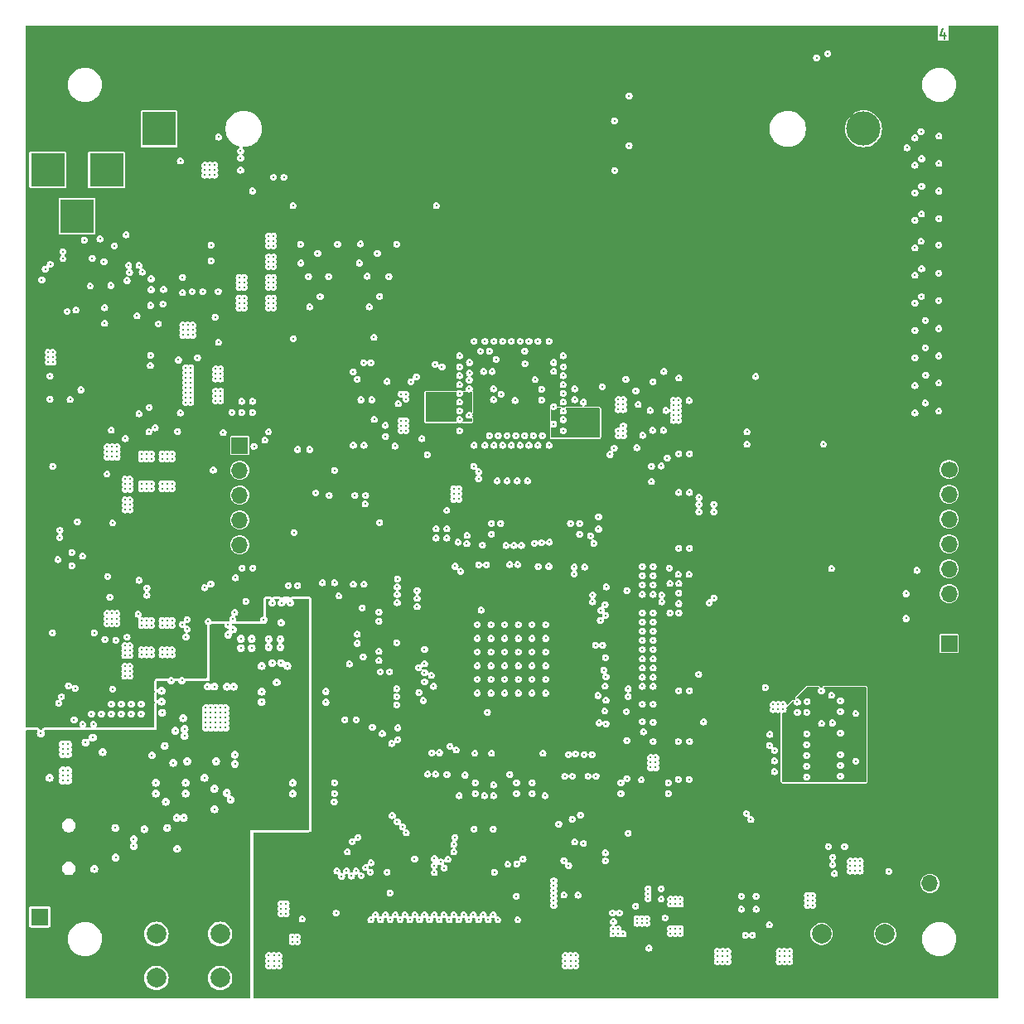
<source format=gbr>
%TF.GenerationSoftware,KiCad,Pcbnew,8.0.5*%
%TF.CreationDate,2024-10-11T17:01:53-05:00*%
%TF.ProjectId,Thermal_Camera,54686572-6d61-46c5-9f43-616d6572612e,rev?*%
%TF.SameCoordinates,Original*%
%TF.FileFunction,Copper,L4,Inr*%
%TF.FilePolarity,Positive*%
%FSLAX46Y46*%
G04 Gerber Fmt 4.6, Leading zero omitted, Abs format (unit mm)*
G04 Created by KiCad (PCBNEW 8.0.5) date 2024-10-11 17:01:53*
%MOMM*%
%LPD*%
G01*
G04 APERTURE LIST*
%ADD10C,0.150000*%
%TA.AperFunction,NonConductor*%
%ADD11C,0.150000*%
%TD*%
%TA.AperFunction,ComponentPad*%
%ADD12R,3.500000X3.500000*%
%TD*%
%TA.AperFunction,ComponentPad*%
%ADD13C,2.000000*%
%TD*%
%TA.AperFunction,ComponentPad*%
%ADD14R,1.700000X1.700000*%
%TD*%
%TA.AperFunction,ComponentPad*%
%ADD15O,1.700000X1.700000*%
%TD*%
%TA.AperFunction,ComponentPad*%
%ADD16C,1.700000*%
%TD*%
%TA.AperFunction,ComponentPad*%
%ADD17C,3.500000*%
%TD*%
%TA.AperFunction,ViaPad*%
%ADD18C,0.300000*%
%TD*%
G04 APERTURE END LIST*
D10*
D11*
X263277001Y-43145152D02*
X263277001Y-43811819D01*
X263038906Y-42764200D02*
X262800811Y-43478485D01*
X262800811Y-43478485D02*
X263419858Y-43478485D01*
D12*
%TO.N,+12Vin*%
%TO.C,J201*%
X177602400Y-57242200D03*
%TO.N,GND*%
X171602400Y-57242200D03*
X174602400Y-61942200D03*
%TD*%
D13*
%TO.N,+3.0V*%
%TO.C,SW1501*%
X257173800Y-139816400D03*
X250673800Y-139816400D03*
%TO.N,Net-(J1502-Pin_2)*%
X257173800Y-135316400D03*
X250673800Y-135316400D03*
%TD*%
D14*
%TO.N,+3.0V*%
%TO.C,J1502*%
X264292000Y-130149600D03*
D15*
%TO.N,Net-(J1502-Pin_2)*%
X261752000Y-130149600D03*
%TD*%
D14*
%TO.N,Net-(D1501B-K2)*%
%TO.C,J1501*%
X263722000Y-105628200D03*
D15*
%TO.N,+3.0V*%
X263722000Y-103088200D03*
%TO.N,Net-(J1501-Pin_3)*%
X263722000Y-100548200D03*
%TO.N,PIC32MZ_ICSPDAT*%
X263722000Y-98008200D03*
%TO.N,PIC32MZ_ICSPCLK*%
X263722000Y-95468200D03*
%TO.N,unconnected-(J1501-Pin_6-Pad6)*%
X263722000Y-92928200D03*
%TO.N,unconnected-(J1501-Pin_7-Pad7)*%
X263722000Y-90388200D03*
D16*
%TO.N,unconnected-(J1501-Pin_8-Pad8)*%
X263722000Y-87848200D03*
%TD*%
D13*
%TO.N,GND*%
%TO.C,SW2501*%
X189203400Y-139816400D03*
X182703400Y-139816400D03*
%TO.N,Net-(U2502-~{MR})*%
X189203400Y-135316400D03*
X182703400Y-135316400D03*
%TD*%
D12*
%TO.N,VBAT*%
%TO.C,J1401*%
X182973400Y-53035200D03*
D17*
%TO.N,Net-(J1401--)*%
X254973400Y-53035200D03*
%TD*%
D14*
%TO.N,~{FLASH_SPI_CS}*%
%TO.C,J2002*%
X191211200Y-85394800D03*
D15*
%TO.N,FLASH_SPI_SCK*%
X191211200Y-87934800D03*
%TO.N,FLASH_SPI_MOSI*%
X191211200Y-90474800D03*
%TO.N,FLASH_SPI_MISO*%
X191211200Y-93014800D03*
%TO.N,GND*%
X191211200Y-95554800D03*
%TD*%
D14*
%TO.N,GND*%
%TO.C,TP201*%
X170764200Y-133559400D03*
%TD*%
D18*
%TO.N,Net-(U201-RTN)*%
X173151800Y-65582800D03*
X178054000Y-69037200D03*
X176149000Y-66268600D03*
X177342800Y-66598800D03*
X175945800Y-69088000D03*
%TO.N,+12Vin*%
X178409600Y-64998600D03*
%TO.N,GND*%
X233468000Y-110007400D03*
X224282000Y-80949800D03*
X215493600Y-109296200D03*
X194183000Y-105181400D03*
X216281000Y-85369400D03*
X246888000Y-138150600D03*
X194183000Y-137515600D03*
X246354600Y-138150600D03*
X180009800Y-91973400D03*
X222834200Y-85369400D03*
X237151000Y-119532400D03*
X188264800Y-112217200D03*
X215163400Y-74752200D03*
X208203800Y-83362800D03*
X179984400Y-107950000D03*
X207695800Y-83870800D03*
X219684600Y-105105200D03*
X185309600Y-109397800D03*
X212369400Y-92031400D03*
X203631800Y-129362200D03*
X194665600Y-64998600D03*
X194538600Y-101473000D03*
X230682800Y-78638400D03*
X178511200Y-124485400D03*
X189280800Y-113741200D03*
X213690200Y-78257400D03*
X213690200Y-80060800D03*
X194157600Y-66624200D03*
X188264800Y-112717800D03*
X179984400Y-105841800D03*
X194157600Y-68732400D03*
X179476400Y-107950000D03*
X229920800Y-83896200D03*
X233468000Y-102489000D03*
X178155600Y-103080600D03*
X216890600Y-106502200D03*
X197104000Y-136118600D03*
X179501800Y-88849200D03*
X215163400Y-85369400D03*
X188264800Y-113233200D03*
X243992400Y-131445000D03*
X236245400Y-132257800D03*
X209829400Y-84683600D03*
X241096800Y-137617200D03*
X241096800Y-138150600D03*
X224282000Y-79171800D03*
X225958400Y-93353800D03*
X183794400Y-89281000D03*
X194157600Y-63982600D03*
X242493800Y-131445000D03*
X208203800Y-83870800D03*
X179501800Y-91973400D03*
X173659800Y-116949000D03*
X233468000Y-113665000D03*
X196596000Y-135610600D03*
X194716400Y-137515600D03*
X179705000Y-68529200D03*
X177647600Y-88315800D03*
X246888000Y-137617200D03*
X233730800Y-117297200D03*
X191846200Y-101320600D03*
X254127000Y-128371600D03*
X225552000Y-138582400D03*
X194665600Y-68732400D03*
X194157600Y-64490600D03*
X222834200Y-74752200D03*
X230022400Y-133172200D03*
X233730800Y-118313200D03*
X200025000Y-110524200D03*
X186410600Y-73093800D03*
X218821000Y-97561400D03*
X190728600Y-117932200D03*
X225552000Y-137515600D03*
X179527200Y-84683600D03*
X180009800Y-89865200D03*
X173659800Y-115925600D03*
X176352200Y-128676400D03*
X231819400Y-133756400D03*
X180721000Y-72136000D03*
X221335600Y-95377000D03*
X213690200Y-82753200D03*
X221081600Y-109296200D03*
X194665600Y-63982600D03*
X205587600Y-108534200D03*
X249148600Y-115951000D03*
X250164600Y-45770800D03*
X194157600Y-64998600D03*
X189788800Y-112717800D03*
X253619000Y-127863600D03*
X229362000Y-135305800D03*
X207695800Y-82847400D03*
X237185200Y-115646200D03*
X194157600Y-66116200D03*
X181686200Y-89281000D03*
X223299100Y-83212200D03*
X188747400Y-79832200D03*
X194665600Y-70332600D03*
X224485200Y-138049000D03*
X205444000Y-107365800D03*
X215493600Y-106502200D03*
X194665600Y-66624200D03*
X195249800Y-138582400D03*
X183286400Y-89789000D03*
X174066200Y-97688400D03*
X237176400Y-86258400D03*
X233222800Y-118313200D03*
X189052200Y-53873400D03*
X224282000Y-76225400D03*
X211759800Y-127939800D03*
X194157600Y-68224400D03*
X233468000Y-105308400D03*
X188747400Y-78587600D03*
X184302400Y-106781600D03*
X195249800Y-137515600D03*
X173659800Y-119126000D03*
X208203800Y-82847400D03*
X173151800Y-116949000D03*
X229895400Y-134797800D03*
X217881200Y-93353800D03*
X219684600Y-103708200D03*
X229920800Y-81203800D03*
X213080600Y-90881200D03*
X194157600Y-70840600D03*
X251790200Y-113741200D03*
X217195400Y-85369400D03*
X174396400Y-110210600D03*
X188671200Y-57251600D03*
X249739600Y-131370000D03*
X233468000Y-99644200D03*
X181686200Y-89789000D03*
X222478600Y-109296200D03*
X183540400Y-116103400D03*
X253619000Y-128371600D03*
X202980200Y-90500200D03*
X257556000Y-128930400D03*
X181178200Y-106781600D03*
X221081600Y-105105200D03*
X194157600Y-67132200D03*
X174625000Y-93192600D03*
X187985400Y-103378000D03*
X221081600Y-107899200D03*
X253619000Y-128879600D03*
X203225400Y-78638400D03*
X177673000Y-86055200D03*
X214679100Y-82312200D03*
X214249000Y-119075200D03*
X217195400Y-74752200D03*
X181178200Y-89281000D03*
X213690200Y-76225400D03*
X178155600Y-103588600D03*
X177952400Y-100884800D03*
X254177800Y-117652800D03*
X224485200Y-138582400D03*
X178181000Y-86563200D03*
X223299100Y-76912200D03*
X171627800Y-75869800D03*
X179501800Y-91465400D03*
X233468000Y-107188000D03*
X202827800Y-99568000D03*
X178181000Y-85539800D03*
X196392800Y-101473000D03*
X237176400Y-95910400D03*
X254635000Y-128879600D03*
X194183000Y-138049000D03*
X194665600Y-64490600D03*
X179984400Y-108966000D03*
X260229400Y-76428600D03*
X215493600Y-110693200D03*
X246253000Y-111861600D03*
X222199200Y-116840000D03*
X245745000Y-112369600D03*
X218287600Y-103708200D03*
X228676200Y-99847400D03*
X225450400Y-79612400D03*
X233222800Y-117297200D03*
X233468000Y-100609400D03*
X233468000Y-97764600D03*
X221081600Y-110693200D03*
X260229400Y-70840600D03*
X220776800Y-85369400D03*
X205444000Y-106426000D03*
X180009800Y-91465400D03*
X216890600Y-105105200D03*
X226339400Y-80975200D03*
X251307600Y-45339000D03*
X221081600Y-103708200D03*
X188772800Y-113233200D03*
X229514400Y-52222400D03*
X222478600Y-110693200D03*
X182194200Y-89281000D03*
X188620400Y-122580400D03*
X213080600Y-89814400D03*
X230428800Y-83896200D03*
X254177800Y-112776000D03*
X228269800Y-79400400D03*
X226339400Y-126060200D03*
X212496400Y-127685800D03*
X205444000Y-103352600D03*
X213080600Y-90347800D03*
X247421400Y-138150600D03*
X217246200Y-129006600D03*
X249739600Y-131878000D03*
X178181000Y-86055200D03*
X237176400Y-90195400D03*
X246888000Y-137083800D03*
X188747400Y-80340200D03*
X221081600Y-106502200D03*
X189788800Y-112217200D03*
X230784400Y-115544600D03*
X237151000Y-80797400D03*
X181686200Y-106273600D03*
X175463200Y-115747800D03*
X218287600Y-109296200D03*
X230428800Y-83388200D03*
X248208800Y-111607600D03*
X230428800Y-81719200D03*
X213639400Y-121174600D03*
X224282000Y-83896200D03*
X201142600Y-128879600D03*
X246253000Y-112369600D03*
X194157600Y-69240400D03*
X178079400Y-83820000D03*
X179501800Y-89865200D03*
X194665600Y-69240400D03*
X174066200Y-96316800D03*
X178663600Y-103588600D03*
X188671200Y-57759600D03*
X224282000Y-81889600D03*
X234899200Y-86664800D03*
X186893200Y-76428600D03*
X188798200Y-117678200D03*
X180848000Y-102641400D03*
X216739100Y-84372200D03*
X204774800Y-114173000D03*
X184810400Y-126619000D03*
X188747400Y-77571600D03*
X192447000Y-106095800D03*
X232327400Y-133756400D03*
X203733400Y-102006400D03*
X208203800Y-80670400D03*
X213690200Y-80949800D03*
X216230200Y-121174600D03*
X249231600Y-132386000D03*
X237151000Y-98552000D03*
X205282800Y-65760600D03*
X172085000Y-104546400D03*
X176352200Y-104521000D03*
X185394600Y-73093800D03*
X260229400Y-79273400D03*
X233468000Y-104368600D03*
X187604400Y-119354600D03*
X187756800Y-113741200D03*
X195478400Y-101473000D03*
X247421400Y-137083800D03*
X178663600Y-102565200D03*
X218084400Y-85369400D03*
X187655200Y-57759600D03*
X203123800Y-128879600D03*
X254127000Y-128879600D03*
X195249800Y-138049000D03*
X238633000Y-113639600D03*
X187629800Y-99923600D03*
X216890600Y-110693200D03*
X232835400Y-134213600D03*
X189255400Y-78587600D03*
X246354600Y-137083800D03*
X251714000Y-110921800D03*
X187756800Y-112717800D03*
X230403400Y-135305800D03*
X224282000Y-82753200D03*
X179501800Y-90957400D03*
X259308600Y-100533200D03*
X188772800Y-113741200D03*
X218084400Y-74752200D03*
X195446200Y-132208200D03*
X207086200Y-85445600D03*
X189255400Y-79832200D03*
X238125000Y-108788200D03*
X216890600Y-109296200D03*
X220776800Y-74752200D03*
X233222800Y-117805200D03*
X177647600Y-102565200D03*
X218287600Y-106502200D03*
X177673000Y-85539800D03*
X215493600Y-107899200D03*
X195376800Y-105181400D03*
X229539800Y-57302400D03*
X189890400Y-120904000D03*
X194716400Y-138582400D03*
X179501800Y-89357200D03*
X216941400Y-93353800D03*
X179984400Y-108458000D03*
X197129400Y-99720400D03*
X221691200Y-85369400D03*
X207695800Y-83362800D03*
X197104000Y-135610600D03*
X223291400Y-81407000D03*
X188747400Y-80848200D03*
X218973400Y-85369400D03*
X260229400Y-67995800D03*
X204241400Y-68097400D03*
X179476400Y-106349800D03*
X179603400Y-63855600D03*
X185902600Y-73609200D03*
X189788800Y-114249200D03*
X216941400Y-116840000D03*
X182905400Y-72974200D03*
X220370400Y-77038200D03*
X219887800Y-85369400D03*
X241096800Y-137083800D03*
X229895400Y-135305800D03*
X201625200Y-129413000D03*
X187655200Y-56736200D03*
X182194200Y-106273600D03*
X192523200Y-80873600D03*
X185394600Y-74117200D03*
X185851800Y-117678200D03*
X235229400Y-131749800D03*
X177673000Y-86563200D03*
X195954200Y-132208200D03*
X237176400Y-110464600D03*
X231698800Y-79806800D03*
X213690200Y-83896200D03*
X213690200Y-77343000D03*
X213614000Y-89814400D03*
X229362000Y-134797800D03*
X200914000Y-87934800D03*
X189280800Y-113233200D03*
X195954200Y-132716200D03*
X199440800Y-70180200D03*
X234289600Y-130683000D03*
X208203800Y-80155000D03*
X192523200Y-82016600D03*
X194665600Y-70840600D03*
X225526600Y-116916200D03*
X171627800Y-76885800D03*
X183286400Y-89281000D03*
X178663600Y-103080600D03*
X219684600Y-109296200D03*
X183286400Y-106273600D03*
X234569000Y-77825600D03*
X217932000Y-80162400D03*
X173151800Y-66294000D03*
X194665600Y-68224400D03*
X235229400Y-132257800D03*
X229920800Y-81719200D03*
X178689000Y-86563200D03*
X225018600Y-138049000D03*
X217170000Y-121174600D03*
X233468000Y-98704400D03*
X187756800Y-114249200D03*
X188747400Y-78079600D03*
X215493600Y-103708200D03*
X173888400Y-80695800D03*
X185140600Y-56311800D03*
X180009800Y-89357200D03*
X182194200Y-89789000D03*
X173659800Y-116433600D03*
X178689000Y-86055200D03*
X194995800Y-109601000D03*
X187756800Y-112217200D03*
X188264800Y-113741200D03*
X219684600Y-110693200D03*
X251993400Y-129133600D03*
X179984400Y-106349800D03*
X184302400Y-106273600D03*
X225018600Y-137515600D03*
X206527400Y-108534200D03*
X216128600Y-77825600D03*
X172135800Y-75869800D03*
X231819400Y-134213600D03*
X234289600Y-131749800D03*
X233468000Y-103428800D03*
X185902600Y-73093800D03*
X233468000Y-108127800D03*
X222427800Y-121174600D03*
X224485200Y-137515600D03*
X203225400Y-105613200D03*
X202827800Y-85369400D03*
X183286400Y-112699800D03*
X246761000Y-112369600D03*
X213690200Y-81864200D03*
X230784400Y-100228400D03*
X178562000Y-105308400D03*
X218287600Y-107899200D03*
X185369200Y-68199000D03*
X178536600Y-127508000D03*
X231800400Y-85623400D03*
X260223000Y-53949600D03*
X179984400Y-106857800D03*
X173151800Y-115925600D03*
X260229400Y-82067400D03*
X181178200Y-89789000D03*
X173151800Y-119126000D03*
X203225400Y-104673400D03*
X247421400Y-137617200D03*
X180009800Y-88849200D03*
X213690200Y-79171800D03*
X180924200Y-82143600D03*
X183667400Y-121818400D03*
X222478600Y-105105200D03*
X172135800Y-76377800D03*
X189255400Y-77571600D03*
X177647600Y-103080600D03*
X206273400Y-78841600D03*
X172110400Y-87528400D03*
X173151800Y-116433600D03*
X185902600Y-74117200D03*
X240563400Y-138150600D03*
X213614000Y-90881200D03*
X183794400Y-89789000D03*
X221234000Y-84378800D03*
X178689000Y-85539800D03*
X213614000Y-90347800D03*
X218287600Y-105105200D03*
X201066400Y-133172200D03*
X194157600Y-71348600D03*
X235737400Y-131749800D03*
X182194200Y-106781600D03*
X225018600Y-138582400D03*
X173659800Y-118618000D03*
X218973400Y-74752200D03*
X189280800Y-112217200D03*
X189255400Y-80340200D03*
X219684600Y-107899200D03*
X234696000Y-133680200D03*
X195954200Y-133224200D03*
X193446400Y-110540800D03*
X260229400Y-62382400D03*
X192548600Y-97917000D03*
X245338600Y-134366000D03*
X177647600Y-103588600D03*
X189255400Y-78079600D03*
X240030000Y-137083800D03*
X194665600Y-57988200D03*
X192447000Y-105156000D03*
X249231600Y-131878000D03*
X230428800Y-80695800D03*
X222478600Y-103708200D03*
X217144600Y-79612400D03*
X233730800Y-117805200D03*
X181178200Y-106273600D03*
X199186800Y-65760600D03*
X187756800Y-113233200D03*
X183286400Y-106781600D03*
X189280800Y-114249200D03*
X189280800Y-112717800D03*
X207695800Y-80155000D03*
X195446200Y-133224200D03*
X245389400Y-114909600D03*
X189788800Y-113741200D03*
X188264800Y-114249200D03*
X195446200Y-132716200D03*
X246761000Y-111861600D03*
X188163200Y-56736200D03*
X207418800Y-81125800D03*
X219887800Y-74752200D03*
X178155600Y-102565200D03*
X186410600Y-74117200D03*
X218440000Y-95605600D03*
X179476400Y-105841800D03*
X254635000Y-127863600D03*
X170992800Y-68453000D03*
X248208800Y-112649000D03*
X183794400Y-106273600D03*
X221691200Y-74752200D03*
X250875800Y-85267800D03*
X170891200Y-114808000D03*
X259308600Y-103073200D03*
X225399600Y-97815400D03*
X233468000Y-106248200D03*
X195453000Y-103505000D03*
X233468000Y-115646200D03*
X205511400Y-70154800D03*
X240563400Y-137083800D03*
X216281000Y-74752200D03*
X249739600Y-132386000D03*
X260229400Y-56743600D03*
X233468000Y-109067600D03*
X174294800Y-113411000D03*
X194665600Y-71348600D03*
X225552000Y-138049000D03*
X220345000Y-75742800D03*
X196189600Y-99720400D03*
X189255400Y-80848200D03*
X224282000Y-80060800D03*
X209499200Y-108077000D03*
X215493600Y-105105200D03*
X216890600Y-107899200D03*
X216890600Y-103708200D03*
X218287600Y-110693200D03*
X202438000Y-107721400D03*
X230428800Y-81203800D03*
X222139100Y-84372200D03*
X188671200Y-56736200D03*
X240030000Y-138150600D03*
X188772800Y-112717800D03*
X229920800Y-84411600D03*
X219684600Y-106502200D03*
X232835400Y-133756400D03*
X225018600Y-93353800D03*
X179476400Y-106857800D03*
X215823800Y-75768200D03*
X173151800Y-118618000D03*
X181686200Y-106781600D03*
X228650800Y-113842800D03*
X232327400Y-134213600D03*
X222478600Y-106502200D03*
X205444000Y-102412800D03*
X171627800Y-76377800D03*
X177444400Y-105206800D03*
X179476400Y-108458000D03*
X173151800Y-119641400D03*
X179476400Y-108966000D03*
X177190400Y-116738400D03*
X217017600Y-77825600D03*
X244932200Y-110134400D03*
X254127000Y-127863600D03*
X231673400Y-132461000D03*
X195376800Y-105994200D03*
X194183000Y-105994200D03*
X260426200Y-98145600D03*
X240563400Y-137617200D03*
X194157600Y-70332600D03*
X180009800Y-90957400D03*
X229920800Y-80695800D03*
X260229400Y-73634600D03*
X188772800Y-112217200D03*
X218617800Y-128193800D03*
X198247000Y-68122800D03*
X189788800Y-113233200D03*
X194183000Y-138582400D03*
X230428800Y-84411600D03*
X195732400Y-57988200D03*
X235185800Y-99491800D03*
X254635000Y-128371600D03*
X233468000Y-111836200D03*
X194665600Y-67132200D03*
X245745000Y-111861600D03*
X240030000Y-137617200D03*
X185394600Y-73609200D03*
X224282000Y-78257400D03*
X222478600Y-107899200D03*
X235737400Y-132257800D03*
X187655200Y-57251600D03*
X194665600Y-66116200D03*
X186410600Y-73609200D03*
X206121000Y-84455000D03*
X184302400Y-89281000D03*
X235178600Y-102514400D03*
X172135800Y-76885800D03*
X217424000Y-76581000D03*
X183794400Y-106781600D03*
X249231600Y-131370000D03*
X260229400Y-59563000D03*
X173659800Y-119641400D03*
X184302400Y-89789000D03*
X182168800Y-68360200D03*
X236245400Y-131749800D03*
X202133200Y-128879600D03*
X180924200Y-99161600D03*
X224294100Y-77362200D03*
X190728600Y-116992400D03*
X202641200Y-129387600D03*
X194716400Y-138049000D03*
X222072200Y-79637800D03*
X246354600Y-137617200D03*
X260229400Y-65201800D03*
X210108800Y-107696000D03*
X196596000Y-136118600D03*
X188772800Y-114249200D03*
X188163200Y-57759600D03*
X188163200Y-57251600D03*
X243941600Y-78333600D03*
%TO.N,+12V*%
X174472600Y-71551800D03*
X186207400Y-79984600D03*
X185699400Y-78460600D03*
X177419000Y-72910600D03*
X185699400Y-81000600D03*
X185699400Y-79984600D03*
X186207400Y-77952600D03*
X185699400Y-78968600D03*
X185699400Y-77444600D03*
X185699400Y-80492600D03*
X186207400Y-81000600D03*
X185699400Y-77952600D03*
X185699400Y-79476600D03*
X186207400Y-77444600D03*
X186207400Y-80492600D03*
X186207400Y-78968600D03*
X186207400Y-78460600D03*
X186207400Y-79476600D03*
%TO.N,+3.0V*%
X176657000Y-81788000D03*
X204774800Y-115824000D03*
X206544000Y-107365800D03*
X230708200Y-117805200D03*
X187502800Y-106070400D03*
X198450200Y-133223000D03*
X206273400Y-77749400D03*
X206544000Y-102412800D03*
X213639400Y-120074600D03*
X215823800Y-81534000D03*
X208483200Y-85445600D03*
X205765400Y-80187800D03*
X230708200Y-118313200D03*
X198958200Y-133223000D03*
X234899200Y-85902800D03*
X206544000Y-103352600D03*
X190296800Y-101320600D03*
X181203600Y-76174600D03*
X228625400Y-126060200D03*
X210058000Y-90881200D03*
X206544000Y-106426000D03*
X261880400Y-67995800D03*
X199644000Y-86487000D03*
X227380800Y-128625600D03*
X246227600Y-131368800D03*
X261880400Y-65201800D03*
X249097800Y-79451200D03*
X229108000Y-50952400D03*
X232368000Y-115646200D03*
X233654600Y-136220200D03*
X257556000Y-127812800D03*
X203351000Y-82726000D03*
X198450200Y-132207000D03*
X231927400Y-52222400D03*
X217881200Y-94453800D03*
X181152800Y-96164400D03*
X225018600Y-94453800D03*
X198374000Y-98704400D03*
X261880400Y-70840600D03*
X202971400Y-81762600D03*
X173253400Y-100279200D03*
X246735600Y-131368800D03*
X210058000Y-89814400D03*
X231876600Y-57302400D03*
X201955400Y-81762600D03*
X201117200Y-65760600D03*
X203149200Y-133350000D03*
X175564800Y-97688400D03*
X261880400Y-73634600D03*
X177723800Y-81788000D03*
X229158800Y-56032400D03*
X261880400Y-79273400D03*
X196392800Y-87071200D03*
X207289400Y-65735200D03*
X180263800Y-104521000D03*
X234035600Y-51206400D03*
X178104800Y-95148400D03*
X210058000Y-90347800D03*
X178511200Y-88239600D03*
X230200200Y-117805200D03*
X231800400Y-86715600D03*
X232968800Y-77825600D03*
X244475000Y-135331200D03*
X195503800Y-97993200D03*
X202641200Y-132842000D03*
X175564800Y-80695800D03*
X200914000Y-105029000D03*
X178104800Y-96164400D03*
X173126400Y-95732600D03*
X172948600Y-112750600D03*
X261880400Y-76428600D03*
X203149200Y-132842000D03*
X176072800Y-96164400D03*
X173253400Y-83286600D03*
X181152800Y-95148400D03*
X180136800Y-95148400D03*
X179120800Y-95148400D03*
X238607600Y-114376200D03*
X230200200Y-117297200D03*
X201955400Y-83794600D03*
X203936600Y-70154800D03*
X186359800Y-68326000D03*
X230200200Y-118313200D03*
X215569800Y-84429600D03*
X216814400Y-89585800D03*
X198958200Y-132715000D03*
X180035200Y-65557400D03*
X202641200Y-133350000D03*
X210591400Y-89814400D03*
X176631600Y-98780600D03*
X180136800Y-96164400D03*
X210591400Y-90881200D03*
X222427800Y-120074600D03*
X210591400Y-90347800D03*
X198450200Y-132715000D03*
X198958200Y-132207000D03*
X197840600Y-70180200D03*
X201955400Y-82778600D03*
X261874000Y-53949600D03*
X246913400Y-110845600D03*
X177088800Y-96164400D03*
X211302600Y-92031400D03*
X234035600Y-56210200D03*
X246735600Y-132384800D03*
X261880400Y-59563000D03*
X179120800Y-96164400D03*
X230708200Y-117297200D03*
X180289200Y-87503000D03*
X216230200Y-120074600D03*
X261880400Y-82067400D03*
X205917800Y-110871000D03*
X261137400Y-98171000D03*
X202971400Y-83794600D03*
X261880400Y-56743600D03*
X226974400Y-80645000D03*
X261880400Y-62382400D03*
X173888400Y-93218000D03*
X246735600Y-131876800D03*
X229755700Y-78346300D03*
X192532000Y-57988200D03*
X246227600Y-132384800D03*
X246227600Y-131876800D03*
%TO.N,VCOM*%
X182168800Y-69460200D03*
X236245400Y-134747000D03*
X191668400Y-68732400D03*
X191423200Y-82016600D03*
X191668400Y-69240400D03*
X182194200Y-103784400D03*
X235229400Y-134747000D03*
X183235600Y-110473400D03*
X191160400Y-71348600D03*
X235737400Y-135255000D03*
X183286400Y-103276400D03*
X183794400Y-103784400D03*
X191668400Y-70332600D03*
X184302400Y-86258400D03*
X196646800Y-120971400D03*
X215290400Y-120971400D03*
X191668400Y-70840600D03*
X191160400Y-70332600D03*
X191668400Y-68224400D03*
X200914000Y-120971400D03*
X235737400Y-134747000D03*
X183794400Y-86258400D03*
X236245400Y-135255000D03*
X191160400Y-70840600D03*
X191160400Y-68224400D03*
X235229400Y-135255000D03*
X183286400Y-103784400D03*
X191448600Y-97917000D03*
X182194200Y-103276400D03*
X184302400Y-103276400D03*
X181686200Y-103784400D03*
X182194200Y-86766400D03*
X185699400Y-120971400D03*
X230174800Y-120971400D03*
X191668400Y-71348600D03*
X235026200Y-120971400D03*
X181178200Y-103276400D03*
X181686200Y-103276400D03*
X182194200Y-86258400D03*
X191423200Y-80873600D03*
X184302400Y-103784400D03*
X181686200Y-86258400D03*
X191160400Y-68732400D03*
X184302400Y-86766400D03*
X183286400Y-86258400D03*
X219506800Y-120971400D03*
X181686200Y-86766400D03*
X191160400Y-69240400D03*
X181178200Y-86258400D03*
X183794400Y-86766400D03*
X184209600Y-109397800D03*
X175167200Y-113893600D03*
X183794400Y-103276400D03*
X181178200Y-103784400D03*
X182651400Y-120971400D03*
X181178200Y-86766400D03*
X221107000Y-120971400D03*
X183286400Y-86766400D03*
%TO.N,Net-(C407-Pad1)*%
X178231800Y-93307000D03*
%TO.N,Net-(C607-Pad1)*%
X178231800Y-110307000D03*
%TO.N,Net-(C802-Pad1)*%
X204951000Y-82726000D03*
%TO.N,Net-(U801-NR{slash}SS)*%
X206095600Y-83340700D03*
%TO.N,+2.8V*%
X210947000Y-82194400D03*
X210439000Y-82702400D03*
X211963000Y-82194400D03*
X211963000Y-82702400D03*
X211455000Y-82194400D03*
X210439000Y-80670400D03*
X214679100Y-81412200D03*
X210439000Y-81686400D03*
X210439000Y-81178400D03*
X210947000Y-81686400D03*
X210947000Y-82702400D03*
X210439000Y-80162400D03*
X211455000Y-82702400D03*
X210439000Y-82194400D03*
%TO.N,POS2P8_SNS+*%
X203606400Y-80721200D03*
%TO.N,POS2P8_SNS-*%
X204724000Y-80721200D03*
%TO.N,+1.8V*%
X182651400Y-119871400D03*
X181152800Y-112826800D03*
X232368000Y-100609400D03*
X232368000Y-104368600D03*
X232368000Y-108127800D03*
X217170000Y-120074600D03*
X236051000Y-119532400D03*
X181152800Y-111810800D03*
X236076400Y-86258400D03*
X176072800Y-112826800D03*
X203927800Y-99568000D03*
X235534200Y-81807300D03*
X180136800Y-112826800D03*
X203826200Y-106984800D03*
X221107000Y-119871400D03*
X177088800Y-112826800D03*
X203927800Y-85369400D03*
X196646800Y-119871400D03*
X176267200Y-113893600D03*
X236042200Y-81813400D03*
X219506800Y-119871400D03*
X200025000Y-111624200D03*
X216941400Y-94453800D03*
X178104800Y-112826800D03*
X177723800Y-98780600D03*
X222072200Y-80737800D03*
X225958400Y-94453800D03*
X236051000Y-98552000D03*
X215290400Y-119871400D03*
X236042200Y-80797400D03*
X179120800Y-112826800D03*
X235534200Y-81305400D03*
X235534200Y-82321400D03*
X236076400Y-90195400D03*
X185699400Y-119871400D03*
X180136800Y-111810800D03*
X232368000Y-105308400D03*
X232368000Y-110007400D03*
X232368000Y-113614200D03*
X236076400Y-110464600D03*
X230174800Y-119871400D03*
X235534200Y-82829400D03*
X193446400Y-111598800D03*
X232368000Y-103428800D03*
X236042200Y-82321400D03*
X236076400Y-95910400D03*
X183235600Y-111573400D03*
X232368000Y-106248200D03*
X204080200Y-90500200D03*
X178104800Y-111810800D03*
X234775300Y-81807300D03*
X200914000Y-119871400D03*
X232410000Y-84353400D03*
X235026200Y-119871400D03*
X236042200Y-81305400D03*
X232368000Y-102489000D03*
X236042200Y-82829400D03*
X232368000Y-111836200D03*
X225450400Y-80712400D03*
X179120800Y-111810800D03*
X235534200Y-80797400D03*
X217144600Y-80712400D03*
X236042200Y-115646200D03*
X232368000Y-109067600D03*
%TO.N,Net-(C1003-Pad1)*%
X233175300Y-81807300D03*
%TO.N,Net-(U1002-NR{slash}SS)*%
X231927400Y-81203800D03*
%TO.N,+1.2V*%
X227609400Y-82321400D03*
X227609400Y-81813400D03*
X227609400Y-84353400D03*
X223299100Y-82312200D03*
X226085400Y-82321400D03*
X227101400Y-82321400D03*
X227101400Y-82829400D03*
X226085400Y-81813400D03*
X227609400Y-82829400D03*
X226593400Y-82321400D03*
X227101400Y-81813400D03*
X226593400Y-81813400D03*
X227609400Y-83845400D03*
X227609400Y-83337400D03*
%TO.N,POS1P2_SNS-*%
X233400600Y-83845400D03*
%TO.N,POS1P2_SNS+*%
X234518200Y-83845400D03*
%TO.N,Net-(D1201-K)*%
X225780600Y-131343400D03*
%TO.N,VLED_SNS+*%
X224834288Y-128314288D03*
%TO.N,VLED_SNS-*%
X224339312Y-127819312D03*
%TO.N,VBAT*%
X188290200Y-64909800D03*
%TO.N,+5V_USB*%
X185369200Y-69765000D03*
X196697600Y-74472800D03*
X171780200Y-119354600D03*
X181483000Y-124612400D03*
X232368000Y-97764600D03*
X204038200Y-91363800D03*
X183794400Y-124485400D03*
%TO.N,Net-(C1405-Pad2)*%
X189052200Y-74853800D03*
%TO.N,Net-(U1402-BST)*%
X184962800Y-76657200D03*
%TO.N,BATT_SNS-*%
X188290200Y-66509800D03*
%TO.N,VMEM_REF*%
X228600000Y-107086400D03*
X232368000Y-107188000D03*
%TO.N,+3.3V_USB_MZ*%
X232368000Y-98704400D03*
X232368000Y-99644200D03*
%TO.N,PIC_USBHS_D+*%
X190622800Y-110050024D03*
X236085800Y-101549200D03*
X239198312Y-101466488D03*
X236093000Y-102489000D03*
X215620600Y-88767400D03*
%TO.N,PIC_USBHS_D-*%
X189922800Y-110050024D03*
X215620600Y-88067400D03*
X236085800Y-99491800D03*
X236085800Y-100482400D03*
X239693288Y-100971512D03*
%TO.N,+3.0VA_MZ*%
X211286000Y-93903800D03*
X211286000Y-94843600D03*
%TO.N,GNDA_MZ*%
X212386000Y-93903800D03*
X212386000Y-94843600D03*
%TO.N,+3.0V_SD*%
X248158000Y-113538000D03*
X247142000Y-114046000D03*
X248158000Y-114046000D03*
X249758200Y-113766600D03*
X252612600Y-115876800D03*
X249758200Y-110464600D03*
%TO.N,+3.3V_USB*%
X177495200Y-118567200D03*
X183286400Y-113792000D03*
X187680600Y-117678200D03*
X178638200Y-129184400D03*
X177673000Y-115239800D03*
X190296800Y-116433600D03*
X181305200Y-116128800D03*
X178511200Y-117551200D03*
X175463200Y-118567200D03*
X188417200Y-106070400D03*
X197129400Y-107873800D03*
X176479200Y-118567200D03*
X177495200Y-117678200D03*
X184073800Y-111404400D03*
X193751200Y-117576600D03*
X175463200Y-117551200D03*
X176479200Y-117551200D03*
X187604400Y-121056400D03*
X178511200Y-118567200D03*
X190220600Y-122580400D03*
%TO.N,BRIDGE_USB_D+*%
X191347000Y-106095800D03*
X188622800Y-110028061D03*
%TO.N,BRIDGE_USB_D-*%
X191347000Y-105156000D03*
X187922800Y-110028061D03*
%TO.N,Net-(U2502-CT)*%
X182250500Y-117053400D03*
%TO.N,UFP_USB_D+*%
X185573406Y-115083200D03*
X180390800Y-126334000D03*
X185490600Y-123444000D03*
%TO.N,UFP_USB_D-*%
X184790600Y-123444000D03*
X185573406Y-114383200D03*
X180390800Y-125634000D03*
%TO.N,Net-(U2901-SNSK)*%
X203555600Y-64795400D03*
%TO.N,Net-(U2901-SNS)*%
X207264000Y-64820800D03*
%TO.N,Net-(U2902-SNSK)*%
X197434200Y-64820800D03*
%TO.N,Net-(U2902-SNS)*%
X201218800Y-64820800D03*
%TO.N,Net-(C2905-Pad1)*%
X206451200Y-68122800D03*
%TO.N,Net-(C2906-Pad1)*%
X200304400Y-68122800D03*
%TO.N,PIC32MZ_ICSPCLK*%
X214426800Y-95427800D03*
%TO.N,PIC32MZ_ICSPDAT*%
X207314800Y-101447600D03*
%TO.N,~{SDHC_SDCD}*%
X250665400Y-110464600D03*
X228549200Y-101650800D03*
%TO.N,Net-(D2002A-K1)*%
X252612600Y-116976800D03*
%TO.N,Net-(D2002B-K2)*%
X252612600Y-118076800D03*
%TO.N,Net-(D2002C-K3)*%
X252612600Y-119176800D03*
%TO.N,Net-(D2701-A)*%
X262661400Y-53771800D03*
%TO.N,Net-(D2702-A)*%
X262667800Y-56565800D03*
%TO.N,Net-(D2703-A)*%
X262667800Y-59385200D03*
%TO.N,Net-(D2704-A)*%
X262667800Y-62204600D03*
%TO.N,Net-(D2705-A)*%
X262652600Y-64922400D03*
%TO.N,Net-(D2706-A)*%
X262652600Y-67802800D03*
%TO.N,Net-(D2707-A)*%
X262652600Y-70586600D03*
%TO.N,Net-(D2801-A)*%
X262652600Y-73441600D03*
%TO.N,Net-(D2802-A)*%
X262652600Y-76235600D03*
%TO.N,Net-(D2803-A)*%
X262652600Y-78994000D03*
%TO.N,Net-(D2804-A)*%
X262652600Y-81874400D03*
%TO.N,I2C_SCL*%
X243052600Y-85267800D03*
X181254400Y-67665600D03*
X229489000Y-85674200D03*
X233299000Y-87503000D03*
X182575200Y-83591400D03*
X172821600Y-94792800D03*
X242900200Y-135432800D03*
X191312800Y-55295800D03*
X181737000Y-99974400D03*
X228574600Y-127025400D03*
X172720000Y-111734600D03*
X179959000Y-67691000D03*
X212699600Y-116128800D03*
X233299000Y-89077800D03*
X229311200Y-133172200D03*
X202819000Y-77876400D03*
X208711800Y-78867000D03*
X204622400Y-76936600D03*
X214680800Y-79603600D03*
X171856400Y-66878200D03*
X251815600Y-128219200D03*
%TO.N,I2C_SDA*%
X209270600Y-78359000D03*
X228574600Y-127838200D03*
X173710600Y-109956600D03*
X243611400Y-135432800D03*
X251383800Y-126365000D03*
X214680800Y-78714600D03*
X172847000Y-94056200D03*
X180924200Y-66979800D03*
X191312800Y-56007000D03*
X181940200Y-83997800D03*
X203885800Y-76936600D03*
X213334600Y-116509800D03*
X251815600Y-127482600D03*
X171348400Y-67360800D03*
X172999400Y-111074200D03*
X229412800Y-134061200D03*
X181737000Y-100685600D03*
X253034800Y-126365000D03*
X229057200Y-86309200D03*
X191312800Y-57251600D03*
X243052600Y-83997800D03*
X179857400Y-66979800D03*
X234289600Y-87477600D03*
%TO.N,USB_UART_TX*%
X213233000Y-97739200D03*
X185851800Y-104165400D03*
%TO.N,USB_UART_RX*%
X185724800Y-104952800D03*
X213791800Y-98247200D03*
%TO.N,FLIR_VOSPI_CLK*%
X228650800Y-111429800D03*
X218541600Y-89001600D03*
%TO.N,FLIR_VOSPI_MOSI*%
X228650800Y-109042200D03*
X220624400Y-89001600D03*
%TO.N,FLIR_VOSPI_MISO*%
X219583000Y-89001600D03*
X215239600Y-116840000D03*
%TO.N,FLASH_SPI_SCK*%
X207264000Y-105537000D03*
X199669400Y-99415600D03*
%TO.N,FLASH_SPI_MISO*%
X209346800Y-101854000D03*
X198983600Y-90246200D03*
X198374000Y-85801200D03*
X196773800Y-94284800D03*
%TO.N,FLASH_SPI_MOSI*%
X207314800Y-99847400D03*
X200914000Y-99415600D03*
%TO.N,~{PIC32MZ_MCLR}*%
X232468000Y-114655600D03*
%TO.N,POS3P0_RUN*%
X171831000Y-80670400D03*
X184861200Y-83972400D03*
%TO.N,POS1P8_RUN*%
X179705000Y-104978200D03*
X172643800Y-97053400D03*
%TO.N,Net-(U201-UVLO)*%
X176936400Y-64287400D03*
%TO.N,Net-(U201-OVP)*%
X175336200Y-64389000D03*
%TO.N,Net-(R205-Pad2)*%
X177419000Y-71310600D03*
%TO.N,POS12_PGOOD*%
X181965600Y-81508600D03*
X173583600Y-71704200D03*
X171831000Y-78308200D03*
X260832600Y-53314600D03*
X215138000Y-87503000D03*
%TO.N,POS3P0_PGOOD*%
X260883400Y-61722000D03*
X201345800Y-100761800D03*
X203123800Y-113411000D03*
X174980600Y-79705200D03*
X190779400Y-98907600D03*
X201955400Y-113411000D03*
X211175600Y-77089000D03*
X200355200Y-90500200D03*
X185140600Y-82067400D03*
%TO.N,POS1P8_PGOOD*%
X260908800Y-56083200D03*
X175158400Y-96697800D03*
X204927200Y-74345800D03*
X188518800Y-87909400D03*
X236093000Y-78486000D03*
%TO.N,POS2P8_PGOOD*%
X210388200Y-86334600D03*
X260908800Y-67335400D03*
X211886800Y-77368400D03*
%TO.N,POS1P2_RUN*%
X239674400Y-91414600D03*
X238150400Y-91414600D03*
%TO.N,POS1P2_PGOOD*%
X233451400Y-78867000D03*
X238150400Y-92176600D03*
X260858000Y-64516000D03*
X239674400Y-92176600D03*
%TO.N,BACKLIGHT_PWM*%
X233045000Y-136753600D03*
X215900000Y-102209600D03*
%TO.N,BACKLIGHT_CATHODE*%
X232943400Y-130708400D03*
X232943400Y-131724400D03*
X232943400Y-131216400D03*
%TO.N,BACKLIGHT_ANODE*%
X223316800Y-129870200D03*
X224358200Y-131318000D03*
X223316800Y-130378200D03*
X223316800Y-131902200D03*
X223316800Y-130886200D03*
X223316800Y-131394200D03*
X223316800Y-132410200D03*
%TO.N,~{BATT_CEN}*%
X182110800Y-71069200D03*
X219227400Y-95605600D03*
%TO.N,BATT_IUSB*%
X182085400Y-77216000D03*
X219633800Y-97561400D03*
%TO.N,~{BATT_FLT}*%
X194157600Y-83997800D03*
X186359800Y-69672200D03*
X231013000Y-49657000D03*
X226466400Y-97815400D03*
%TO.N,~{BATT_UOK}*%
X193802000Y-84836000D03*
X225399600Y-98526600D03*
X187426600Y-69672200D03*
%TO.N,BATT_LOWBAT*%
X192532000Y-59385200D03*
X260908800Y-58902600D03*
X196672200Y-60883800D03*
X220014800Y-95605600D03*
X211328000Y-60883800D03*
%TO.N,~{BATT_DOK}*%
X216027000Y-95580200D03*
X182110800Y-76174600D03*
%TO.N,~{BATT_CHG}*%
X192684400Y-85471000D03*
X215646000Y-97586800D03*
X188696600Y-72288400D03*
X189026800Y-69672200D03*
X231013000Y-54737000D03*
%TO.N,Net-(U1402-THM)*%
X183438800Y-69443600D03*
%TO.N,PIC32MZ_CLK_EN*%
X205790800Y-114833400D03*
%TO.N,PIC_USB_D+*%
X227287586Y-101365800D03*
X234355969Y-101365800D03*
%TO.N,PIC_USB_D-*%
X234355969Y-100665800D03*
X227287586Y-100665800D03*
%TO.N,SDHC_SDDATA2*%
X227584000Y-105816400D03*
X249148600Y-119278400D03*
%TO.N,SDHC_SDDATA3*%
X228612700Y-102755700D03*
X249148600Y-118160800D03*
%TO.N,SDHC_SDCMD*%
X249148600Y-117068600D03*
X228422200Y-108356400D03*
%TO.N,SDHC_SDCK*%
X249174000Y-114858800D03*
X228142800Y-102235000D03*
%TO.N,SDHC_SDDATA0*%
X249174000Y-112674400D03*
X228295200Y-105791000D03*
%TO.N,SDHC_SDDATA1*%
X249199400Y-111556800D03*
X228066600Y-103251000D03*
%TO.N,~{SD_SPI_CS}*%
X245872000Y-118719600D03*
X222859600Y-95275400D03*
%TO.N,SD_SPI_SCK*%
X221716600Y-97764600D03*
X245872000Y-116560600D03*
%TO.N,SD_SPI_MOSI*%
X245872000Y-117627400D03*
X222808800Y-97739200D03*
%TO.N,SD_SPI_MISO*%
X245364000Y-116052600D03*
X222072200Y-95326200D03*
%TO.N,~{SDHC_SDWP}*%
X250672600Y-113792000D03*
X216535000Y-112649000D03*
%TO.N,~{FLASH_SPI_WP}*%
X207314800Y-100609400D03*
X205511400Y-93268800D03*
%TO.N,~{FLASH_SPI_CS}*%
X207340200Y-99034600D03*
X197129400Y-85801200D03*
%TO.N,LCD_CTP_INT*%
X243459000Y-123621800D03*
X243992400Y-132784000D03*
%TO.N,LCD _CTP_RESET*%
X243001800Y-123012200D03*
X242493800Y-132784000D03*
%TO.N,Net-(U2203-~{OE})*%
X190703200Y-102463600D03*
X188264800Y-99542600D03*
%TO.N,FLIR_CLK_EN*%
X219354400Y-80797400D03*
X214452200Y-94589600D03*
%TO.N,~{FLIR_VOSPI_CS}*%
X217525600Y-89001600D03*
X228549200Y-109982000D03*
%TO.N,FLIR_VOSPI_VSYNC*%
X228523800Y-112522000D03*
X221411800Y-78663800D03*
%TO.N,~{FLIR_PWR_DWN}*%
X214692200Y-77979400D03*
X213537800Y-95275400D03*
%TO.N,~{FLIR_RESET}*%
X210108800Y-106222800D03*
X214692200Y-76912600D03*
%TO.N,Net-(U2401-SPI_MOSI)*%
X220339100Y-84372200D03*
%TO.N,Net-(U2401-SPI_MISO)*%
X219439100Y-84372200D03*
%TO.N,Net-(U2401-SPI_CLK)*%
X218539100Y-84372200D03*
%TO.N,Net-(U2401-~{SPI_CS})*%
X217639100Y-84372200D03*
%TO.N,Net-(U2401-GPIO3)*%
X223299100Y-77812200D03*
%TO.N,FLIR_CLK*%
X216739100Y-75752200D03*
%TO.N,HUB_CLK_EN*%
X190296800Y-121589800D03*
%TO.N,~{HUB_RESET}*%
X185445400Y-113258600D03*
X184632600Y-114554000D03*
%TO.N,HUB_SUSPND*%
X190423800Y-82016600D03*
X183362600Y-70942200D03*
X188620400Y-120472200D03*
X189534800Y-84074000D03*
%TO.N,POS3P3_USB_PGOOD*%
X176199800Y-115239800D03*
X193675000Y-103200200D03*
X251714000Y-97967800D03*
X211632800Y-116789200D03*
X260883400Y-70180200D03*
X200863200Y-121793000D03*
X235127800Y-97942400D03*
%TO.N,PGOOD_LED_SHDN*%
X238150400Y-90703400D03*
X259410200Y-54965600D03*
%TO.N,Heartbeat_LED*%
X227888800Y-92684600D03*
X261289800Y-72618600D03*
X216433400Y-97586800D03*
%TO.N,Error_LED*%
X227076000Y-94640400D03*
X261289800Y-75412600D03*
%TO.N,Reset_LED*%
X227406200Y-95377000D03*
X261315200Y-78206600D03*
%TO.N,CPU_Trap_LED*%
X227888800Y-93929200D03*
X261289800Y-81051400D03*
%TO.N,Net-(U2901-OUT)*%
X203454000Y-66751200D03*
%TO.N,Net-(U2902-OUT)*%
X197459600Y-66751200D03*
%TO.N,Cap_Touch_Power*%
X204444600Y-71221600D03*
%TO.N,Cap_Touch_Shutter*%
X198374000Y-71221600D03*
%TO.N,GLCD_R1*%
X211124800Y-127609600D03*
X209092800Y-127660400D03*
X209118200Y-133350000D03*
X212394800Y-118999000D03*
%TO.N,GLCD_R5*%
X227228400Y-116992400D03*
X207111600Y-133350000D03*
X206806800Y-123215400D03*
X226034600Y-123164600D03*
%TO.N,GLCD_R3*%
X223824800Y-124079000D03*
X224815400Y-116992400D03*
X208102200Y-133350000D03*
X207848200Y-124358400D03*
%TO.N,GLCD_R7*%
X230784400Y-119430800D03*
X232257600Y-119557800D03*
X206121000Y-133350000D03*
X230733600Y-112598200D03*
%TO.N,GLCD_R6*%
X225450400Y-125907800D03*
X206578200Y-131114800D03*
X206603600Y-133858000D03*
X226822000Y-119202200D03*
%TO.N,GLCD_R2*%
X208229200Y-124968000D03*
X230911400Y-125018800D03*
X208610200Y-133858000D03*
X230911400Y-111048800D03*
%TO.N,GLCD_R4*%
X225196400Y-123596400D03*
X225221800Y-119202200D03*
X207619600Y-133858000D03*
X207314800Y-123850400D03*
%TO.N,GLCD_R0*%
X209600800Y-133858000D03*
X209981800Y-111455200D03*
%TO.N,GLCD_G1*%
X202209400Y-126923800D03*
X213106000Y-133350000D03*
X213106000Y-126923800D03*
X207264000Y-111048800D03*
%TO.N,GLCD_G6*%
X210413600Y-118973600D03*
X210616800Y-133858000D03*
%TO.N,GLCD_G4*%
X204647800Y-128041400D03*
X211099400Y-128320800D03*
X211607400Y-133858000D03*
X207365600Y-115443000D03*
%TO.N,GLCD_G2*%
X230911400Y-110261400D03*
X212623400Y-133858000D03*
%TO.N,GLCD_G5*%
X211099400Y-133350000D03*
X204063600Y-128524000D03*
X211099400Y-129032000D03*
X206756000Y-115849400D03*
%TO.N,GLCD_G0*%
X202717400Y-125882400D03*
X213106000Y-126161800D03*
X213614000Y-133858000D03*
X207264000Y-111887000D03*
%TO.N,GLCD_G7*%
X210108800Y-133350000D03*
X210845400Y-116814600D03*
%TO.N,GLCD_G3*%
X220167200Y-127660400D03*
X212115400Y-128574800D03*
X227838000Y-110947200D03*
X212090000Y-133350000D03*
%TO.N,GLCD_B0*%
X217601800Y-133858000D03*
X227634800Y-119202200D03*
%TO.N,GLCD_B4*%
X217119200Y-124587000D03*
X210108800Y-108610400D03*
X215163400Y-124587000D03*
X215620600Y-133858000D03*
%TO.N,GLCD_B7*%
X207365600Y-114249200D03*
X214122000Y-133350000D03*
X203301600Y-125450600D03*
X213207600Y-125450600D03*
%TO.N,GLCD_B1*%
X224434400Y-119202200D03*
X217119200Y-133350000D03*
%TO.N,GLCD_B6*%
X227939600Y-113741200D03*
X214604600Y-133858000D03*
%TO.N,GLCD_B5*%
X226415600Y-116992400D03*
X215087200Y-133350000D03*
%TO.N,GLCD_B2*%
X209524600Y-110642400D03*
X216611200Y-133858000D03*
%TO.N,GLCD_B3*%
X216103200Y-133350000D03*
X211226400Y-118973600D03*
%TO.N,GLCD_HSYNC*%
X210108800Y-109550200D03*
X205613000Y-133858000D03*
%TO.N,GLCD_VSYNC*%
X205105000Y-133350000D03*
X210820000Y-108889800D03*
%TO.N,GLCD_GEN*%
X197612000Y-133781800D03*
X207264000Y-110236000D03*
%TO.N,LCD_ENABLE*%
X219532200Y-128143000D03*
X219633800Y-133858000D03*
X218821000Y-119024400D03*
X219481400Y-131445000D03*
%TO.N,GLCD_GCLK*%
X211023200Y-110007400D03*
X204571600Y-129006600D03*
X206273400Y-129006600D03*
X204622400Y-133858000D03*
%TO.N,Net-(U2502-~{MR})*%
X184429400Y-117830600D03*
%TO.N,~{USB_UART_RTS}*%
X185343800Y-103682800D03*
X209346800Y-100228400D03*
%TO.N,~{USB_UART_CTS}*%
X185851800Y-103174800D03*
X209346800Y-101015800D03*
%TO.N,USB_UART_TX_BUF*%
X190525400Y-104190800D03*
X194538600Y-107619800D03*
%TO.N,~{USB_UART_CTS_BUF}*%
X193446400Y-107924600D03*
X190500000Y-103149400D03*
%TO.N,~{USB_UART_RTS_BUF}*%
X195453000Y-107619800D03*
X190042800Y-103682800D03*
%TO.N,USB_UART_RX_BUF*%
X196088000Y-107924600D03*
X190042800Y-104724200D03*
%TO.N,Net-(D2001C-K3)*%
X252612600Y-114776800D03*
%TO.N,Net-(D2001B-K2)*%
X252612600Y-112576800D03*
%TO.N,Net-(D2001A-K1)*%
X252612600Y-111476800D03*
%TD*%
%TA.AperFunction,Conductor*%
%TO.N,+2.8V*%
G36*
X213331247Y-79946526D02*
G01*
X213343973Y-79977250D01*
X213343438Y-79984047D01*
X213331281Y-80060799D01*
X213331281Y-80060800D01*
X213348848Y-80171712D01*
X213348848Y-80171713D01*
X213399826Y-80271765D01*
X213479234Y-80351173D01*
X213579286Y-80402151D01*
X213579288Y-80402152D01*
X213669325Y-80416412D01*
X213690199Y-80419719D01*
X213690200Y-80419719D01*
X213690201Y-80419719D01*
X213705365Y-80417316D01*
X213801112Y-80402152D01*
X213901167Y-80351172D01*
X213980572Y-80271767D01*
X214031552Y-80171712D01*
X214049119Y-80060800D01*
X214036962Y-79984046D01*
X214044725Y-79951711D01*
X214073080Y-79934335D01*
X214079877Y-79933800D01*
X214537570Y-79933800D01*
X214557294Y-79938535D01*
X214569888Y-79944952D01*
X214680799Y-79962519D01*
X214680800Y-79962519D01*
X214680801Y-79962519D01*
X214749038Y-79951711D01*
X214791712Y-79944952D01*
X214804305Y-79938535D01*
X214824030Y-79933800D01*
X214916750Y-79933800D01*
X214947474Y-79946526D01*
X214960200Y-79977250D01*
X214960200Y-81987506D01*
X214947474Y-82018230D01*
X214916750Y-82030956D01*
X214893158Y-82023292D01*
X214893114Y-82023380D01*
X214892561Y-82023098D01*
X214891215Y-82022661D01*
X214890068Y-82021828D01*
X214790013Y-81970848D01*
X214679101Y-81953281D01*
X214679099Y-81953281D01*
X214568187Y-81970848D01*
X214568186Y-81970848D01*
X214468134Y-82021826D01*
X214388726Y-82101234D01*
X214337748Y-82201286D01*
X214337748Y-82201287D01*
X214320181Y-82312199D01*
X214320181Y-82312200D01*
X214337748Y-82423112D01*
X214337748Y-82423113D01*
X214388726Y-82523165D01*
X214468134Y-82602573D01*
X214546077Y-82642286D01*
X214568188Y-82653552D01*
X214658225Y-82667812D01*
X214679099Y-82671119D01*
X214679100Y-82671119D01*
X214679101Y-82671119D01*
X214694265Y-82668716D01*
X214790012Y-82653552D01*
X214890067Y-82602572D01*
X214890070Y-82602568D01*
X214891209Y-82601742D01*
X214892131Y-82601520D01*
X214893114Y-82601020D01*
X214893234Y-82601255D01*
X214923546Y-82593978D01*
X214951901Y-82611352D01*
X214960200Y-82636893D01*
X214960200Y-82938350D01*
X214947474Y-82969074D01*
X214916750Y-82981800D01*
X214042492Y-82981800D01*
X214011768Y-82969074D01*
X213999042Y-82938350D01*
X214003778Y-82918625D01*
X214031550Y-82864116D01*
X214031550Y-82864115D01*
X214031552Y-82864112D01*
X214049119Y-82753200D01*
X214031552Y-82642288D01*
X214028803Y-82636893D01*
X213980573Y-82542234D01*
X213901165Y-82462826D01*
X213801113Y-82411848D01*
X213690201Y-82394281D01*
X213690199Y-82394281D01*
X213579287Y-82411848D01*
X213579286Y-82411848D01*
X213479234Y-82462826D01*
X213399826Y-82542234D01*
X213348848Y-82642286D01*
X213348848Y-82642287D01*
X213331281Y-82753199D01*
X213331281Y-82753200D01*
X213348848Y-82864112D01*
X213348849Y-82864116D01*
X213376622Y-82918625D01*
X213379231Y-82951777D01*
X213357633Y-82977064D01*
X213337908Y-82981800D01*
X210253850Y-82981800D01*
X210223126Y-82969074D01*
X210210400Y-82938350D01*
X210210400Y-81864199D01*
X213331281Y-81864199D01*
X213331281Y-81864200D01*
X213348848Y-81975112D01*
X213348848Y-81975113D01*
X213399826Y-82075165D01*
X213479234Y-82154573D01*
X213570915Y-82201286D01*
X213579288Y-82205552D01*
X213669325Y-82219812D01*
X213690199Y-82223119D01*
X213690200Y-82223119D01*
X213690201Y-82223119D01*
X213705365Y-82220716D01*
X213801112Y-82205552D01*
X213901167Y-82154572D01*
X213980572Y-82075167D01*
X214031552Y-81975112D01*
X214049119Y-81864200D01*
X214031552Y-81753288D01*
X213980572Y-81653233D01*
X213901167Y-81573828D01*
X213901165Y-81573826D01*
X213801113Y-81522848D01*
X213690201Y-81505281D01*
X213690199Y-81505281D01*
X213579287Y-81522848D01*
X213579286Y-81522848D01*
X213479234Y-81573826D01*
X213399826Y-81653234D01*
X213348848Y-81753286D01*
X213348848Y-81753287D01*
X213331281Y-81864199D01*
X210210400Y-81864199D01*
X210210400Y-80949799D01*
X213331281Y-80949799D01*
X213331281Y-80949800D01*
X213348848Y-81060712D01*
X213348848Y-81060713D01*
X213399826Y-81160765D01*
X213479234Y-81240173D01*
X213579286Y-81291151D01*
X213579288Y-81291152D01*
X213669325Y-81305412D01*
X213690199Y-81308719D01*
X213690200Y-81308719D01*
X213690201Y-81308719D01*
X213705365Y-81306316D01*
X213801112Y-81291152D01*
X213901167Y-81240172D01*
X213980572Y-81160767D01*
X214031552Y-81060712D01*
X214049119Y-80949800D01*
X214031552Y-80838888D01*
X213980572Y-80738833D01*
X213901167Y-80659428D01*
X213901165Y-80659426D01*
X213801113Y-80608448D01*
X213690201Y-80590881D01*
X213690199Y-80590881D01*
X213579287Y-80608448D01*
X213579286Y-80608448D01*
X213479234Y-80659426D01*
X213399826Y-80738834D01*
X213348848Y-80838886D01*
X213348848Y-80838887D01*
X213331281Y-80949799D01*
X210210400Y-80949799D01*
X210210400Y-79977250D01*
X210223126Y-79946526D01*
X210253850Y-79933800D01*
X213300523Y-79933800D01*
X213331247Y-79946526D01*
G37*
%TD.AperFunction*%
%TD*%
%TA.AperFunction,Conductor*%
%TO.N,+1.2V*%
G36*
X224036687Y-81572126D02*
G01*
X224049413Y-81602850D01*
X224036687Y-81633574D01*
X223991626Y-81678634D01*
X223940648Y-81778686D01*
X223940648Y-81778687D01*
X223923081Y-81889599D01*
X223923081Y-81889600D01*
X223940648Y-82000512D01*
X223940648Y-82000513D01*
X223991626Y-82100565D01*
X224071034Y-82179973D01*
X224171086Y-82230951D01*
X224171088Y-82230952D01*
X224261125Y-82245212D01*
X224281999Y-82248519D01*
X224282000Y-82248519D01*
X224282001Y-82248519D01*
X224297165Y-82246116D01*
X224392912Y-82230952D01*
X224492967Y-82179972D01*
X224572372Y-82100567D01*
X224623352Y-82000512D01*
X224640919Y-81889600D01*
X224623352Y-81778688D01*
X224584736Y-81702899D01*
X224572373Y-81678634D01*
X224527313Y-81633574D01*
X224514587Y-81602850D01*
X224527313Y-81572126D01*
X224558037Y-81559400D01*
X227972350Y-81559400D01*
X228003074Y-81572126D01*
X228015800Y-81602850D01*
X228015800Y-84563950D01*
X228003074Y-84594674D01*
X227972350Y-84607400D01*
X223080850Y-84607400D01*
X223050126Y-84594674D01*
X223037400Y-84563950D01*
X223037400Y-83896199D01*
X223923081Y-83896199D01*
X223923081Y-83896200D01*
X223940648Y-84007112D01*
X223940648Y-84007113D01*
X223991626Y-84107165D01*
X224071034Y-84186573D01*
X224171086Y-84237551D01*
X224171088Y-84237552D01*
X224261125Y-84251812D01*
X224281999Y-84255119D01*
X224282000Y-84255119D01*
X224282001Y-84255119D01*
X224297165Y-84252716D01*
X224392912Y-84237552D01*
X224492967Y-84186572D01*
X224572372Y-84107167D01*
X224623352Y-84007112D01*
X224640919Y-83896200D01*
X224623352Y-83785288D01*
X224572372Y-83685233D01*
X224492967Y-83605828D01*
X224492965Y-83605826D01*
X224392913Y-83554848D01*
X224282001Y-83537281D01*
X224281999Y-83537281D01*
X224171087Y-83554848D01*
X224171086Y-83554848D01*
X224071034Y-83605826D01*
X223991626Y-83685234D01*
X223940648Y-83785286D01*
X223940648Y-83785287D01*
X223923081Y-83896199D01*
X223037400Y-83896199D01*
X223037400Y-83547626D01*
X223050126Y-83516902D01*
X223080850Y-83504176D01*
X223100576Y-83508912D01*
X223156254Y-83537281D01*
X223188188Y-83553552D01*
X223278225Y-83567812D01*
X223299099Y-83571119D01*
X223299100Y-83571119D01*
X223299101Y-83571119D01*
X223314265Y-83568716D01*
X223410012Y-83553552D01*
X223510067Y-83502572D01*
X223589472Y-83423167D01*
X223640452Y-83323112D01*
X223658019Y-83212200D01*
X223640452Y-83101288D01*
X223589472Y-83001233D01*
X223510067Y-82921828D01*
X223510065Y-82921826D01*
X223410013Y-82870848D01*
X223299101Y-82853281D01*
X223299099Y-82853281D01*
X223188187Y-82870848D01*
X223188186Y-82870848D01*
X223100576Y-82915487D01*
X223067423Y-82918096D01*
X223042136Y-82896499D01*
X223037400Y-82876773D01*
X223037400Y-82753199D01*
X223923081Y-82753199D01*
X223923081Y-82753200D01*
X223940648Y-82864112D01*
X223940648Y-82864113D01*
X223991626Y-82964165D01*
X224071034Y-83043573D01*
X224171086Y-83094551D01*
X224171088Y-83094552D01*
X224261125Y-83108812D01*
X224281999Y-83112119D01*
X224282000Y-83112119D01*
X224282001Y-83112119D01*
X224297165Y-83109716D01*
X224392912Y-83094552D01*
X224492967Y-83043572D01*
X224572372Y-82964167D01*
X224623352Y-82864112D01*
X224640919Y-82753200D01*
X224623352Y-82642288D01*
X224572372Y-82542233D01*
X224492967Y-82462828D01*
X224492965Y-82462826D01*
X224392913Y-82411848D01*
X224282001Y-82394281D01*
X224281999Y-82394281D01*
X224171087Y-82411848D01*
X224171086Y-82411848D01*
X224071034Y-82462826D01*
X223991626Y-82542234D01*
X223940648Y-82642286D01*
X223940648Y-82642287D01*
X223923081Y-82753199D01*
X223037400Y-82753199D01*
X223037400Y-81746349D01*
X223050126Y-81715625D01*
X223080850Y-81702899D01*
X223100575Y-81707634D01*
X223180488Y-81748352D01*
X223270525Y-81762612D01*
X223291399Y-81765919D01*
X223291400Y-81765919D01*
X223291401Y-81765919D01*
X223306565Y-81763516D01*
X223402312Y-81748352D01*
X223502367Y-81697372D01*
X223581772Y-81617967D01*
X223599525Y-81583123D01*
X223624811Y-81561527D01*
X223638239Y-81559400D01*
X224005963Y-81559400D01*
X224036687Y-81572126D01*
G37*
%TD.AperFunction*%
%TD*%
%TA.AperFunction,Conductor*%
%TO.N,+3.0V*%
G36*
X262574149Y-42495406D02*
G01*
X262592455Y-42539600D01*
X262592455Y-42555845D01*
X262592455Y-44019319D01*
X263627358Y-44019319D01*
X263627358Y-42539600D01*
X263645664Y-42495406D01*
X263689858Y-42477100D01*
X268699400Y-42477100D01*
X268743594Y-42495406D01*
X268761900Y-42539600D01*
X268761900Y-141813600D01*
X268743594Y-141857794D01*
X268699400Y-141876100D01*
X192651000Y-141876100D01*
X192606806Y-141857794D01*
X192588500Y-141813600D01*
X192588500Y-137515596D01*
X193824081Y-137515596D01*
X193824081Y-137515603D01*
X193841646Y-137626506D01*
X193841649Y-137626516D01*
X193892627Y-137726566D01*
X193904167Y-137738106D01*
X193922473Y-137782300D01*
X193904167Y-137826494D01*
X193892627Y-137838033D01*
X193841649Y-137938083D01*
X193841646Y-137938093D01*
X193824081Y-138048996D01*
X193824081Y-138049003D01*
X193841646Y-138159906D01*
X193841649Y-138159916D01*
X193892627Y-138259966D01*
X193904167Y-138271506D01*
X193922473Y-138315700D01*
X193904167Y-138359894D01*
X193892627Y-138371433D01*
X193841649Y-138471483D01*
X193841646Y-138471493D01*
X193824081Y-138582396D01*
X193824081Y-138582403D01*
X193841646Y-138693306D01*
X193841649Y-138693316D01*
X193892627Y-138793366D01*
X193972033Y-138872772D01*
X194072083Y-138923750D01*
X194072085Y-138923750D01*
X194072088Y-138923752D01*
X194072091Y-138923752D01*
X194072093Y-138923753D01*
X194182997Y-138941319D01*
X194183000Y-138941319D01*
X194183003Y-138941319D01*
X194293906Y-138923753D01*
X194293906Y-138923752D01*
X194293912Y-138923752D01*
X194393967Y-138872772D01*
X194405506Y-138861233D01*
X194449700Y-138842927D01*
X194493894Y-138861233D01*
X194505433Y-138872772D01*
X194605483Y-138923750D01*
X194605485Y-138923750D01*
X194605488Y-138923752D01*
X194605491Y-138923752D01*
X194605493Y-138923753D01*
X194716397Y-138941319D01*
X194716400Y-138941319D01*
X194716403Y-138941319D01*
X194827306Y-138923753D01*
X194827306Y-138923752D01*
X194827312Y-138923752D01*
X194927367Y-138872772D01*
X194938906Y-138861233D01*
X194983100Y-138842927D01*
X195027294Y-138861233D01*
X195038833Y-138872772D01*
X195138883Y-138923750D01*
X195138885Y-138923750D01*
X195138888Y-138923752D01*
X195138891Y-138923752D01*
X195138893Y-138923753D01*
X195249797Y-138941319D01*
X195249800Y-138941319D01*
X195249803Y-138941319D01*
X195360706Y-138923753D01*
X195360706Y-138923752D01*
X195360712Y-138923752D01*
X195460767Y-138872772D01*
X195540172Y-138793367D01*
X195591152Y-138693312D01*
X195608719Y-138582400D01*
X195608719Y-138582396D01*
X195591153Y-138471493D01*
X195591152Y-138471491D01*
X195591152Y-138471488D01*
X195591150Y-138471485D01*
X195591150Y-138471483D01*
X195540172Y-138371433D01*
X195528633Y-138359894D01*
X195510327Y-138315700D01*
X195528633Y-138271506D01*
X195540172Y-138259967D01*
X195591152Y-138159912D01*
X195591153Y-138159906D01*
X195608719Y-138049003D01*
X195608719Y-138048996D01*
X195591153Y-137938093D01*
X195591152Y-137938091D01*
X195591152Y-137938088D01*
X195591150Y-137938085D01*
X195591150Y-137938083D01*
X195540172Y-137838033D01*
X195528633Y-137826494D01*
X195510327Y-137782300D01*
X195528633Y-137738106D01*
X195540172Y-137726567D01*
X195591152Y-137626512D01*
X195591153Y-137626506D01*
X195608719Y-137515603D01*
X195608719Y-137515596D01*
X224126281Y-137515596D01*
X224126281Y-137515603D01*
X224143846Y-137626506D01*
X224143849Y-137626516D01*
X224194827Y-137726566D01*
X224206367Y-137738106D01*
X224224673Y-137782300D01*
X224206367Y-137826494D01*
X224194827Y-137838033D01*
X224143849Y-137938083D01*
X224143846Y-137938093D01*
X224126281Y-138048996D01*
X224126281Y-138049003D01*
X224143846Y-138159906D01*
X224143849Y-138159916D01*
X224194827Y-138259966D01*
X224206367Y-138271506D01*
X224224673Y-138315700D01*
X224206367Y-138359894D01*
X224194827Y-138371433D01*
X224143849Y-138471483D01*
X224143846Y-138471493D01*
X224126281Y-138582396D01*
X224126281Y-138582403D01*
X224143846Y-138693306D01*
X224143849Y-138693316D01*
X224194827Y-138793366D01*
X224274233Y-138872772D01*
X224374283Y-138923750D01*
X224374285Y-138923750D01*
X224374288Y-138923752D01*
X224374291Y-138923752D01*
X224374293Y-138923753D01*
X224485197Y-138941319D01*
X224485200Y-138941319D01*
X224485203Y-138941319D01*
X224596106Y-138923753D01*
X224596106Y-138923752D01*
X224596112Y-138923752D01*
X224696167Y-138872772D01*
X224707706Y-138861233D01*
X224751900Y-138842927D01*
X224796094Y-138861233D01*
X224807633Y-138872772D01*
X224907683Y-138923750D01*
X224907685Y-138923750D01*
X224907688Y-138923752D01*
X224907691Y-138923752D01*
X224907693Y-138923753D01*
X225018597Y-138941319D01*
X225018600Y-138941319D01*
X225018603Y-138941319D01*
X225129506Y-138923753D01*
X225129506Y-138923752D01*
X225129512Y-138923752D01*
X225229567Y-138872772D01*
X225241106Y-138861233D01*
X225285300Y-138842927D01*
X225329494Y-138861233D01*
X225341033Y-138872772D01*
X225441083Y-138923750D01*
X225441085Y-138923750D01*
X225441088Y-138923752D01*
X225441091Y-138923752D01*
X225441093Y-138923753D01*
X225551997Y-138941319D01*
X225552000Y-138941319D01*
X225552003Y-138941319D01*
X225662906Y-138923753D01*
X225662906Y-138923752D01*
X225662912Y-138923752D01*
X225762967Y-138872772D01*
X225842372Y-138793367D01*
X225893352Y-138693312D01*
X225910919Y-138582400D01*
X225910919Y-138582396D01*
X225893353Y-138471493D01*
X225893352Y-138471491D01*
X225893352Y-138471488D01*
X225893350Y-138471485D01*
X225893350Y-138471483D01*
X225842372Y-138371433D01*
X225830833Y-138359894D01*
X225812527Y-138315700D01*
X225830833Y-138271506D01*
X225842372Y-138259967D01*
X225893352Y-138159912D01*
X225893353Y-138159906D01*
X225910919Y-138049003D01*
X225910919Y-138048996D01*
X225893353Y-137938093D01*
X225893352Y-137938091D01*
X225893352Y-137938088D01*
X225893350Y-137938085D01*
X225893350Y-137938083D01*
X225842372Y-137838033D01*
X225830833Y-137826494D01*
X225812527Y-137782300D01*
X225830833Y-137738106D01*
X225842372Y-137726567D01*
X225893352Y-137626512D01*
X225893353Y-137626506D01*
X225910919Y-137515603D01*
X225910919Y-137515596D01*
X225893353Y-137404693D01*
X225893352Y-137404691D01*
X225893352Y-137404688D01*
X225893350Y-137404685D01*
X225893350Y-137404683D01*
X225842372Y-137304633D01*
X225762966Y-137225227D01*
X225662916Y-137174249D01*
X225662906Y-137174246D01*
X225552003Y-137156681D01*
X225551997Y-137156681D01*
X225441093Y-137174246D01*
X225441083Y-137174249D01*
X225341033Y-137225227D01*
X225329494Y-137236767D01*
X225285300Y-137255073D01*
X225241106Y-137236767D01*
X225229566Y-137225227D01*
X225129516Y-137174249D01*
X225129506Y-137174246D01*
X225018603Y-137156681D01*
X225018597Y-137156681D01*
X224907693Y-137174246D01*
X224907683Y-137174249D01*
X224807633Y-137225227D01*
X224796094Y-137236767D01*
X224751900Y-137255073D01*
X224707706Y-137236767D01*
X224696166Y-137225227D01*
X224596116Y-137174249D01*
X224596106Y-137174246D01*
X224485203Y-137156681D01*
X224485197Y-137156681D01*
X224374293Y-137174246D01*
X224374283Y-137174249D01*
X224274233Y-137225227D01*
X224194827Y-137304633D01*
X224143849Y-137404683D01*
X224143846Y-137404693D01*
X224126281Y-137515596D01*
X195608719Y-137515596D01*
X195591153Y-137404693D01*
X195591152Y-137404691D01*
X195591152Y-137404688D01*
X195591150Y-137404685D01*
X195591150Y-137404683D01*
X195540172Y-137304633D01*
X195460766Y-137225227D01*
X195360716Y-137174249D01*
X195360706Y-137174246D01*
X195249803Y-137156681D01*
X195249797Y-137156681D01*
X195138893Y-137174246D01*
X195138883Y-137174249D01*
X195038833Y-137225227D01*
X195027294Y-137236767D01*
X194983100Y-137255073D01*
X194938906Y-137236767D01*
X194927366Y-137225227D01*
X194827316Y-137174249D01*
X194827306Y-137174246D01*
X194716403Y-137156681D01*
X194716397Y-137156681D01*
X194605493Y-137174246D01*
X194605483Y-137174249D01*
X194505433Y-137225227D01*
X194493894Y-137236767D01*
X194449700Y-137255073D01*
X194405506Y-137236767D01*
X194393966Y-137225227D01*
X194293916Y-137174249D01*
X194293906Y-137174246D01*
X194183003Y-137156681D01*
X194182997Y-137156681D01*
X194072093Y-137174246D01*
X194072083Y-137174249D01*
X193972033Y-137225227D01*
X193892627Y-137304633D01*
X193841649Y-137404683D01*
X193841646Y-137404693D01*
X193824081Y-137515596D01*
X192588500Y-137515596D01*
X192588500Y-136753596D01*
X232686081Y-136753596D01*
X232686081Y-136753603D01*
X232703646Y-136864506D01*
X232703649Y-136864516D01*
X232754627Y-136964566D01*
X232834033Y-137043972D01*
X232934083Y-137094950D01*
X232934085Y-137094950D01*
X232934088Y-137094952D01*
X232934091Y-137094952D01*
X232934093Y-137094953D01*
X233044997Y-137112519D01*
X233045000Y-137112519D01*
X233045003Y-137112519D01*
X233155906Y-137094953D01*
X233155906Y-137094952D01*
X233155912Y-137094952D01*
X233177807Y-137083796D01*
X239671081Y-137083796D01*
X239671081Y-137083803D01*
X239688646Y-137194706D01*
X239688649Y-137194716D01*
X239739627Y-137294766D01*
X239751167Y-137306306D01*
X239769473Y-137350500D01*
X239751167Y-137394694D01*
X239739627Y-137406233D01*
X239688649Y-137506283D01*
X239688646Y-137506293D01*
X239671081Y-137617196D01*
X239671081Y-137617203D01*
X239688646Y-137728106D01*
X239688649Y-137728116D01*
X239739627Y-137828166D01*
X239751167Y-137839706D01*
X239769473Y-137883900D01*
X239751167Y-137928094D01*
X239739627Y-137939633D01*
X239688649Y-138039683D01*
X239688646Y-138039693D01*
X239671081Y-138150596D01*
X239671081Y-138150603D01*
X239688646Y-138261506D01*
X239688649Y-138261516D01*
X239739627Y-138361566D01*
X239819033Y-138440972D01*
X239919083Y-138491950D01*
X239919085Y-138491950D01*
X239919088Y-138491952D01*
X239919091Y-138491952D01*
X239919093Y-138491953D01*
X240029997Y-138509519D01*
X240030000Y-138509519D01*
X240030003Y-138509519D01*
X240140906Y-138491953D01*
X240140906Y-138491952D01*
X240140912Y-138491952D01*
X240240967Y-138440972D01*
X240252506Y-138429433D01*
X240296700Y-138411127D01*
X240340894Y-138429433D01*
X240352433Y-138440972D01*
X240452483Y-138491950D01*
X240452485Y-138491950D01*
X240452488Y-138491952D01*
X240452491Y-138491952D01*
X240452493Y-138491953D01*
X240563397Y-138509519D01*
X240563400Y-138509519D01*
X240563403Y-138509519D01*
X240674306Y-138491953D01*
X240674306Y-138491952D01*
X240674312Y-138491952D01*
X240774367Y-138440972D01*
X240785906Y-138429433D01*
X240830100Y-138411127D01*
X240874294Y-138429433D01*
X240885833Y-138440972D01*
X240985883Y-138491950D01*
X240985885Y-138491950D01*
X240985888Y-138491952D01*
X240985891Y-138491952D01*
X240985893Y-138491953D01*
X241096797Y-138509519D01*
X241096800Y-138509519D01*
X241096803Y-138509519D01*
X241207706Y-138491953D01*
X241207706Y-138491952D01*
X241207712Y-138491952D01*
X241307767Y-138440972D01*
X241387172Y-138361567D01*
X241438152Y-138261512D01*
X241438397Y-138259966D01*
X241455719Y-138150603D01*
X241455719Y-138150596D01*
X241438153Y-138039693D01*
X241438152Y-138039691D01*
X241438152Y-138039688D01*
X241438150Y-138039685D01*
X241438150Y-138039683D01*
X241387172Y-137939633D01*
X241375633Y-137928094D01*
X241357327Y-137883900D01*
X241375633Y-137839706D01*
X241377306Y-137838033D01*
X241387172Y-137828167D01*
X241438152Y-137728112D01*
X241438397Y-137726566D01*
X241455719Y-137617203D01*
X241455719Y-137617196D01*
X241438153Y-137506293D01*
X241438152Y-137506291D01*
X241438152Y-137506288D01*
X241438150Y-137506285D01*
X241438150Y-137506283D01*
X241387172Y-137406233D01*
X241375633Y-137394694D01*
X241357327Y-137350500D01*
X241375633Y-137306306D01*
X241377306Y-137304633D01*
X241387172Y-137294767D01*
X241438152Y-137194712D01*
X241444176Y-137156681D01*
X241455719Y-137083803D01*
X241455719Y-137083796D01*
X245995681Y-137083796D01*
X245995681Y-137083803D01*
X246013246Y-137194706D01*
X246013249Y-137194716D01*
X246064227Y-137294766D01*
X246075767Y-137306306D01*
X246094073Y-137350500D01*
X246075767Y-137394694D01*
X246064227Y-137406233D01*
X246013249Y-137506283D01*
X246013246Y-137506293D01*
X245995681Y-137617196D01*
X245995681Y-137617203D01*
X246013246Y-137728106D01*
X246013249Y-137728116D01*
X246064227Y-137828166D01*
X246075767Y-137839706D01*
X246094073Y-137883900D01*
X246075767Y-137928094D01*
X246064227Y-137939633D01*
X246013249Y-138039683D01*
X246013246Y-138039693D01*
X245995681Y-138150596D01*
X245995681Y-138150603D01*
X246013246Y-138261506D01*
X246013249Y-138261516D01*
X246064227Y-138361566D01*
X246143633Y-138440972D01*
X246243683Y-138491950D01*
X246243685Y-138491950D01*
X246243688Y-138491952D01*
X246243691Y-138491952D01*
X246243693Y-138491953D01*
X246354597Y-138509519D01*
X246354600Y-138509519D01*
X246354603Y-138509519D01*
X246465506Y-138491953D01*
X246465506Y-138491952D01*
X246465512Y-138491952D01*
X246565567Y-138440972D01*
X246577106Y-138429433D01*
X246621300Y-138411127D01*
X246665494Y-138429433D01*
X246677033Y-138440972D01*
X246777083Y-138491950D01*
X246777085Y-138491950D01*
X246777088Y-138491952D01*
X246777091Y-138491952D01*
X246777093Y-138491953D01*
X246887997Y-138509519D01*
X246888000Y-138509519D01*
X246888003Y-138509519D01*
X246998906Y-138491953D01*
X246998906Y-138491952D01*
X246998912Y-138491952D01*
X247098967Y-138440972D01*
X247110506Y-138429433D01*
X247154700Y-138411127D01*
X247198894Y-138429433D01*
X247210433Y-138440972D01*
X247310483Y-138491950D01*
X247310485Y-138491950D01*
X247310488Y-138491952D01*
X247310491Y-138491952D01*
X247310493Y-138491953D01*
X247421397Y-138509519D01*
X247421400Y-138509519D01*
X247421403Y-138509519D01*
X247532306Y-138491953D01*
X247532306Y-138491952D01*
X247532312Y-138491952D01*
X247632367Y-138440972D01*
X247711772Y-138361567D01*
X247762752Y-138261512D01*
X247762997Y-138259966D01*
X247780319Y-138150603D01*
X247780319Y-138150596D01*
X247762753Y-138039693D01*
X247762752Y-138039691D01*
X247762752Y-138039688D01*
X247762750Y-138039685D01*
X247762750Y-138039683D01*
X247711772Y-137939633D01*
X247700233Y-137928094D01*
X247681927Y-137883900D01*
X247700233Y-137839706D01*
X247701906Y-137838033D01*
X247711772Y-137828167D01*
X247762752Y-137728112D01*
X247762997Y-137726566D01*
X247780319Y-137617203D01*
X247780319Y-137617196D01*
X247762753Y-137506293D01*
X247762752Y-137506291D01*
X247762752Y-137506288D01*
X247762750Y-137506285D01*
X247762750Y-137506283D01*
X247711772Y-137406233D01*
X247700233Y-137394694D01*
X247681927Y-137350500D01*
X247700233Y-137306306D01*
X247701906Y-137304633D01*
X247711772Y-137294767D01*
X247762752Y-137194712D01*
X247768776Y-137156681D01*
X247780319Y-137083803D01*
X247780319Y-137083796D01*
X247762753Y-136972893D01*
X247762752Y-136972891D01*
X247762752Y-136972888D01*
X247762750Y-136972885D01*
X247762750Y-136972883D01*
X247711772Y-136872833D01*
X247632366Y-136793427D01*
X247532316Y-136742449D01*
X247532306Y-136742446D01*
X247421403Y-136724881D01*
X247421397Y-136724881D01*
X247310493Y-136742446D01*
X247310483Y-136742449D01*
X247210433Y-136793427D01*
X247198894Y-136804967D01*
X247154700Y-136823273D01*
X247110506Y-136804967D01*
X247098966Y-136793427D01*
X246998916Y-136742449D01*
X246998906Y-136742446D01*
X246888003Y-136724881D01*
X246887997Y-136724881D01*
X246777093Y-136742446D01*
X246777083Y-136742449D01*
X246677033Y-136793427D01*
X246665494Y-136804967D01*
X246621300Y-136823273D01*
X246577106Y-136804967D01*
X246565566Y-136793427D01*
X246465516Y-136742449D01*
X246465506Y-136742446D01*
X246354603Y-136724881D01*
X246354597Y-136724881D01*
X246243693Y-136742446D01*
X246243683Y-136742449D01*
X246143633Y-136793427D01*
X246064227Y-136872833D01*
X246013249Y-136972883D01*
X246013246Y-136972893D01*
X245995681Y-137083796D01*
X241455719Y-137083796D01*
X241438153Y-136972893D01*
X241438152Y-136972891D01*
X241438152Y-136972888D01*
X241438150Y-136972885D01*
X241438150Y-136972883D01*
X241387172Y-136872833D01*
X241307766Y-136793427D01*
X241207716Y-136742449D01*
X241207706Y-136742446D01*
X241096803Y-136724881D01*
X241096797Y-136724881D01*
X240985893Y-136742446D01*
X240985883Y-136742449D01*
X240885833Y-136793427D01*
X240874294Y-136804967D01*
X240830100Y-136823273D01*
X240785906Y-136804967D01*
X240774366Y-136793427D01*
X240674316Y-136742449D01*
X240674306Y-136742446D01*
X240563403Y-136724881D01*
X240563397Y-136724881D01*
X240452493Y-136742446D01*
X240452483Y-136742449D01*
X240352433Y-136793427D01*
X240340894Y-136804967D01*
X240296700Y-136823273D01*
X240252506Y-136804967D01*
X240240966Y-136793427D01*
X240140916Y-136742449D01*
X240140906Y-136742446D01*
X240030003Y-136724881D01*
X240029997Y-136724881D01*
X239919093Y-136742446D01*
X239919083Y-136742449D01*
X239819033Y-136793427D01*
X239739627Y-136872833D01*
X239688649Y-136972883D01*
X239688646Y-136972893D01*
X239671081Y-137083796D01*
X233177807Y-137083796D01*
X233255967Y-137043972D01*
X233335372Y-136964567D01*
X233386352Y-136864512D01*
X233386353Y-136864506D01*
X233403919Y-136753603D01*
X233403919Y-136753596D01*
X233386353Y-136642693D01*
X233386352Y-136642691D01*
X233386352Y-136642688D01*
X233386350Y-136642685D01*
X233386350Y-136642683D01*
X233335372Y-136542633D01*
X233255966Y-136463227D01*
X233155916Y-136412249D01*
X233155906Y-136412246D01*
X233045003Y-136394681D01*
X233044997Y-136394681D01*
X232934093Y-136412246D01*
X232934083Y-136412249D01*
X232834033Y-136463227D01*
X232754627Y-136542633D01*
X232703649Y-136642683D01*
X232703646Y-136642693D01*
X232686081Y-136753596D01*
X192588500Y-136753596D01*
X192588500Y-135610596D01*
X196237081Y-135610596D01*
X196237081Y-135610603D01*
X196254646Y-135721506D01*
X196254649Y-135721516D01*
X196305628Y-135821567D01*
X196308518Y-135825545D01*
X196307040Y-135826618D01*
X196322773Y-135864600D01*
X196307040Y-135902581D01*
X196308518Y-135903655D01*
X196305628Y-135907632D01*
X196254649Y-136007683D01*
X196254646Y-136007693D01*
X196237081Y-136118596D01*
X196237081Y-136118603D01*
X196254646Y-136229506D01*
X196254649Y-136229516D01*
X196305627Y-136329566D01*
X196385033Y-136408972D01*
X196485083Y-136459950D01*
X196485085Y-136459950D01*
X196485088Y-136459952D01*
X196485091Y-136459952D01*
X196485093Y-136459953D01*
X196595997Y-136477519D01*
X196596000Y-136477519D01*
X196596003Y-136477519D01*
X196706906Y-136459953D01*
X196706906Y-136459952D01*
X196706912Y-136459952D01*
X196806967Y-136408972D01*
X196806970Y-136408968D01*
X196810945Y-136406082D01*
X196812018Y-136407559D01*
X196850000Y-136391827D01*
X196887981Y-136407559D01*
X196889055Y-136406082D01*
X196893032Y-136408971D01*
X196893033Y-136408972D01*
X196899459Y-136412246D01*
X196993083Y-136459950D01*
X196993085Y-136459950D01*
X196993088Y-136459952D01*
X196993091Y-136459952D01*
X196993093Y-136459953D01*
X197103997Y-136477519D01*
X197104000Y-136477519D01*
X197104003Y-136477519D01*
X197214906Y-136459953D01*
X197214906Y-136459952D01*
X197214912Y-136459952D01*
X197314967Y-136408972D01*
X197394372Y-136329567D01*
X197445352Y-136229512D01*
X197446856Y-136220015D01*
X197462919Y-136118603D01*
X197462919Y-136118596D01*
X197445353Y-136007693D01*
X197445352Y-136007691D01*
X197445352Y-136007688D01*
X197445350Y-136007685D01*
X197445350Y-136007683D01*
X197411673Y-135941589D01*
X197394372Y-135907633D01*
X197394371Y-135907632D01*
X197391482Y-135903655D01*
X197392959Y-135902581D01*
X197377227Y-135864600D01*
X197392959Y-135826618D01*
X197391482Y-135825545D01*
X197394368Y-135821570D01*
X197394372Y-135821567D01*
X197445352Y-135721512D01*
X197446922Y-135711599D01*
X197462919Y-135610603D01*
X197462919Y-135610596D01*
X197445353Y-135499693D01*
X197445352Y-135499691D01*
X197445352Y-135499688D01*
X197445350Y-135499685D01*
X197445350Y-135499683D01*
X197394372Y-135399633D01*
X197314966Y-135320227D01*
X197214916Y-135269249D01*
X197214906Y-135269246D01*
X197104003Y-135251681D01*
X197103997Y-135251681D01*
X196993093Y-135269246D01*
X196993083Y-135269249D01*
X196893032Y-135320228D01*
X196889055Y-135323118D01*
X196887981Y-135321640D01*
X196850000Y-135337373D01*
X196812018Y-135321640D01*
X196810945Y-135323118D01*
X196806967Y-135320228D01*
X196706916Y-135269249D01*
X196706906Y-135269246D01*
X196596003Y-135251681D01*
X196595997Y-135251681D01*
X196485093Y-135269246D01*
X196485083Y-135269249D01*
X196385033Y-135320227D01*
X196305627Y-135399633D01*
X196254649Y-135499683D01*
X196254646Y-135499693D01*
X196237081Y-135610596D01*
X192588500Y-135610596D01*
X192588500Y-134797796D01*
X229003081Y-134797796D01*
X229003081Y-134797803D01*
X229020646Y-134908706D01*
X229020649Y-134908716D01*
X229071628Y-135008767D01*
X229074518Y-135012745D01*
X229073040Y-135013818D01*
X229088773Y-135051800D01*
X229073040Y-135089781D01*
X229074518Y-135090855D01*
X229071628Y-135094832D01*
X229020649Y-135194883D01*
X229020646Y-135194893D01*
X229003081Y-135305796D01*
X229003081Y-135305803D01*
X229020646Y-135416706D01*
X229020649Y-135416716D01*
X229071627Y-135516766D01*
X229151033Y-135596172D01*
X229251083Y-135647150D01*
X229251085Y-135647150D01*
X229251088Y-135647152D01*
X229251091Y-135647152D01*
X229251093Y-135647153D01*
X229361997Y-135664719D01*
X229362000Y-135664719D01*
X229362003Y-135664719D01*
X229472906Y-135647153D01*
X229472906Y-135647152D01*
X229472912Y-135647152D01*
X229572967Y-135596172D01*
X229584506Y-135584633D01*
X229628700Y-135566327D01*
X229672894Y-135584633D01*
X229684433Y-135596172D01*
X229784483Y-135647150D01*
X229784485Y-135647150D01*
X229784488Y-135647152D01*
X229784491Y-135647152D01*
X229784493Y-135647153D01*
X229895397Y-135664719D01*
X229895400Y-135664719D01*
X229895403Y-135664719D01*
X230006306Y-135647153D01*
X230006306Y-135647152D01*
X230006312Y-135647152D01*
X230106367Y-135596172D01*
X230106370Y-135596168D01*
X230110345Y-135593282D01*
X230111418Y-135594759D01*
X230149400Y-135579027D01*
X230187381Y-135594759D01*
X230188455Y-135593282D01*
X230192432Y-135596171D01*
X230192433Y-135596172D01*
X230220742Y-135610596D01*
X230292483Y-135647150D01*
X230292485Y-135647150D01*
X230292488Y-135647152D01*
X230292491Y-135647152D01*
X230292493Y-135647153D01*
X230403397Y-135664719D01*
X230403400Y-135664719D01*
X230403403Y-135664719D01*
X230514306Y-135647153D01*
X230514306Y-135647152D01*
X230514312Y-135647152D01*
X230614367Y-135596172D01*
X230693772Y-135516767D01*
X230744752Y-135416712D01*
X230747457Y-135399633D01*
X230762319Y-135305803D01*
X230762319Y-135305796D01*
X230744753Y-135194893D01*
X230744752Y-135194891D01*
X230744752Y-135194888D01*
X230744750Y-135194885D01*
X230744750Y-135194883D01*
X230693772Y-135094833D01*
X230614366Y-135015427D01*
X230514316Y-134964449D01*
X230514306Y-134964446D01*
X230403403Y-134946881D01*
X230403401Y-134946881D01*
X230403400Y-134946881D01*
X230311227Y-134961480D01*
X230264713Y-134950312D01*
X230239719Y-134909526D01*
X230239720Y-134889971D01*
X230254319Y-134797802D01*
X230254319Y-134797796D01*
X230246273Y-134746996D01*
X234870481Y-134746996D01*
X234870481Y-134747003D01*
X234888046Y-134857906D01*
X234888049Y-134857916D01*
X234939028Y-134957967D01*
X234941918Y-134961945D01*
X234940440Y-134963018D01*
X234956173Y-135001000D01*
X234940440Y-135038981D01*
X234941918Y-135040055D01*
X234939028Y-135044032D01*
X234888049Y-135144083D01*
X234888046Y-135144093D01*
X234870481Y-135254996D01*
X234870481Y-135255003D01*
X234888046Y-135365906D01*
X234888049Y-135365916D01*
X234939027Y-135465966D01*
X235018433Y-135545372D01*
X235118483Y-135596350D01*
X235118485Y-135596350D01*
X235118488Y-135596352D01*
X235118491Y-135596352D01*
X235118493Y-135596353D01*
X235229397Y-135613919D01*
X235229400Y-135613919D01*
X235229403Y-135613919D01*
X235340306Y-135596353D01*
X235340306Y-135596352D01*
X235340312Y-135596352D01*
X235440367Y-135545372D01*
X235440370Y-135545368D01*
X235444345Y-135542482D01*
X235445418Y-135543959D01*
X235483400Y-135528227D01*
X235521381Y-135543959D01*
X235522455Y-135542482D01*
X235526432Y-135545371D01*
X235526433Y-135545372D01*
X235541677Y-135553139D01*
X235626483Y-135596350D01*
X235626485Y-135596350D01*
X235626488Y-135596352D01*
X235626491Y-135596352D01*
X235626493Y-135596353D01*
X235737397Y-135613919D01*
X235737400Y-135613919D01*
X235737403Y-135613919D01*
X235848306Y-135596353D01*
X235848306Y-135596352D01*
X235848312Y-135596352D01*
X235948367Y-135545372D01*
X235948370Y-135545368D01*
X235952345Y-135542482D01*
X235953418Y-135543959D01*
X235991400Y-135528227D01*
X236029381Y-135543959D01*
X236030455Y-135542482D01*
X236034432Y-135545371D01*
X236034433Y-135545372D01*
X236049677Y-135553139D01*
X236134483Y-135596350D01*
X236134485Y-135596350D01*
X236134488Y-135596352D01*
X236134491Y-135596352D01*
X236134493Y-135596353D01*
X236245397Y-135613919D01*
X236245400Y-135613919D01*
X236245403Y-135613919D01*
X236356306Y-135596353D01*
X236356306Y-135596352D01*
X236356312Y-135596352D01*
X236359439Y-135594759D01*
X236379312Y-135584633D01*
X236456367Y-135545372D01*
X236535772Y-135465967D01*
X236552673Y-135432796D01*
X242541281Y-135432796D01*
X242541281Y-135432803D01*
X242558846Y-135543706D01*
X242558849Y-135543716D01*
X242609827Y-135643766D01*
X242689233Y-135723172D01*
X242789283Y-135774150D01*
X242789285Y-135774150D01*
X242789288Y-135774152D01*
X242789291Y-135774152D01*
X242789293Y-135774153D01*
X242900197Y-135791719D01*
X242900200Y-135791719D01*
X242900203Y-135791719D01*
X243011106Y-135774153D01*
X243011106Y-135774152D01*
X243011112Y-135774152D01*
X243111167Y-135723172D01*
X243190572Y-135643767D01*
X243200112Y-135625044D01*
X243236485Y-135593976D01*
X243284173Y-135597729D01*
X243311488Y-135625044D01*
X243321026Y-135643765D01*
X243400433Y-135723172D01*
X243500483Y-135774150D01*
X243500485Y-135774150D01*
X243500488Y-135774152D01*
X243500491Y-135774152D01*
X243500493Y-135774153D01*
X243611397Y-135791719D01*
X243611400Y-135791719D01*
X243611403Y-135791719D01*
X243722306Y-135774153D01*
X243722306Y-135774152D01*
X243722312Y-135774152D01*
X243822367Y-135723172D01*
X243901772Y-135643767D01*
X243952752Y-135543712D01*
X243955800Y-135524468D01*
X243970319Y-135432803D01*
X243970319Y-135432796D01*
X243952753Y-135321893D01*
X243952752Y-135321891D01*
X243952752Y-135321888D01*
X243952750Y-135321885D01*
X243952750Y-135321883D01*
X243949954Y-135316395D01*
X249541470Y-135316395D01*
X249541470Y-135316404D01*
X249560748Y-135524457D01*
X249560750Y-135524468D01*
X249595658Y-135647153D01*
X249617934Y-135725445D01*
X249711074Y-135912495D01*
X249711075Y-135912496D01*
X249711077Y-135912500D01*
X249836989Y-136079236D01*
X249836994Y-136079241D01*
X249836998Y-136079246D01*
X249880171Y-136118603D01*
X249991414Y-136220015D01*
X249991415Y-136220016D01*
X249991419Y-136220019D01*
X250169077Y-136330020D01*
X250363923Y-136405504D01*
X250569322Y-136443900D01*
X250569325Y-136443900D01*
X250778275Y-136443900D01*
X250778278Y-136443900D01*
X250983677Y-136405504D01*
X251178523Y-136330020D01*
X251356181Y-136220019D01*
X251510602Y-136079246D01*
X251636526Y-135912495D01*
X251729666Y-135725445D01*
X251786850Y-135524465D01*
X251786851Y-135524457D01*
X251806130Y-135316404D01*
X251806130Y-135316395D01*
X256041470Y-135316395D01*
X256041470Y-135316404D01*
X256060748Y-135524457D01*
X256060750Y-135524468D01*
X256095658Y-135647153D01*
X256117934Y-135725445D01*
X256211074Y-135912495D01*
X256211075Y-135912496D01*
X256211077Y-135912500D01*
X256336989Y-136079236D01*
X256336994Y-136079241D01*
X256336998Y-136079246D01*
X256380171Y-136118603D01*
X256491414Y-136220015D01*
X256491415Y-136220016D01*
X256491419Y-136220019D01*
X256669077Y-136330020D01*
X256863923Y-136405504D01*
X257069322Y-136443900D01*
X257069325Y-136443900D01*
X257278275Y-136443900D01*
X257278278Y-136443900D01*
X257483677Y-136405504D01*
X257678523Y-136330020D01*
X257856181Y-136220019D01*
X258010602Y-136079246D01*
X258136526Y-135912495D01*
X258229666Y-135725445D01*
X258233606Y-135711599D01*
X260957900Y-135711599D01*
X260957900Y-135941600D01*
X260987920Y-136169623D01*
X260987920Y-136169624D01*
X261047443Y-136391767D01*
X261047444Y-136391771D01*
X261047446Y-136391776D01*
X261082962Y-136477519D01*
X261135458Y-136604257D01*
X261135459Y-136604260D01*
X261250454Y-136803437D01*
X261250456Y-136803440D01*
X261297318Y-136864512D01*
X261380481Y-136972893D01*
X261390466Y-136985905D01*
X261553095Y-137148534D01*
X261553098Y-137148536D01*
X261553100Y-137148538D01*
X261595805Y-137181306D01*
X261735560Y-137288544D01*
X261934739Y-137403540D01*
X262147224Y-137491554D01*
X262202194Y-137506283D01*
X262369375Y-137551079D01*
X262369377Y-137551079D01*
X262369380Y-137551080D01*
X262597404Y-137581100D01*
X262597410Y-137581100D01*
X262827390Y-137581100D01*
X262827396Y-137581100D01*
X263055420Y-137551080D01*
X263277576Y-137491554D01*
X263490061Y-137403540D01*
X263689240Y-137288544D01*
X263871705Y-137148534D01*
X264034334Y-136985905D01*
X264174344Y-136803440D01*
X264289340Y-136604261D01*
X264377354Y-136391776D01*
X264436880Y-136169620D01*
X264466900Y-135941596D01*
X264466900Y-135711604D01*
X264436880Y-135483580D01*
X264432160Y-135465966D01*
X264377356Y-135261432D01*
X264377354Y-135261424D01*
X264289340Y-135048939D01*
X264174344Y-134849760D01*
X264034334Y-134667295D01*
X263871705Y-134504666D01*
X263871701Y-134504663D01*
X263871699Y-134504661D01*
X263761521Y-134420119D01*
X263689240Y-134364656D01*
X263689237Y-134364654D01*
X263490060Y-134249659D01*
X263490057Y-134249658D01*
X263411017Y-134216919D01*
X263277576Y-134161646D01*
X263277571Y-134161644D01*
X263277567Y-134161643D01*
X263055424Y-134102120D01*
X262827400Y-134072100D01*
X262827396Y-134072100D01*
X262597404Y-134072100D01*
X262597399Y-134072100D01*
X262369376Y-134102120D01*
X262369375Y-134102120D01*
X262147232Y-134161643D01*
X262147226Y-134161645D01*
X262147224Y-134161646D01*
X262084996Y-134187421D01*
X261934742Y-134249658D01*
X261934739Y-134249659D01*
X261735562Y-134364654D01*
X261553100Y-134504661D01*
X261553090Y-134504670D01*
X261390470Y-134667290D01*
X261390461Y-134667300D01*
X261250454Y-134849762D01*
X261135459Y-135048939D01*
X261135458Y-135048942D01*
X261047443Y-135261432D01*
X260987920Y-135483575D01*
X260987920Y-135483576D01*
X260957900Y-135711599D01*
X258233606Y-135711599D01*
X258286850Y-135524465D01*
X258286851Y-135524457D01*
X258306130Y-135316404D01*
X258306130Y-135316395D01*
X258286851Y-135108342D01*
X258286849Y-135108331D01*
X258276273Y-135071161D01*
X258229666Y-134907355D01*
X258136526Y-134720305D01*
X258136523Y-134720301D01*
X258136522Y-134720299D01*
X258010610Y-134553563D01*
X258010605Y-134553558D01*
X258010602Y-134553554D01*
X257891449Y-134444932D01*
X257856185Y-134412784D01*
X257856182Y-134412782D01*
X257856181Y-134412781D01*
X257678523Y-134302780D01*
X257678521Y-134302779D01*
X257599499Y-134272166D01*
X257483677Y-134227296D01*
X257483674Y-134227295D01*
X257483673Y-134227295D01*
X257278282Y-134188900D01*
X257278278Y-134188900D01*
X257069322Y-134188900D01*
X257069317Y-134188900D01*
X256863926Y-134227295D01*
X256669078Y-134302779D01*
X256491414Y-134412784D01*
X256336996Y-134553556D01*
X256336989Y-134553563D01*
X256211077Y-134720299D01*
X256211074Y-134720305D01*
X256117934Y-134907354D01*
X256060750Y-135108331D01*
X256060748Y-135108342D01*
X256041470Y-135316395D01*
X251806130Y-135316395D01*
X251786851Y-135108342D01*
X251786849Y-135108331D01*
X251776273Y-135071161D01*
X251729666Y-134907355D01*
X251636526Y-134720305D01*
X251636523Y-134720301D01*
X251636522Y-134720299D01*
X251510610Y-134553563D01*
X251510605Y-134553558D01*
X251510602Y-134553554D01*
X251391449Y-134444932D01*
X251356185Y-134412784D01*
X251356182Y-134412782D01*
X251356181Y-134412781D01*
X251178523Y-134302780D01*
X251178521Y-134302779D01*
X251099499Y-134272166D01*
X250983677Y-134227296D01*
X250983674Y-134227295D01*
X250983673Y-134227295D01*
X250778282Y-134188900D01*
X250778278Y-134188900D01*
X250569322Y-134188900D01*
X250569317Y-134188900D01*
X250363926Y-134227295D01*
X250169078Y-134302779D01*
X249991414Y-134412784D01*
X249836996Y-134553556D01*
X249836989Y-134553563D01*
X249711077Y-134720299D01*
X249711074Y-134720305D01*
X249617934Y-134907354D01*
X249560750Y-135108331D01*
X249560748Y-135108342D01*
X249541470Y-135316395D01*
X243949954Y-135316395D01*
X243901772Y-135221833D01*
X243822366Y-135142427D01*
X243722316Y-135091449D01*
X243722306Y-135091446D01*
X243611403Y-135073881D01*
X243611397Y-135073881D01*
X243500493Y-135091446D01*
X243500483Y-135091449D01*
X243400433Y-135142427D01*
X243321027Y-135221833D01*
X243311488Y-135240556D01*
X243275114Y-135271623D01*
X243227426Y-135267870D01*
X243200112Y-135240556D01*
X243190572Y-135221833D01*
X243111166Y-135142427D01*
X243011116Y-135091449D01*
X243011106Y-135091446D01*
X242900203Y-135073881D01*
X242900197Y-135073881D01*
X242789293Y-135091446D01*
X242789283Y-135091449D01*
X242689233Y-135142427D01*
X242609827Y-135221833D01*
X242558849Y-135321883D01*
X242558846Y-135321893D01*
X242541281Y-135432796D01*
X236552673Y-135432796D01*
X236586752Y-135365912D01*
X236593988Y-135320227D01*
X236604319Y-135255003D01*
X236604319Y-135254996D01*
X236586753Y-135144093D01*
X236586752Y-135144091D01*
X236586752Y-135144088D01*
X236586750Y-135144085D01*
X236586750Y-135144083D01*
X236559629Y-135090855D01*
X236535772Y-135044033D01*
X236535771Y-135044032D01*
X236532882Y-135040055D01*
X236534359Y-135038981D01*
X236518627Y-135001000D01*
X236534359Y-134963018D01*
X236532882Y-134961945D01*
X236535768Y-134957970D01*
X236535772Y-134957967D01*
X236586752Y-134857912D01*
X236588043Y-134849760D01*
X236604319Y-134747003D01*
X236604319Y-134746996D01*
X236586753Y-134636093D01*
X236586752Y-134636091D01*
X236586752Y-134636088D01*
X236586750Y-134636085D01*
X236586750Y-134636083D01*
X236535772Y-134536033D01*
X236456366Y-134456627D01*
X236356316Y-134405649D01*
X236356306Y-134405646D01*
X236245403Y-134388081D01*
X236245397Y-134388081D01*
X236134493Y-134405646D01*
X236134483Y-134405649D01*
X236034432Y-134456628D01*
X236030455Y-134459518D01*
X236029381Y-134458040D01*
X235991400Y-134473773D01*
X235953418Y-134458040D01*
X235952345Y-134459518D01*
X235948367Y-134456628D01*
X235848316Y-134405649D01*
X235848306Y-134405646D01*
X235737403Y-134388081D01*
X235737397Y-134388081D01*
X235626493Y-134405646D01*
X235626483Y-134405649D01*
X235526432Y-134456628D01*
X235522455Y-134459518D01*
X235521381Y-134458040D01*
X235483400Y-134473773D01*
X235445418Y-134458040D01*
X235444345Y-134459518D01*
X235440367Y-134456628D01*
X235340316Y-134405649D01*
X235340306Y-134405646D01*
X235229403Y-134388081D01*
X235229397Y-134388081D01*
X235118493Y-134405646D01*
X235118483Y-134405649D01*
X235018433Y-134456627D01*
X234939027Y-134536033D01*
X234888049Y-134636083D01*
X234888046Y-134636093D01*
X234870481Y-134746996D01*
X230246273Y-134746996D01*
X230236753Y-134686893D01*
X230236752Y-134686891D01*
X230236752Y-134686888D01*
X230236750Y-134686885D01*
X230236750Y-134686883D01*
X230185772Y-134586833D01*
X230106366Y-134507427D01*
X230006316Y-134456449D01*
X230006306Y-134456446D01*
X229895403Y-134438881D01*
X229895397Y-134438881D01*
X229784493Y-134456446D01*
X229784483Y-134456449D01*
X229684433Y-134507427D01*
X229672894Y-134518967D01*
X229628700Y-134537273D01*
X229584506Y-134518967D01*
X229572965Y-134507426D01*
X229554717Y-134498128D01*
X229523651Y-134461754D01*
X229527405Y-134414066D01*
X229554716Y-134386754D01*
X229623767Y-134351572D01*
X229703172Y-134272167D01*
X229754152Y-134172112D01*
X229759124Y-134140719D01*
X229771719Y-134061203D01*
X229771719Y-134061196D01*
X229754153Y-133950293D01*
X229754152Y-133950291D01*
X229754152Y-133950288D01*
X229754150Y-133950285D01*
X229754150Y-133950283D01*
X229703172Y-133850233D01*
X229623766Y-133770827D01*
X229595444Y-133756396D01*
X231460481Y-133756396D01*
X231460481Y-133756403D01*
X231478046Y-133867306D01*
X231478049Y-133867316D01*
X231523555Y-133956626D01*
X231527308Y-134004314D01*
X231523555Y-134013374D01*
X231478049Y-134102683D01*
X231478046Y-134102693D01*
X231460481Y-134213596D01*
X231460481Y-134213603D01*
X231478046Y-134324506D01*
X231478049Y-134324516D01*
X231529027Y-134424566D01*
X231608433Y-134503972D01*
X231708483Y-134554950D01*
X231708485Y-134554950D01*
X231708488Y-134554952D01*
X231708491Y-134554952D01*
X231708493Y-134554953D01*
X231819397Y-134572519D01*
X231819400Y-134572519D01*
X231819403Y-134572519D01*
X231930306Y-134554953D01*
X231930306Y-134554952D01*
X231930312Y-134554952D01*
X232030367Y-134503972D01*
X232030370Y-134503968D01*
X232034345Y-134501082D01*
X232035418Y-134502559D01*
X232073400Y-134486827D01*
X232111381Y-134502559D01*
X232112455Y-134501082D01*
X232116432Y-134503971D01*
X232116433Y-134503972D01*
X232145863Y-134518967D01*
X232216483Y-134554950D01*
X232216485Y-134554950D01*
X232216488Y-134554952D01*
X232216491Y-134554952D01*
X232216493Y-134554953D01*
X232327397Y-134572519D01*
X232327400Y-134572519D01*
X232327403Y-134572519D01*
X232438306Y-134554953D01*
X232438306Y-134554952D01*
X232438312Y-134554952D01*
X232538367Y-134503972D01*
X232538370Y-134503968D01*
X232542345Y-134501082D01*
X232543418Y-134502559D01*
X232581400Y-134486827D01*
X232619381Y-134502559D01*
X232620455Y-134501082D01*
X232624432Y-134503971D01*
X232624433Y-134503972D01*
X232653863Y-134518967D01*
X232724483Y-134554950D01*
X232724485Y-134554950D01*
X232724488Y-134554952D01*
X232724491Y-134554952D01*
X232724493Y-134554953D01*
X232835397Y-134572519D01*
X232835400Y-134572519D01*
X232835403Y-134572519D01*
X232946306Y-134554953D01*
X232946306Y-134554952D01*
X232946312Y-134554952D01*
X233046367Y-134503972D01*
X233125772Y-134424567D01*
X233155615Y-134365996D01*
X244979681Y-134365996D01*
X244979681Y-134366003D01*
X244997246Y-134476906D01*
X244997249Y-134476916D01*
X245048227Y-134576966D01*
X245127633Y-134656372D01*
X245227683Y-134707350D01*
X245227685Y-134707350D01*
X245227688Y-134707352D01*
X245227691Y-134707352D01*
X245227693Y-134707353D01*
X245338597Y-134724919D01*
X245338600Y-134724919D01*
X245338603Y-134724919D01*
X245449506Y-134707353D01*
X245449506Y-134707352D01*
X245449512Y-134707352D01*
X245549567Y-134656372D01*
X245628972Y-134576967D01*
X245679952Y-134476912D01*
X245688243Y-134424566D01*
X245697519Y-134366003D01*
X245697519Y-134365996D01*
X245679953Y-134255093D01*
X245679952Y-134255091D01*
X245679952Y-134255088D01*
X245679950Y-134255085D01*
X245679950Y-134255083D01*
X245628972Y-134155033D01*
X245549566Y-134075627D01*
X245449516Y-134024649D01*
X245449506Y-134024646D01*
X245338603Y-134007081D01*
X245338597Y-134007081D01*
X245227693Y-134024646D01*
X245227683Y-134024649D01*
X245127633Y-134075627D01*
X245048227Y-134155033D01*
X244997249Y-134255083D01*
X244997246Y-134255093D01*
X244979681Y-134365996D01*
X233155615Y-134365996D01*
X233176752Y-134324512D01*
X233192150Y-134227295D01*
X233194319Y-134213603D01*
X233194319Y-134213596D01*
X233176753Y-134102693D01*
X233176751Y-134102686D01*
X233161203Y-134072172D01*
X233131243Y-134013372D01*
X233127491Y-133965687D01*
X233131238Y-133956638D01*
X233176752Y-133867312D01*
X233176753Y-133867306D01*
X233194319Y-133756403D01*
X233194319Y-133756396D01*
X233182250Y-133680196D01*
X234337081Y-133680196D01*
X234337081Y-133680203D01*
X234354646Y-133791106D01*
X234354649Y-133791116D01*
X234405627Y-133891166D01*
X234485033Y-133970572D01*
X234585083Y-134021550D01*
X234585085Y-134021550D01*
X234585088Y-134021552D01*
X234585091Y-134021552D01*
X234585093Y-134021553D01*
X234695997Y-134039119D01*
X234696000Y-134039119D01*
X234696003Y-134039119D01*
X234806906Y-134021553D01*
X234806906Y-134021552D01*
X234806912Y-134021552D01*
X234906967Y-133970572D01*
X234986372Y-133891167D01*
X235037352Y-133791112D01*
X235037353Y-133791106D01*
X235054919Y-133680203D01*
X235054919Y-133680196D01*
X235037353Y-133569293D01*
X235037352Y-133569291D01*
X235037352Y-133569288D01*
X235037350Y-133569285D01*
X235037350Y-133569283D01*
X234986372Y-133469233D01*
X234906966Y-133389827D01*
X234806916Y-133338849D01*
X234806906Y-133338846D01*
X234696003Y-133321281D01*
X234695997Y-133321281D01*
X234585093Y-133338846D01*
X234585083Y-133338849D01*
X234485033Y-133389827D01*
X234405627Y-133469233D01*
X234354649Y-133569283D01*
X234354646Y-133569293D01*
X234337081Y-133680196D01*
X233182250Y-133680196D01*
X233176753Y-133645493D01*
X233176752Y-133645491D01*
X233176752Y-133645488D01*
X233176750Y-133645485D01*
X233176750Y-133645483D01*
X233125772Y-133545433D01*
X233046366Y-133466027D01*
X232946316Y-133415049D01*
X232946306Y-133415046D01*
X232835403Y-133397481D01*
X232835397Y-133397481D01*
X232724493Y-133415046D01*
X232724483Y-133415049D01*
X232624432Y-133466028D01*
X232620455Y-133468918D01*
X232619381Y-133467440D01*
X232581400Y-133483173D01*
X232543418Y-133467440D01*
X232542345Y-133468918D01*
X232538367Y-133466028D01*
X232438316Y-133415049D01*
X232438306Y-133415046D01*
X232327403Y-133397481D01*
X232327397Y-133397481D01*
X232216493Y-133415046D01*
X232216483Y-133415049D01*
X232116432Y-133466028D01*
X232112455Y-133468918D01*
X232111381Y-133467440D01*
X232073400Y-133483173D01*
X232035418Y-133467440D01*
X232034345Y-133468918D01*
X232030367Y-133466028D01*
X231930316Y-133415049D01*
X231930306Y-133415046D01*
X231819403Y-133397481D01*
X231819397Y-133397481D01*
X231708493Y-133415046D01*
X231708483Y-133415049D01*
X231608433Y-133466027D01*
X231529027Y-133545433D01*
X231478049Y-133645483D01*
X231478046Y-133645493D01*
X231460481Y-133756396D01*
X229595444Y-133756396D01*
X229523716Y-133719849D01*
X229523706Y-133719846D01*
X229412803Y-133702281D01*
X229412797Y-133702281D01*
X229301893Y-133719846D01*
X229301883Y-133719849D01*
X229201833Y-133770827D01*
X229122427Y-133850233D01*
X229071449Y-133950283D01*
X229071446Y-133950293D01*
X229053881Y-134061196D01*
X229053881Y-134061203D01*
X229071446Y-134172106D01*
X229071449Y-134172116D01*
X229122427Y-134272166D01*
X229201833Y-134351572D01*
X229220081Y-134360870D01*
X229251148Y-134397244D01*
X229247395Y-134444932D01*
X229220081Y-134472246D01*
X229151033Y-134507427D01*
X229071627Y-134586833D01*
X229020649Y-134686883D01*
X229020646Y-134686893D01*
X229003081Y-134797796D01*
X192588500Y-134797796D01*
X192588500Y-133781796D01*
X197253081Y-133781796D01*
X197253081Y-133781803D01*
X197270646Y-133892706D01*
X197270649Y-133892716D01*
X197321627Y-133992766D01*
X197401033Y-134072172D01*
X197501083Y-134123150D01*
X197501085Y-134123150D01*
X197501088Y-134123152D01*
X197501091Y-134123152D01*
X197501093Y-134123153D01*
X197611997Y-134140719D01*
X197612000Y-134140719D01*
X197612003Y-134140719D01*
X197722906Y-134123153D01*
X197722906Y-134123152D01*
X197722912Y-134123152D01*
X197822967Y-134072172D01*
X197902372Y-133992767D01*
X197953352Y-133892712D01*
X197953597Y-133891166D01*
X197958851Y-133857996D01*
X204263481Y-133857996D01*
X204263481Y-133858003D01*
X204281046Y-133968906D01*
X204281049Y-133968916D01*
X204332027Y-134068966D01*
X204411433Y-134148372D01*
X204511483Y-134199350D01*
X204511485Y-134199350D01*
X204511488Y-134199352D01*
X204511491Y-134199352D01*
X204511493Y-134199353D01*
X204622397Y-134216919D01*
X204622400Y-134216919D01*
X204622403Y-134216919D01*
X204733306Y-134199353D01*
X204733306Y-134199352D01*
X204733312Y-134199352D01*
X204833367Y-134148372D01*
X204912772Y-134068967D01*
X204963752Y-133968912D01*
X204966703Y-133950283D01*
X204981319Y-133858003D01*
X204981319Y-133857996D01*
X204967374Y-133769954D01*
X204978540Y-133723441D01*
X205019327Y-133698447D01*
X205038881Y-133698447D01*
X205104997Y-133708919D01*
X205105000Y-133708919D01*
X205105002Y-133708919D01*
X205150314Y-133701741D01*
X205197171Y-133694320D01*
X205243685Y-133705486D01*
X205268679Y-133746272D01*
X205268679Y-133765826D01*
X205254082Y-133857997D01*
X205254081Y-133858002D01*
X205254081Y-133858003D01*
X205271646Y-133968906D01*
X205271649Y-133968916D01*
X205322627Y-134068966D01*
X205402033Y-134148372D01*
X205502083Y-134199350D01*
X205502085Y-134199350D01*
X205502088Y-134199352D01*
X205502091Y-134199352D01*
X205502093Y-134199353D01*
X205612997Y-134216919D01*
X205613000Y-134216919D01*
X205613003Y-134216919D01*
X205723906Y-134199353D01*
X205723906Y-134199352D01*
X205723912Y-134199352D01*
X205823967Y-134148372D01*
X205903372Y-134068967D01*
X205954352Y-133968912D01*
X205957303Y-133950283D01*
X205971919Y-133858003D01*
X205971919Y-133857997D01*
X205957320Y-133765828D01*
X205968486Y-133719314D01*
X206009272Y-133694320D01*
X206028827Y-133694320D01*
X206060915Y-133699402D01*
X206120998Y-133708919D01*
X206121000Y-133708919D01*
X206121002Y-133708919D01*
X206187117Y-133698447D01*
X206233631Y-133709613D01*
X206258625Y-133750399D01*
X206258626Y-133769954D01*
X206251545Y-133814661D01*
X206244682Y-133857997D01*
X206244681Y-133858002D01*
X206244681Y-133858003D01*
X206262246Y-133968906D01*
X206262249Y-133968916D01*
X206313227Y-134068966D01*
X206392633Y-134148372D01*
X206492683Y-134199350D01*
X206492685Y-134199350D01*
X206492688Y-134199352D01*
X206492691Y-134199352D01*
X206492693Y-134199353D01*
X206603597Y-134216919D01*
X206603600Y-134216919D01*
X206603603Y-134216919D01*
X206714506Y-134199353D01*
X206714506Y-134199352D01*
X206714512Y-134199352D01*
X206814567Y-134148372D01*
X206893972Y-134068967D01*
X206944952Y-133968912D01*
X206947903Y-133950283D01*
X206962519Y-133858003D01*
X206962519Y-133857997D01*
X206947920Y-133765828D01*
X206959086Y-133719314D01*
X206999872Y-133694320D01*
X207019427Y-133694320D01*
X207051515Y-133699402D01*
X207111598Y-133708919D01*
X207111600Y-133708919D01*
X207111602Y-133708919D01*
X207156914Y-133701741D01*
X207203771Y-133694320D01*
X207250285Y-133705486D01*
X207275279Y-133746272D01*
X207275279Y-133765826D01*
X207260682Y-133857997D01*
X207260681Y-133858002D01*
X207260681Y-133858003D01*
X207278246Y-133968906D01*
X207278249Y-133968916D01*
X207329227Y-134068966D01*
X207408633Y-134148372D01*
X207508683Y-134199350D01*
X207508685Y-134199350D01*
X207508688Y-134199352D01*
X207508691Y-134199352D01*
X207508693Y-134199353D01*
X207619597Y-134216919D01*
X207619600Y-134216919D01*
X207619603Y-134216919D01*
X207730506Y-134199353D01*
X207730506Y-134199352D01*
X207730512Y-134199352D01*
X207830567Y-134148372D01*
X207909972Y-134068967D01*
X207960952Y-133968912D01*
X207963903Y-133950283D01*
X207978519Y-133858003D01*
X207978519Y-133857996D01*
X207964574Y-133769954D01*
X207975740Y-133723441D01*
X208016527Y-133698447D01*
X208036081Y-133698447D01*
X208102197Y-133708919D01*
X208102200Y-133708919D01*
X208102202Y-133708919D01*
X208147514Y-133701741D01*
X208194371Y-133694320D01*
X208240885Y-133705486D01*
X208265879Y-133746272D01*
X208265879Y-133765826D01*
X208251282Y-133857997D01*
X208251281Y-133858002D01*
X208251281Y-133858003D01*
X208268846Y-133968906D01*
X208268849Y-133968916D01*
X208319827Y-134068966D01*
X208399233Y-134148372D01*
X208499283Y-134199350D01*
X208499285Y-134199350D01*
X208499288Y-134199352D01*
X208499291Y-134199352D01*
X208499293Y-134199353D01*
X208610197Y-134216919D01*
X208610200Y-134216919D01*
X208610203Y-134216919D01*
X208721106Y-134199353D01*
X208721106Y-134199352D01*
X208721112Y-134199352D01*
X208821167Y-134148372D01*
X208900572Y-134068967D01*
X208951552Y-133968912D01*
X208954503Y-133950283D01*
X208969119Y-133858003D01*
X208969119Y-133857997D01*
X208954520Y-133765828D01*
X208965686Y-133719314D01*
X209006472Y-133694320D01*
X209026027Y-133694320D01*
X209058115Y-133699402D01*
X209118198Y-133708919D01*
X209118200Y-133708919D01*
X209118202Y-133708919D01*
X209184317Y-133698447D01*
X209230831Y-133709613D01*
X209255825Y-133750399D01*
X209255826Y-133769954D01*
X209248745Y-133814661D01*
X209241882Y-133857997D01*
X209241881Y-133858002D01*
X209241881Y-133858003D01*
X209259446Y-133968906D01*
X209259449Y-133968916D01*
X209310427Y-134068966D01*
X209389833Y-134148372D01*
X209489883Y-134199350D01*
X209489885Y-134199350D01*
X209489888Y-134199352D01*
X209489891Y-134199352D01*
X209489893Y-134199353D01*
X209600797Y-134216919D01*
X209600800Y-134216919D01*
X209600803Y-134216919D01*
X209711706Y-134199353D01*
X209711706Y-134199352D01*
X209711712Y-134199352D01*
X209811767Y-134148372D01*
X209891172Y-134068967D01*
X209942152Y-133968912D01*
X209945103Y-133950283D01*
X209959719Y-133858003D01*
X209959719Y-133857997D01*
X209945120Y-133765828D01*
X209956286Y-133719314D01*
X209997072Y-133694320D01*
X210016627Y-133694320D01*
X210048715Y-133699402D01*
X210108798Y-133708919D01*
X210108800Y-133708919D01*
X210108802Y-133708919D01*
X210154114Y-133701741D01*
X210200971Y-133694320D01*
X210247485Y-133705486D01*
X210272479Y-133746272D01*
X210272479Y-133765826D01*
X210257882Y-133857997D01*
X210257881Y-133858002D01*
X210257881Y-133858003D01*
X210275446Y-133968906D01*
X210275449Y-133968916D01*
X210326427Y-134068966D01*
X210405833Y-134148372D01*
X210505883Y-134199350D01*
X210505885Y-134199350D01*
X210505888Y-134199352D01*
X210505891Y-134199352D01*
X210505893Y-134199353D01*
X210616797Y-134216919D01*
X210616800Y-134216919D01*
X210616803Y-134216919D01*
X210727706Y-134199353D01*
X210727706Y-134199352D01*
X210727712Y-134199352D01*
X210827767Y-134148372D01*
X210907172Y-134068967D01*
X210958152Y-133968912D01*
X210961103Y-133950283D01*
X210975719Y-133858003D01*
X210975719Y-133857996D01*
X210961774Y-133769954D01*
X210972940Y-133723441D01*
X211013727Y-133698447D01*
X211033281Y-133698447D01*
X211099397Y-133708919D01*
X211099400Y-133708919D01*
X211099402Y-133708919D01*
X211144714Y-133701741D01*
X211191571Y-133694320D01*
X211238085Y-133705486D01*
X211263079Y-133746272D01*
X211263079Y-133765826D01*
X211248482Y-133857997D01*
X211248481Y-133858002D01*
X211248481Y-133858003D01*
X211266046Y-133968906D01*
X211266049Y-133968916D01*
X211317027Y-134068966D01*
X211396433Y-134148372D01*
X211496483Y-134199350D01*
X211496485Y-134199350D01*
X211496488Y-134199352D01*
X211496491Y-134199352D01*
X211496493Y-134199353D01*
X211607397Y-134216919D01*
X211607400Y-134216919D01*
X211607403Y-134216919D01*
X211718306Y-134199353D01*
X211718306Y-134199352D01*
X211718312Y-134199352D01*
X211818367Y-134148372D01*
X211897772Y-134068967D01*
X211948752Y-133968912D01*
X211951703Y-133950283D01*
X211966319Y-133858003D01*
X211966319Y-133857996D01*
X211952374Y-133769954D01*
X211963540Y-133723441D01*
X212004327Y-133698447D01*
X212023881Y-133698447D01*
X212089997Y-133708919D01*
X212090000Y-133708919D01*
X212090003Y-133708919D01*
X212205770Y-133690583D01*
X212206094Y-133692633D01*
X212246427Y-133695795D01*
X212277506Y-133732159D01*
X212279801Y-133761268D01*
X212264482Y-133857997D01*
X212264481Y-133858002D01*
X212264481Y-133858003D01*
X212282046Y-133968906D01*
X212282049Y-133968916D01*
X212333027Y-134068966D01*
X212412433Y-134148372D01*
X212512483Y-134199350D01*
X212512485Y-134199350D01*
X212512488Y-134199352D01*
X212512491Y-134199352D01*
X212512493Y-134199353D01*
X212623397Y-134216919D01*
X212623400Y-134216919D01*
X212623403Y-134216919D01*
X212734306Y-134199353D01*
X212734306Y-134199352D01*
X212734312Y-134199352D01*
X212834367Y-134148372D01*
X212913772Y-134068967D01*
X212964752Y-133968912D01*
X212967703Y-133950283D01*
X212982319Y-133858003D01*
X212982319Y-133857996D01*
X212968374Y-133769954D01*
X212979540Y-133723441D01*
X213020327Y-133698447D01*
X213039881Y-133698447D01*
X213105997Y-133708919D01*
X213106000Y-133708919D01*
X213106002Y-133708919D01*
X213151314Y-133701741D01*
X213198171Y-133694320D01*
X213244685Y-133705486D01*
X213269679Y-133746272D01*
X213269679Y-133765826D01*
X213255082Y-133857997D01*
X213255081Y-133858002D01*
X213255081Y-133858003D01*
X213272646Y-133968906D01*
X213272649Y-133968916D01*
X213323627Y-134068966D01*
X213403033Y-134148372D01*
X213503083Y-134199350D01*
X213503085Y-134199350D01*
X213503088Y-134199352D01*
X213503091Y-134199352D01*
X213503093Y-134199353D01*
X213613997Y-134216919D01*
X213614000Y-134216919D01*
X213614003Y-134216919D01*
X213724906Y-134199353D01*
X213724906Y-134199352D01*
X213724912Y-134199352D01*
X213824967Y-134148372D01*
X213904372Y-134068967D01*
X213955352Y-133968912D01*
X213958303Y-133950283D01*
X213972919Y-133858003D01*
X213972919Y-133857997D01*
X213958320Y-133765828D01*
X213969486Y-133719314D01*
X214010272Y-133694320D01*
X214029827Y-133694320D01*
X214061915Y-133699402D01*
X214121998Y-133708919D01*
X214122000Y-133708919D01*
X214122002Y-133708919D01*
X214188117Y-133698447D01*
X214234631Y-133709613D01*
X214259625Y-133750399D01*
X214259626Y-133769954D01*
X214252545Y-133814661D01*
X214245682Y-133857997D01*
X214245681Y-133858002D01*
X214245681Y-133858003D01*
X214263246Y-133968906D01*
X214263249Y-133968916D01*
X214314227Y-134068966D01*
X214393633Y-134148372D01*
X214493683Y-134199350D01*
X214493685Y-134199350D01*
X214493688Y-134199352D01*
X214493691Y-134199352D01*
X214493693Y-134199353D01*
X214604597Y-134216919D01*
X214604600Y-134216919D01*
X214604603Y-134216919D01*
X214715506Y-134199353D01*
X214715506Y-134199352D01*
X214715512Y-134199352D01*
X214815567Y-134148372D01*
X214894972Y-134068967D01*
X214945952Y-133968912D01*
X214948903Y-133950283D01*
X214963519Y-133858003D01*
X214963519Y-133857996D01*
X214949574Y-133769954D01*
X214960740Y-133723441D01*
X215001527Y-133698447D01*
X215021081Y-133698447D01*
X215087197Y-133708919D01*
X215087200Y-133708919D01*
X215087203Y-133708919D01*
X215202970Y-133690583D01*
X215203294Y-133692633D01*
X215243627Y-133695795D01*
X215274706Y-133732159D01*
X215277001Y-133761268D01*
X215261682Y-133857997D01*
X215261681Y-133858002D01*
X215261681Y-133858003D01*
X215279246Y-133968906D01*
X215279249Y-133968916D01*
X215330227Y-134068966D01*
X215409633Y-134148372D01*
X215509683Y-134199350D01*
X215509685Y-134199350D01*
X215509688Y-134199352D01*
X215509691Y-134199352D01*
X215509693Y-134199353D01*
X215620597Y-134216919D01*
X215620600Y-134216919D01*
X215620603Y-134216919D01*
X215731506Y-134199353D01*
X215731506Y-134199352D01*
X215731512Y-134199352D01*
X215831567Y-134148372D01*
X215910972Y-134068967D01*
X215961952Y-133968912D01*
X215964903Y-133950283D01*
X215979519Y-133858003D01*
X215979519Y-133857996D01*
X215965574Y-133769954D01*
X215976740Y-133723441D01*
X216017527Y-133698447D01*
X216037081Y-133698447D01*
X216103197Y-133708919D01*
X216103200Y-133708919D01*
X216103202Y-133708919D01*
X216148514Y-133701741D01*
X216195371Y-133694320D01*
X216241885Y-133705486D01*
X216266879Y-133746272D01*
X216266879Y-133765826D01*
X216252282Y-133857997D01*
X216252281Y-133858002D01*
X216252281Y-133858003D01*
X216269846Y-133968906D01*
X216269849Y-133968916D01*
X216320827Y-134068966D01*
X216400233Y-134148372D01*
X216500283Y-134199350D01*
X216500285Y-134199350D01*
X216500288Y-134199352D01*
X216500291Y-134199352D01*
X216500293Y-134199353D01*
X216611197Y-134216919D01*
X216611200Y-134216919D01*
X216611203Y-134216919D01*
X216722106Y-134199353D01*
X216722106Y-134199352D01*
X216722112Y-134199352D01*
X216822167Y-134148372D01*
X216901572Y-134068967D01*
X216952552Y-133968912D01*
X216955503Y-133950283D01*
X216970119Y-133858003D01*
X216970119Y-133857997D01*
X216955520Y-133765828D01*
X216966686Y-133719314D01*
X217007472Y-133694320D01*
X217027027Y-133694320D01*
X217059115Y-133699402D01*
X217119198Y-133708919D01*
X217119200Y-133708919D01*
X217119202Y-133708919D01*
X217185317Y-133698447D01*
X217231831Y-133709613D01*
X217256825Y-133750399D01*
X217256826Y-133769954D01*
X217249745Y-133814661D01*
X217242882Y-133857997D01*
X217242881Y-133858002D01*
X217242881Y-133858003D01*
X217260446Y-133968906D01*
X217260449Y-133968916D01*
X217311427Y-134068966D01*
X217390833Y-134148372D01*
X217490883Y-134199350D01*
X217490885Y-134199350D01*
X217490888Y-134199352D01*
X217490891Y-134199352D01*
X217490893Y-134199353D01*
X217601797Y-134216919D01*
X217601800Y-134216919D01*
X217601803Y-134216919D01*
X217712706Y-134199353D01*
X217712706Y-134199352D01*
X217712712Y-134199352D01*
X217812767Y-134148372D01*
X217892172Y-134068967D01*
X217943152Y-133968912D01*
X217946103Y-133950283D01*
X217960719Y-133858003D01*
X217960719Y-133857996D01*
X219274881Y-133857996D01*
X219274881Y-133858003D01*
X219292446Y-133968906D01*
X219292449Y-133968916D01*
X219343427Y-134068966D01*
X219422833Y-134148372D01*
X219522883Y-134199350D01*
X219522885Y-134199350D01*
X219522888Y-134199352D01*
X219522891Y-134199352D01*
X219522893Y-134199353D01*
X219633797Y-134216919D01*
X219633800Y-134216919D01*
X219633803Y-134216919D01*
X219744706Y-134199353D01*
X219744706Y-134199352D01*
X219744712Y-134199352D01*
X219844767Y-134148372D01*
X219924172Y-134068967D01*
X219975152Y-133968912D01*
X219978103Y-133950283D01*
X219992719Y-133858003D01*
X219992719Y-133857996D01*
X219975153Y-133747093D01*
X219975152Y-133747091D01*
X219975152Y-133747088D01*
X219975150Y-133747085D01*
X219975150Y-133747083D01*
X219924172Y-133647033D01*
X219844766Y-133567627D01*
X219744716Y-133516649D01*
X219744706Y-133516646D01*
X219633803Y-133499081D01*
X219633797Y-133499081D01*
X219522893Y-133516646D01*
X219522883Y-133516649D01*
X219422833Y-133567627D01*
X219343427Y-133647033D01*
X219292449Y-133747083D01*
X219292446Y-133747093D01*
X219274881Y-133857996D01*
X217960719Y-133857996D01*
X217943153Y-133747093D01*
X217943152Y-133747091D01*
X217943152Y-133747088D01*
X217943150Y-133747085D01*
X217943150Y-133747083D01*
X217892172Y-133647033D01*
X217812766Y-133567627D01*
X217712716Y-133516649D01*
X217712706Y-133516646D01*
X217601803Y-133499081D01*
X217601802Y-133499081D01*
X217601800Y-133499081D01*
X217580138Y-133502512D01*
X217535681Y-133509553D01*
X217489167Y-133498385D01*
X217464173Y-133457599D01*
X217464174Y-133438044D01*
X217478119Y-133350002D01*
X217478119Y-133349996D01*
X217460553Y-133239093D01*
X217460552Y-133239091D01*
X217460552Y-133239088D01*
X217460550Y-133239085D01*
X217460550Y-133239083D01*
X217426469Y-133172196D01*
X228952281Y-133172196D01*
X228952281Y-133172203D01*
X228969846Y-133283106D01*
X228969849Y-133283116D01*
X229020827Y-133383166D01*
X229100233Y-133462572D01*
X229200283Y-133513550D01*
X229200285Y-133513550D01*
X229200288Y-133513552D01*
X229200291Y-133513552D01*
X229200293Y-133513553D01*
X229311197Y-133531119D01*
X229311200Y-133531119D01*
X229311203Y-133531119D01*
X229422106Y-133513553D01*
X229422106Y-133513552D01*
X229422112Y-133513552D01*
X229522167Y-133462572D01*
X229601572Y-133383167D01*
X229611112Y-133364444D01*
X229647485Y-133333376D01*
X229695173Y-133337129D01*
X229722488Y-133364444D01*
X229732026Y-133383165D01*
X229811433Y-133462572D01*
X229911483Y-133513550D01*
X229911485Y-133513550D01*
X229911488Y-133513552D01*
X229911491Y-133513552D01*
X229911493Y-133513553D01*
X230022397Y-133531119D01*
X230022400Y-133531119D01*
X230022403Y-133531119D01*
X230133306Y-133513553D01*
X230133306Y-133513552D01*
X230133312Y-133513552D01*
X230233367Y-133462572D01*
X230312772Y-133383167D01*
X230363752Y-133283112D01*
X230370726Y-133239083D01*
X230381319Y-133172203D01*
X230381319Y-133172196D01*
X230363753Y-133061293D01*
X230363752Y-133061291D01*
X230363752Y-133061288D01*
X230363750Y-133061285D01*
X230363750Y-133061283D01*
X230312772Y-132961233D01*
X230233366Y-132881827D01*
X230133316Y-132830849D01*
X230133306Y-132830846D01*
X230022403Y-132813281D01*
X230022397Y-132813281D01*
X229911493Y-132830846D01*
X229911483Y-132830849D01*
X229811433Y-132881827D01*
X229732027Y-132961233D01*
X229722488Y-132979956D01*
X229686114Y-133011023D01*
X229638426Y-133007270D01*
X229611112Y-132979956D01*
X229601572Y-132961233D01*
X229522166Y-132881827D01*
X229422116Y-132830849D01*
X229422106Y-132830846D01*
X229311203Y-132813281D01*
X229311197Y-132813281D01*
X229200293Y-132830846D01*
X229200283Y-132830849D01*
X229100233Y-132881827D01*
X229020827Y-132961233D01*
X228969849Y-133061283D01*
X228969846Y-133061293D01*
X228952281Y-133172196D01*
X217426469Y-133172196D01*
X217409572Y-133139033D01*
X217330166Y-133059627D01*
X217230116Y-133008649D01*
X217230106Y-133008646D01*
X217119203Y-132991081D01*
X217119197Y-132991081D01*
X217008293Y-133008646D01*
X217008283Y-133008649D01*
X216908233Y-133059627D01*
X216828827Y-133139033D01*
X216777849Y-133239083D01*
X216777846Y-133239093D01*
X216760281Y-133349996D01*
X216760281Y-133349997D01*
X216760281Y-133350000D01*
X216774607Y-133440448D01*
X216774880Y-133442172D01*
X216763713Y-133488686D01*
X216722926Y-133513680D01*
X216703373Y-133513680D01*
X216611200Y-133499081D01*
X216611199Y-133499081D01*
X216519027Y-133513680D01*
X216472513Y-133502512D01*
X216447519Y-133461726D01*
X216447520Y-133442171D01*
X216447794Y-133440446D01*
X216462119Y-133350000D01*
X216462119Y-133349997D01*
X216462119Y-133349996D01*
X216444553Y-133239093D01*
X216444552Y-133239091D01*
X216444552Y-133239088D01*
X216444550Y-133239085D01*
X216444550Y-133239083D01*
X216393572Y-133139033D01*
X216314166Y-133059627D01*
X216214116Y-133008649D01*
X216214106Y-133008646D01*
X216103203Y-132991081D01*
X216103197Y-132991081D01*
X215992293Y-133008646D01*
X215992283Y-133008649D01*
X215892233Y-133059627D01*
X215812827Y-133139033D01*
X215761849Y-133239083D01*
X215761846Y-133239093D01*
X215744281Y-133349996D01*
X215744281Y-133349997D01*
X215744281Y-133350000D01*
X215746569Y-133364444D01*
X215758226Y-133438045D01*
X215747058Y-133484559D01*
X215706272Y-133509553D01*
X215686718Y-133509553D01*
X215665768Y-133506235D01*
X215620600Y-133499081D01*
X215620598Y-133499081D01*
X215620597Y-133499081D01*
X215504830Y-133517417D01*
X215504506Y-133515373D01*
X215464145Y-133512191D01*
X215433084Y-133475812D01*
X215430798Y-133446729D01*
X215431794Y-133440446D01*
X215446119Y-133350000D01*
X215446119Y-133349997D01*
X215446119Y-133349996D01*
X215428553Y-133239093D01*
X215428552Y-133239091D01*
X215428552Y-133239088D01*
X215428550Y-133239085D01*
X215428550Y-133239083D01*
X215377572Y-133139033D01*
X215298166Y-133059627D01*
X215198116Y-133008649D01*
X215198106Y-133008646D01*
X215087203Y-132991081D01*
X215087197Y-132991081D01*
X214976293Y-133008646D01*
X214976283Y-133008649D01*
X214876233Y-133059627D01*
X214796827Y-133139033D01*
X214745849Y-133239083D01*
X214745846Y-133239093D01*
X214728281Y-133349996D01*
X214728281Y-133349997D01*
X214728281Y-133350000D01*
X214730569Y-133364444D01*
X214742226Y-133438045D01*
X214731058Y-133484559D01*
X214690272Y-133509553D01*
X214670718Y-133509553D01*
X214626262Y-133502512D01*
X214604600Y-133499081D01*
X214604599Y-133499081D01*
X214538481Y-133509553D01*
X214491967Y-133498385D01*
X214466973Y-133457599D01*
X214466974Y-133438044D01*
X214480919Y-133350002D01*
X214480919Y-133349996D01*
X214463353Y-133239093D01*
X214463352Y-133239091D01*
X214463352Y-133239088D01*
X214463350Y-133239085D01*
X214463350Y-133239083D01*
X214412372Y-133139033D01*
X214332966Y-133059627D01*
X214232916Y-133008649D01*
X214232906Y-133008646D01*
X214122003Y-132991081D01*
X214121997Y-132991081D01*
X214011093Y-133008646D01*
X214011083Y-133008649D01*
X213911033Y-133059627D01*
X213831627Y-133139033D01*
X213780649Y-133239083D01*
X213780646Y-133239093D01*
X213763081Y-133349996D01*
X213763081Y-133349997D01*
X213763081Y-133350000D01*
X213777407Y-133440448D01*
X213777680Y-133442172D01*
X213766513Y-133488686D01*
X213725726Y-133513680D01*
X213706173Y-133513680D01*
X213614000Y-133499081D01*
X213613999Y-133499081D01*
X213521827Y-133513680D01*
X213475313Y-133502512D01*
X213450319Y-133461726D01*
X213450320Y-133442171D01*
X213450594Y-133440446D01*
X213464919Y-133350000D01*
X213464919Y-133349997D01*
X213464919Y-133349996D01*
X213447353Y-133239093D01*
X213447352Y-133239091D01*
X213447352Y-133239088D01*
X213447350Y-133239085D01*
X213447350Y-133239083D01*
X213396372Y-133139033D01*
X213316966Y-133059627D01*
X213216916Y-133008649D01*
X213216906Y-133008646D01*
X213106003Y-132991081D01*
X213105997Y-132991081D01*
X212995093Y-133008646D01*
X212995083Y-133008649D01*
X212895033Y-133059627D01*
X212815627Y-133139033D01*
X212764649Y-133239083D01*
X212764646Y-133239093D01*
X212747081Y-133349996D01*
X212747081Y-133349997D01*
X212747081Y-133350000D01*
X212749369Y-133364444D01*
X212761026Y-133438045D01*
X212749858Y-133484559D01*
X212709072Y-133509553D01*
X212689518Y-133509553D01*
X212668568Y-133506235D01*
X212623400Y-133499081D01*
X212623398Y-133499081D01*
X212623397Y-133499081D01*
X212507630Y-133517417D01*
X212507306Y-133515373D01*
X212466945Y-133512191D01*
X212435884Y-133475812D01*
X212433598Y-133446729D01*
X212434594Y-133440446D01*
X212448919Y-133350000D01*
X212448919Y-133349997D01*
X212448919Y-133349996D01*
X212431353Y-133239093D01*
X212431352Y-133239091D01*
X212431352Y-133239088D01*
X212431350Y-133239085D01*
X212431350Y-133239083D01*
X212380372Y-133139033D01*
X212300966Y-133059627D01*
X212200916Y-133008649D01*
X212200906Y-133008646D01*
X212090003Y-132991081D01*
X212089997Y-132991081D01*
X211979093Y-133008646D01*
X211979083Y-133008649D01*
X211879033Y-133059627D01*
X211799627Y-133139033D01*
X211748649Y-133239083D01*
X211748646Y-133239093D01*
X211731081Y-133349996D01*
X211731081Y-133349997D01*
X211731081Y-133350000D01*
X211733369Y-133364444D01*
X211745026Y-133438045D01*
X211733858Y-133484559D01*
X211693072Y-133509553D01*
X211673518Y-133509553D01*
X211607400Y-133499081D01*
X211515227Y-133513680D01*
X211468713Y-133502512D01*
X211443719Y-133461726D01*
X211443720Y-133442171D01*
X211443994Y-133440446D01*
X211458319Y-133350000D01*
X211458319Y-133349997D01*
X211458319Y-133349996D01*
X211440753Y-133239093D01*
X211440752Y-133239091D01*
X211440752Y-133239088D01*
X211440750Y-133239085D01*
X211440750Y-133239083D01*
X211389772Y-133139033D01*
X211310366Y-133059627D01*
X211210316Y-133008649D01*
X211210306Y-133008646D01*
X211099403Y-132991081D01*
X211099397Y-132991081D01*
X210988493Y-133008646D01*
X210988483Y-133008649D01*
X210888433Y-133059627D01*
X210809027Y-133139033D01*
X210758049Y-133239083D01*
X210758046Y-133239093D01*
X210740481Y-133349996D01*
X210740481Y-133349997D01*
X210740481Y-133350000D01*
X210742769Y-133364444D01*
X210754426Y-133438045D01*
X210743258Y-133484559D01*
X210702472Y-133509553D01*
X210682918Y-133509553D01*
X210616800Y-133499081D01*
X210524627Y-133513680D01*
X210478113Y-133502512D01*
X210453119Y-133461726D01*
X210453120Y-133442171D01*
X210453394Y-133440446D01*
X210467719Y-133350000D01*
X210467719Y-133349997D01*
X210467719Y-133349996D01*
X210450153Y-133239093D01*
X210450152Y-133239091D01*
X210450152Y-133239088D01*
X210450150Y-133239085D01*
X210450150Y-133239083D01*
X210399172Y-133139033D01*
X210319766Y-133059627D01*
X210219716Y-133008649D01*
X210219706Y-133008646D01*
X210108803Y-132991081D01*
X210108797Y-132991081D01*
X209997893Y-133008646D01*
X209997883Y-133008649D01*
X209897833Y-133059627D01*
X209818427Y-133139033D01*
X209767449Y-133239083D01*
X209767446Y-133239093D01*
X209749881Y-133349996D01*
X209749881Y-133349997D01*
X209749881Y-133350000D01*
X209764207Y-133440448D01*
X209764480Y-133442172D01*
X209753313Y-133488686D01*
X209712526Y-133513680D01*
X209692973Y-133513680D01*
X209600800Y-133499081D01*
X209600799Y-133499081D01*
X209534681Y-133509553D01*
X209488167Y-133498385D01*
X209463173Y-133457599D01*
X209463174Y-133438044D01*
X209477119Y-133350002D01*
X209477119Y-133349996D01*
X209459553Y-133239093D01*
X209459552Y-133239091D01*
X209459552Y-133239088D01*
X209459550Y-133239085D01*
X209459550Y-133239083D01*
X209408572Y-133139033D01*
X209329166Y-133059627D01*
X209229116Y-133008649D01*
X209229106Y-133008646D01*
X209118203Y-132991081D01*
X209118197Y-132991081D01*
X209007293Y-133008646D01*
X209007283Y-133008649D01*
X208907233Y-133059627D01*
X208827827Y-133139033D01*
X208776849Y-133239083D01*
X208776846Y-133239093D01*
X208759281Y-133349996D01*
X208759281Y-133349997D01*
X208759281Y-133350000D01*
X208773607Y-133440448D01*
X208773880Y-133442172D01*
X208762713Y-133488686D01*
X208721926Y-133513680D01*
X208702373Y-133513680D01*
X208610200Y-133499081D01*
X208610199Y-133499081D01*
X208518027Y-133513680D01*
X208471513Y-133502512D01*
X208446519Y-133461726D01*
X208446520Y-133442171D01*
X208446794Y-133440446D01*
X208461119Y-133350000D01*
X208461119Y-133349997D01*
X208461119Y-133349996D01*
X208443553Y-133239093D01*
X208443552Y-133239091D01*
X208443552Y-133239088D01*
X208443550Y-133239085D01*
X208443550Y-133239083D01*
X208392572Y-133139033D01*
X208313166Y-133059627D01*
X208213116Y-133008649D01*
X208213106Y-133008646D01*
X208102203Y-132991081D01*
X208102197Y-132991081D01*
X207991293Y-133008646D01*
X207991283Y-133008649D01*
X207891233Y-133059627D01*
X207811827Y-133139033D01*
X207760849Y-133239083D01*
X207760846Y-133239093D01*
X207743281Y-133349996D01*
X207743281Y-133349997D01*
X207743281Y-133350000D01*
X207745569Y-133364444D01*
X207757226Y-133438045D01*
X207746058Y-133484559D01*
X207705272Y-133509553D01*
X207685718Y-133509553D01*
X207619600Y-133499081D01*
X207527427Y-133513680D01*
X207480913Y-133502512D01*
X207455919Y-133461726D01*
X207455920Y-133442171D01*
X207456194Y-133440446D01*
X207470519Y-133350000D01*
X207470519Y-133349997D01*
X207470519Y-133349996D01*
X207452953Y-133239093D01*
X207452952Y-133239091D01*
X207452952Y-133239088D01*
X207452950Y-133239085D01*
X207452950Y-133239083D01*
X207401972Y-133139033D01*
X207322566Y-133059627D01*
X207222516Y-133008649D01*
X207222506Y-133008646D01*
X207111603Y-132991081D01*
X207111597Y-132991081D01*
X207000693Y-133008646D01*
X207000683Y-133008649D01*
X206900633Y-133059627D01*
X206821227Y-133139033D01*
X206770249Y-133239083D01*
X206770246Y-133239093D01*
X206752681Y-133349996D01*
X206752681Y-133349997D01*
X206752681Y-133350000D01*
X206767007Y-133440448D01*
X206767280Y-133442172D01*
X206756113Y-133488686D01*
X206715326Y-133513680D01*
X206695773Y-133513680D01*
X206603600Y-133499081D01*
X206603599Y-133499081D01*
X206537481Y-133509553D01*
X206490967Y-133498385D01*
X206465973Y-133457599D01*
X206465974Y-133438044D01*
X206479919Y-133350002D01*
X206479919Y-133349996D01*
X206462353Y-133239093D01*
X206462352Y-133239091D01*
X206462352Y-133239088D01*
X206462350Y-133239085D01*
X206462350Y-133239083D01*
X206411372Y-133139033D01*
X206331966Y-133059627D01*
X206231916Y-133008649D01*
X206231906Y-133008646D01*
X206121003Y-132991081D01*
X206120997Y-132991081D01*
X206010093Y-133008646D01*
X206010083Y-133008649D01*
X205910033Y-133059627D01*
X205830627Y-133139033D01*
X205779649Y-133239083D01*
X205779646Y-133239093D01*
X205762081Y-133349996D01*
X205762081Y-133349997D01*
X205762081Y-133350000D01*
X205776407Y-133440448D01*
X205776680Y-133442172D01*
X205765513Y-133488686D01*
X205724726Y-133513680D01*
X205705173Y-133513680D01*
X205613000Y-133499081D01*
X205612999Y-133499081D01*
X205520827Y-133513680D01*
X205474313Y-133502512D01*
X205449319Y-133461726D01*
X205449320Y-133442171D01*
X205449594Y-133440446D01*
X205463919Y-133350000D01*
X205463919Y-133349997D01*
X205463919Y-133349996D01*
X205446353Y-133239093D01*
X205446352Y-133239091D01*
X205446352Y-133239088D01*
X205446350Y-133239085D01*
X205446350Y-133239083D01*
X205395372Y-133139033D01*
X205315966Y-133059627D01*
X205215916Y-133008649D01*
X205215906Y-133008646D01*
X205105003Y-132991081D01*
X205104997Y-132991081D01*
X204994093Y-133008646D01*
X204994083Y-133008649D01*
X204894033Y-133059627D01*
X204814627Y-133139033D01*
X204763649Y-133239083D01*
X204763646Y-133239093D01*
X204746081Y-133349996D01*
X204746081Y-133349997D01*
X204746081Y-133350000D01*
X204748369Y-133364444D01*
X204760026Y-133438045D01*
X204748858Y-133484559D01*
X204708072Y-133509553D01*
X204688518Y-133509553D01*
X204667568Y-133506235D01*
X204622400Y-133499081D01*
X204622398Y-133499081D01*
X204622397Y-133499081D01*
X204511493Y-133516646D01*
X204511483Y-133516649D01*
X204411433Y-133567627D01*
X204332027Y-133647033D01*
X204281049Y-133747083D01*
X204281046Y-133747093D01*
X204263481Y-133857996D01*
X197958851Y-133857996D01*
X197970919Y-133781803D01*
X197970919Y-133781796D01*
X197953353Y-133670893D01*
X197953352Y-133670891D01*
X197953352Y-133670888D01*
X197953350Y-133670885D01*
X197953350Y-133670883D01*
X197902372Y-133570833D01*
X197822966Y-133491427D01*
X197722916Y-133440449D01*
X197722906Y-133440446D01*
X197612003Y-133422881D01*
X197611997Y-133422881D01*
X197501093Y-133440446D01*
X197501083Y-133440449D01*
X197401033Y-133491427D01*
X197321627Y-133570833D01*
X197270649Y-133670883D01*
X197270646Y-133670893D01*
X197253081Y-133781796D01*
X192588500Y-133781796D01*
X192588500Y-132208196D01*
X195087281Y-132208196D01*
X195087281Y-132208203D01*
X195104846Y-132319106D01*
X195104849Y-132319116D01*
X195155828Y-132419167D01*
X195158718Y-132423145D01*
X195157240Y-132424218D01*
X195172973Y-132462200D01*
X195157240Y-132500181D01*
X195158718Y-132501255D01*
X195155828Y-132505232D01*
X195104849Y-132605283D01*
X195104846Y-132605293D01*
X195087281Y-132716196D01*
X195087281Y-132716203D01*
X195104846Y-132827106D01*
X195104849Y-132827116D01*
X195155828Y-132927167D01*
X195158718Y-132931145D01*
X195157240Y-132932218D01*
X195172973Y-132970200D01*
X195157240Y-133008181D01*
X195158718Y-133009255D01*
X195155828Y-133013232D01*
X195104849Y-133113283D01*
X195104846Y-133113293D01*
X195087281Y-133224196D01*
X195087281Y-133224203D01*
X195104846Y-133335106D01*
X195104849Y-133335116D01*
X195155827Y-133435166D01*
X195235233Y-133514572D01*
X195335283Y-133565550D01*
X195335285Y-133565550D01*
X195335288Y-133565552D01*
X195335291Y-133565552D01*
X195335293Y-133565553D01*
X195446197Y-133583119D01*
X195446200Y-133583119D01*
X195446203Y-133583119D01*
X195557106Y-133565553D01*
X195557106Y-133565552D01*
X195557112Y-133565552D01*
X195657167Y-133514572D01*
X195657170Y-133514568D01*
X195661145Y-133511682D01*
X195662218Y-133513159D01*
X195700200Y-133497427D01*
X195738181Y-133513159D01*
X195739255Y-133511682D01*
X195743232Y-133514571D01*
X195743233Y-133514572D01*
X195775709Y-133531119D01*
X195843283Y-133565550D01*
X195843285Y-133565550D01*
X195843288Y-133565552D01*
X195843291Y-133565552D01*
X195843293Y-133565553D01*
X195954197Y-133583119D01*
X195954200Y-133583119D01*
X195954203Y-133583119D01*
X196065106Y-133565553D01*
X196065106Y-133565552D01*
X196065112Y-133565552D01*
X196165167Y-133514572D01*
X196244572Y-133435167D01*
X196295552Y-133335112D01*
X196297743Y-133321281D01*
X196313119Y-133224203D01*
X196313119Y-133224196D01*
X196304883Y-133172196D01*
X200707481Y-133172196D01*
X200707481Y-133172203D01*
X200725046Y-133283106D01*
X200725049Y-133283116D01*
X200776027Y-133383166D01*
X200855433Y-133462572D01*
X200955483Y-133513550D01*
X200955485Y-133513550D01*
X200955488Y-133513552D01*
X200955491Y-133513552D01*
X200955493Y-133513553D01*
X201066397Y-133531119D01*
X201066400Y-133531119D01*
X201066403Y-133531119D01*
X201177306Y-133513553D01*
X201177306Y-133513552D01*
X201177312Y-133513552D01*
X201277367Y-133462572D01*
X201356772Y-133383167D01*
X201407752Y-133283112D01*
X201414726Y-133239083D01*
X201425319Y-133172203D01*
X201425319Y-133172196D01*
X201407753Y-133061293D01*
X201407752Y-133061291D01*
X201407752Y-133061288D01*
X201407750Y-133061285D01*
X201407750Y-133061283D01*
X201356772Y-132961233D01*
X201277366Y-132881827D01*
X201177316Y-132830849D01*
X201177306Y-132830846D01*
X201066403Y-132813281D01*
X201066397Y-132813281D01*
X200955493Y-132830846D01*
X200955483Y-132830849D01*
X200855433Y-132881827D01*
X200776027Y-132961233D01*
X200725049Y-133061283D01*
X200725046Y-133061293D01*
X200707481Y-133172196D01*
X196304883Y-133172196D01*
X196295553Y-133113293D01*
X196295552Y-133113291D01*
X196295552Y-133113288D01*
X196295550Y-133113285D01*
X196295550Y-133113283D01*
X196244571Y-133013232D01*
X196241682Y-133009255D01*
X196243159Y-133008181D01*
X196227427Y-132970200D01*
X196243159Y-132932218D01*
X196241682Y-132931145D01*
X196244568Y-132927170D01*
X196244572Y-132927167D01*
X196295552Y-132827112D01*
X196297743Y-132813281D01*
X196313119Y-132716203D01*
X196313119Y-132716196D01*
X196295553Y-132605293D01*
X196295552Y-132605291D01*
X196295552Y-132605288D01*
X196295550Y-132605285D01*
X196295550Y-132605283D01*
X196264978Y-132545282D01*
X196244572Y-132505233D01*
X196244571Y-132505232D01*
X196241682Y-132501255D01*
X196243159Y-132500181D01*
X196227427Y-132462200D01*
X196243159Y-132424218D01*
X196241682Y-132423145D01*
X196244568Y-132419170D01*
X196244572Y-132419167D01*
X196295552Y-132319112D01*
X196305264Y-132257796D01*
X196313119Y-132208203D01*
X196313119Y-132208196D01*
X196295553Y-132097293D01*
X196295552Y-132097291D01*
X196295552Y-132097288D01*
X196295550Y-132097285D01*
X196295550Y-132097283D01*
X196244572Y-131997233D01*
X196165166Y-131917827D01*
X196065116Y-131866849D01*
X196065106Y-131866846D01*
X195954203Y-131849281D01*
X195954197Y-131849281D01*
X195843293Y-131866846D01*
X195843283Y-131866849D01*
X195743232Y-131917828D01*
X195739255Y-131920718D01*
X195738181Y-131919240D01*
X195700200Y-131934973D01*
X195662218Y-131919240D01*
X195661145Y-131920718D01*
X195657167Y-131917828D01*
X195557116Y-131866849D01*
X195557106Y-131866846D01*
X195446203Y-131849281D01*
X195446197Y-131849281D01*
X195335293Y-131866846D01*
X195335283Y-131866849D01*
X195235233Y-131917827D01*
X195155827Y-131997233D01*
X195104849Y-132097283D01*
X195104846Y-132097293D01*
X195087281Y-132208196D01*
X192588500Y-132208196D01*
X192588500Y-131114796D01*
X206219281Y-131114796D01*
X206219281Y-131114803D01*
X206236846Y-131225706D01*
X206236849Y-131225716D01*
X206287827Y-131325766D01*
X206367233Y-131405172D01*
X206467283Y-131456150D01*
X206467285Y-131456150D01*
X206467288Y-131456152D01*
X206467291Y-131456152D01*
X206467293Y-131456153D01*
X206578197Y-131473719D01*
X206578200Y-131473719D01*
X206578203Y-131473719D01*
X206689106Y-131456153D01*
X206689106Y-131456152D01*
X206689112Y-131456152D01*
X206711007Y-131444996D01*
X219122481Y-131444996D01*
X219122481Y-131445003D01*
X219140046Y-131555906D01*
X219140049Y-131555916D01*
X219191027Y-131655966D01*
X219270433Y-131735372D01*
X219370483Y-131786350D01*
X219370485Y-131786350D01*
X219370488Y-131786352D01*
X219370491Y-131786352D01*
X219370493Y-131786353D01*
X219481397Y-131803919D01*
X219481400Y-131803919D01*
X219481403Y-131803919D01*
X219592306Y-131786353D01*
X219592306Y-131786352D01*
X219592312Y-131786352D01*
X219692367Y-131735372D01*
X219771772Y-131655967D01*
X219822752Y-131555912D01*
X219830110Y-131509455D01*
X219840319Y-131445003D01*
X219840319Y-131444996D01*
X219822753Y-131334093D01*
X219822752Y-131334091D01*
X219822752Y-131334088D01*
X219822750Y-131334085D01*
X219822750Y-131334083D01*
X219771772Y-131234033D01*
X219692366Y-131154627D01*
X219592316Y-131103649D01*
X219592306Y-131103646D01*
X219481403Y-131086081D01*
X219481397Y-131086081D01*
X219370493Y-131103646D01*
X219370483Y-131103649D01*
X219270433Y-131154627D01*
X219191027Y-131234033D01*
X219140049Y-131334083D01*
X219140046Y-131334093D01*
X219122481Y-131444996D01*
X206711007Y-131444996D01*
X206789167Y-131405172D01*
X206868572Y-131325767D01*
X206919552Y-131225712D01*
X206919553Y-131225706D01*
X206937119Y-131114803D01*
X206937119Y-131114796D01*
X206919553Y-131003893D01*
X206919552Y-131003891D01*
X206919552Y-131003888D01*
X206919550Y-131003885D01*
X206919550Y-131003883D01*
X206868572Y-130903833D01*
X206789166Y-130824427D01*
X206689116Y-130773449D01*
X206689106Y-130773446D01*
X206578203Y-130755881D01*
X206578197Y-130755881D01*
X206467293Y-130773446D01*
X206467283Y-130773449D01*
X206367233Y-130824427D01*
X206287827Y-130903833D01*
X206236849Y-131003883D01*
X206236846Y-131003893D01*
X206219281Y-131114796D01*
X192588500Y-131114796D01*
X192588500Y-129870196D01*
X222957881Y-129870196D01*
X222957881Y-129870203D01*
X222975446Y-129981106D01*
X222975449Y-129981116D01*
X223026428Y-130081167D01*
X223029318Y-130085145D01*
X223027840Y-130086218D01*
X223043573Y-130124200D01*
X223027840Y-130162181D01*
X223029318Y-130163255D01*
X223026428Y-130167232D01*
X222975449Y-130267283D01*
X222975446Y-130267293D01*
X222957881Y-130378196D01*
X222957881Y-130378203D01*
X222975446Y-130489106D01*
X222975449Y-130489116D01*
X223026428Y-130589167D01*
X223029318Y-130593145D01*
X223027840Y-130594218D01*
X223043573Y-130632200D01*
X223027840Y-130670181D01*
X223029318Y-130671255D01*
X223026428Y-130675232D01*
X222975449Y-130775283D01*
X222975446Y-130775293D01*
X222957881Y-130886196D01*
X222957881Y-130886203D01*
X222975446Y-130997106D01*
X222975449Y-130997116D01*
X223026428Y-131097167D01*
X223029318Y-131101145D01*
X223027840Y-131102218D01*
X223043573Y-131140200D01*
X223027840Y-131178181D01*
X223029318Y-131179255D01*
X223026428Y-131183232D01*
X222975449Y-131283283D01*
X222975446Y-131283293D01*
X222957881Y-131394196D01*
X222957881Y-131394203D01*
X222975446Y-131505106D01*
X222975449Y-131505116D01*
X223026428Y-131605167D01*
X223029318Y-131609145D01*
X223027840Y-131610218D01*
X223043573Y-131648200D01*
X223027840Y-131686181D01*
X223029318Y-131687255D01*
X223026428Y-131691232D01*
X222975449Y-131791283D01*
X222975446Y-131791293D01*
X222957881Y-131902196D01*
X222957881Y-131902203D01*
X222975446Y-132013106D01*
X222975449Y-132013116D01*
X223026428Y-132113167D01*
X223029318Y-132117145D01*
X223027840Y-132118218D01*
X223043573Y-132156200D01*
X223027840Y-132194181D01*
X223029318Y-132195255D01*
X223026428Y-132199232D01*
X222975449Y-132299283D01*
X222975446Y-132299293D01*
X222957881Y-132410196D01*
X222957881Y-132410203D01*
X222975446Y-132521106D01*
X222975449Y-132521116D01*
X223026427Y-132621166D01*
X223105833Y-132700572D01*
X223205883Y-132751550D01*
X223205885Y-132751550D01*
X223205888Y-132751552D01*
X223205891Y-132751552D01*
X223205893Y-132751553D01*
X223316797Y-132769119D01*
X223316800Y-132769119D01*
X223316803Y-132769119D01*
X223427706Y-132751553D01*
X223427706Y-132751552D01*
X223427712Y-132751552D01*
X223527767Y-132700572D01*
X223607172Y-132621167D01*
X223658152Y-132521112D01*
X223667483Y-132462200D01*
X223667674Y-132460996D01*
X231314481Y-132460996D01*
X231314481Y-132461003D01*
X231332046Y-132571906D01*
X231332049Y-132571916D01*
X231383027Y-132671966D01*
X231462433Y-132751372D01*
X231562483Y-132802350D01*
X231562485Y-132802350D01*
X231562488Y-132802352D01*
X231562491Y-132802352D01*
X231562493Y-132802353D01*
X231673397Y-132819919D01*
X231673400Y-132819919D01*
X231673403Y-132819919D01*
X231784306Y-132802353D01*
X231784306Y-132802352D01*
X231784312Y-132802352D01*
X231820338Y-132783996D01*
X242134881Y-132783996D01*
X242134881Y-132784003D01*
X242152446Y-132894906D01*
X242152449Y-132894916D01*
X242203427Y-132994966D01*
X242282833Y-133074372D01*
X242382883Y-133125350D01*
X242382885Y-133125350D01*
X242382888Y-133125352D01*
X242382891Y-133125352D01*
X242382893Y-133125353D01*
X242493797Y-133142919D01*
X242493800Y-133142919D01*
X242493803Y-133142919D01*
X242604706Y-133125353D01*
X242604706Y-133125352D01*
X242604712Y-133125352D01*
X242704767Y-133074372D01*
X242784172Y-132994967D01*
X242835152Y-132894912D01*
X242837224Y-132881828D01*
X242852719Y-132784003D01*
X242852719Y-132783996D01*
X243633481Y-132783996D01*
X243633481Y-132784003D01*
X243651046Y-132894906D01*
X243651049Y-132894916D01*
X243702027Y-132994966D01*
X243781433Y-133074372D01*
X243881483Y-133125350D01*
X243881485Y-133125350D01*
X243881488Y-133125352D01*
X243881491Y-133125352D01*
X243881493Y-133125353D01*
X243992397Y-133142919D01*
X243992400Y-133142919D01*
X243992403Y-133142919D01*
X244103306Y-133125353D01*
X244103306Y-133125352D01*
X244103312Y-133125352D01*
X244203367Y-133074372D01*
X244282772Y-132994967D01*
X244333752Y-132894912D01*
X244335824Y-132881828D01*
X244351319Y-132784003D01*
X244351319Y-132783996D01*
X244333753Y-132673093D01*
X244333752Y-132673091D01*
X244333752Y-132673088D01*
X244333750Y-132673085D01*
X244333750Y-132673083D01*
X244282772Y-132573033D01*
X244203366Y-132493627D01*
X244103316Y-132442649D01*
X244103306Y-132442646D01*
X243992403Y-132425081D01*
X243992397Y-132425081D01*
X243881493Y-132442646D01*
X243881483Y-132442649D01*
X243781433Y-132493627D01*
X243702027Y-132573033D01*
X243651049Y-132673083D01*
X243651046Y-132673093D01*
X243633481Y-132783996D01*
X242852719Y-132783996D01*
X242835153Y-132673093D01*
X242835152Y-132673091D01*
X242835152Y-132673088D01*
X242835150Y-132673085D01*
X242835150Y-132673083D01*
X242784172Y-132573033D01*
X242704766Y-132493627D01*
X242604716Y-132442649D01*
X242604706Y-132442646D01*
X242493803Y-132425081D01*
X242493797Y-132425081D01*
X242382893Y-132442646D01*
X242382883Y-132442649D01*
X242282833Y-132493627D01*
X242203427Y-132573033D01*
X242152449Y-132673083D01*
X242152446Y-132673093D01*
X242134881Y-132783996D01*
X231820338Y-132783996D01*
X231884367Y-132751372D01*
X231963772Y-132671967D01*
X232014752Y-132571912D01*
X232021228Y-132531027D01*
X232032319Y-132461003D01*
X232032319Y-132460996D01*
X232014753Y-132350093D01*
X232014752Y-132350091D01*
X232014752Y-132350088D01*
X232014750Y-132350085D01*
X232014750Y-132350083D01*
X231963772Y-132250033D01*
X231884366Y-132170627D01*
X231784316Y-132119649D01*
X231784306Y-132119646D01*
X231673403Y-132102081D01*
X231673397Y-132102081D01*
X231562493Y-132119646D01*
X231562483Y-132119649D01*
X231462433Y-132170627D01*
X231383027Y-132250033D01*
X231332049Y-132350083D01*
X231332046Y-132350093D01*
X231314481Y-132460996D01*
X223667674Y-132460996D01*
X223675719Y-132410203D01*
X223675719Y-132410196D01*
X223658153Y-132299293D01*
X223658152Y-132299291D01*
X223658152Y-132299288D01*
X223658150Y-132299285D01*
X223658150Y-132299283D01*
X223611742Y-132208203D01*
X223607172Y-132199233D01*
X223607171Y-132199232D01*
X223604282Y-132195255D01*
X223605759Y-132194181D01*
X223590027Y-132156200D01*
X223605759Y-132118218D01*
X223604282Y-132117145D01*
X223607168Y-132113170D01*
X223607172Y-132113167D01*
X223658152Y-132013112D01*
X223670466Y-131935366D01*
X223675719Y-131902203D01*
X223675719Y-131902196D01*
X223658153Y-131791293D01*
X223658152Y-131791291D01*
X223658152Y-131791288D01*
X223658150Y-131791285D01*
X223658150Y-131791283D01*
X223624069Y-131724396D01*
X223607172Y-131691233D01*
X223607171Y-131691232D01*
X223604282Y-131687255D01*
X223605759Y-131686181D01*
X223590027Y-131648200D01*
X223605759Y-131610218D01*
X223604282Y-131609145D01*
X223607168Y-131605170D01*
X223607172Y-131605167D01*
X223658152Y-131505112D01*
X223665388Y-131459427D01*
X223675719Y-131394203D01*
X223675719Y-131394196D01*
X223663650Y-131317996D01*
X223999281Y-131317996D01*
X223999281Y-131318003D01*
X224016846Y-131428906D01*
X224016849Y-131428916D01*
X224067827Y-131528966D01*
X224147233Y-131608372D01*
X224247283Y-131659350D01*
X224247285Y-131659350D01*
X224247288Y-131659352D01*
X224247291Y-131659352D01*
X224247293Y-131659353D01*
X224358197Y-131676919D01*
X224358200Y-131676919D01*
X224358203Y-131676919D01*
X224469106Y-131659353D01*
X224469106Y-131659352D01*
X224469112Y-131659352D01*
X224569167Y-131608372D01*
X224648572Y-131528967D01*
X224699552Y-131428912D01*
X224703312Y-131405172D01*
X224713097Y-131343396D01*
X225421681Y-131343396D01*
X225421681Y-131343403D01*
X225439246Y-131454306D01*
X225439249Y-131454316D01*
X225490227Y-131554366D01*
X225569633Y-131633772D01*
X225669683Y-131684750D01*
X225669685Y-131684750D01*
X225669688Y-131684752D01*
X225669691Y-131684752D01*
X225669693Y-131684753D01*
X225780597Y-131702319D01*
X225780600Y-131702319D01*
X225780603Y-131702319D01*
X225891506Y-131684753D01*
X225891506Y-131684752D01*
X225891512Y-131684752D01*
X225991567Y-131633772D01*
X226070972Y-131554367D01*
X226121014Y-131456153D01*
X226121950Y-131454316D01*
X226121950Y-131454315D01*
X226121952Y-131454312D01*
X226121953Y-131454306D01*
X226139519Y-131343403D01*
X226139519Y-131343396D01*
X226121953Y-131232493D01*
X226121952Y-131232491D01*
X226121952Y-131232488D01*
X226121950Y-131232485D01*
X226121950Y-131232483D01*
X226070972Y-131132433D01*
X225991566Y-131053027D01*
X225891516Y-131002049D01*
X225891506Y-131002046D01*
X225780603Y-130984481D01*
X225780597Y-130984481D01*
X225669693Y-131002046D01*
X225669683Y-131002049D01*
X225569633Y-131053027D01*
X225490227Y-131132433D01*
X225439249Y-131232483D01*
X225439246Y-131232493D01*
X225421681Y-131343396D01*
X224713097Y-131343396D01*
X224717119Y-131318003D01*
X224717119Y-131317996D01*
X224699553Y-131207093D01*
X224699552Y-131207091D01*
X224699552Y-131207088D01*
X224699550Y-131207085D01*
X224699550Y-131207083D01*
X224648572Y-131107033D01*
X224569166Y-131027627D01*
X224469116Y-130976649D01*
X224469106Y-130976646D01*
X224358203Y-130959081D01*
X224358197Y-130959081D01*
X224247293Y-130976646D01*
X224247283Y-130976649D01*
X224147233Y-131027627D01*
X224067827Y-131107033D01*
X224016849Y-131207083D01*
X224016846Y-131207093D01*
X223999281Y-131317996D01*
X223663650Y-131317996D01*
X223658153Y-131283293D01*
X223658152Y-131283291D01*
X223658152Y-131283288D01*
X223658150Y-131283285D01*
X223658150Y-131283283D01*
X223619329Y-131207093D01*
X223607172Y-131183233D01*
X223607171Y-131183232D01*
X223604282Y-131179255D01*
X223605759Y-131178181D01*
X223590027Y-131140200D01*
X223605759Y-131102218D01*
X223604282Y-131101145D01*
X223607168Y-131097170D01*
X223607172Y-131097167D01*
X223658152Y-130997112D01*
X223670466Y-130919367D01*
X223675719Y-130886203D01*
X223675719Y-130886196D01*
X223658153Y-130775293D01*
X223658152Y-130775291D01*
X223658152Y-130775288D01*
X223658150Y-130775285D01*
X223658150Y-130775283D01*
X223624069Y-130708396D01*
X232584481Y-130708396D01*
X232584481Y-130708403D01*
X232602046Y-130819306D01*
X232602049Y-130819316D01*
X232653028Y-130919367D01*
X232655918Y-130923345D01*
X232654440Y-130924418D01*
X232670173Y-130962400D01*
X232654440Y-131000381D01*
X232655918Y-131001455D01*
X232653028Y-131005432D01*
X232602049Y-131105483D01*
X232602046Y-131105493D01*
X232584481Y-131216396D01*
X232584481Y-131216403D01*
X232602046Y-131327306D01*
X232602049Y-131327316D01*
X232653028Y-131427367D01*
X232655918Y-131431345D01*
X232654440Y-131432418D01*
X232670173Y-131470400D01*
X232654440Y-131508381D01*
X232655918Y-131509455D01*
X232653028Y-131513432D01*
X232602049Y-131613483D01*
X232602046Y-131613493D01*
X232584481Y-131724396D01*
X232584481Y-131724403D01*
X232602046Y-131835306D01*
X232602049Y-131835316D01*
X232653027Y-131935366D01*
X232732433Y-132014772D01*
X232832483Y-132065750D01*
X232832485Y-132065750D01*
X232832488Y-132065752D01*
X232832491Y-132065752D01*
X232832493Y-132065753D01*
X232943397Y-132083319D01*
X232943400Y-132083319D01*
X232943403Y-132083319D01*
X233054306Y-132065753D01*
X233054306Y-132065752D01*
X233054312Y-132065752D01*
X233154367Y-132014772D01*
X233233772Y-131935367D01*
X233284752Y-131835312D01*
X233291726Y-131791283D01*
X233298297Y-131749796D01*
X233930681Y-131749796D01*
X233930681Y-131749803D01*
X233948246Y-131860706D01*
X233948249Y-131860716D01*
X233999227Y-131960766D01*
X234078633Y-132040172D01*
X234178683Y-132091150D01*
X234178685Y-132091150D01*
X234178688Y-132091152D01*
X234178691Y-132091152D01*
X234178693Y-132091153D01*
X234289597Y-132108719D01*
X234289600Y-132108719D01*
X234289603Y-132108719D01*
X234400506Y-132091153D01*
X234400506Y-132091152D01*
X234400512Y-132091152D01*
X234500567Y-132040172D01*
X234579972Y-131960767D01*
X234630952Y-131860712D01*
X234632763Y-131849281D01*
X234648519Y-131749803D01*
X234648519Y-131749796D01*
X234870481Y-131749796D01*
X234870481Y-131749803D01*
X234888046Y-131860706D01*
X234888049Y-131860716D01*
X234939028Y-131960767D01*
X234941918Y-131964745D01*
X234940440Y-131965818D01*
X234956173Y-132003800D01*
X234940440Y-132041781D01*
X234941918Y-132042855D01*
X234939028Y-132046832D01*
X234888049Y-132146883D01*
X234888046Y-132146893D01*
X234870481Y-132257796D01*
X234870481Y-132257803D01*
X234888046Y-132368706D01*
X234888049Y-132368716D01*
X234939027Y-132468766D01*
X235018433Y-132548172D01*
X235118483Y-132599150D01*
X235118485Y-132599150D01*
X235118488Y-132599152D01*
X235118491Y-132599152D01*
X235118493Y-132599153D01*
X235229397Y-132616719D01*
X235229400Y-132616719D01*
X235229403Y-132616719D01*
X235340306Y-132599153D01*
X235340306Y-132599152D01*
X235340312Y-132599152D01*
X235440367Y-132548172D01*
X235440370Y-132548168D01*
X235444345Y-132545282D01*
X235445418Y-132546759D01*
X235483400Y-132531027D01*
X235521381Y-132546759D01*
X235522455Y-132545282D01*
X235526432Y-132548171D01*
X235526433Y-132548172D01*
X235573014Y-132571906D01*
X235626483Y-132599150D01*
X235626485Y-132599150D01*
X235626488Y-132599152D01*
X235626491Y-132599152D01*
X235626493Y-132599153D01*
X235737397Y-132616719D01*
X235737400Y-132616719D01*
X235737403Y-132616719D01*
X235848306Y-132599153D01*
X235848306Y-132599152D01*
X235848312Y-132599152D01*
X235948367Y-132548172D01*
X235948370Y-132548168D01*
X235952345Y-132545282D01*
X235953418Y-132546759D01*
X235991400Y-132531027D01*
X236029381Y-132546759D01*
X236030455Y-132545282D01*
X236034432Y-132548171D01*
X236034433Y-132548172D01*
X236081014Y-132571906D01*
X236134483Y-132599150D01*
X236134485Y-132599150D01*
X236134488Y-132599152D01*
X236134491Y-132599152D01*
X236134493Y-132599153D01*
X236245397Y-132616719D01*
X236245400Y-132616719D01*
X236245403Y-132616719D01*
X236356306Y-132599153D01*
X236356306Y-132599152D01*
X236356312Y-132599152D01*
X236456367Y-132548172D01*
X236535772Y-132468767D01*
X236586752Y-132368712D01*
X236589703Y-132350083D01*
X236604319Y-132257803D01*
X236604319Y-132257796D01*
X236586753Y-132146893D01*
X236586752Y-132146891D01*
X236586752Y-132146888D01*
X236586750Y-132146885D01*
X236586750Y-132146883D01*
X236545412Y-132065753D01*
X236535772Y-132046833D01*
X236535771Y-132046832D01*
X236532882Y-132042855D01*
X236534359Y-132041781D01*
X236518627Y-132003800D01*
X236534359Y-131965818D01*
X236532882Y-131964745D01*
X236535768Y-131960770D01*
X236535772Y-131960767D01*
X236586752Y-131860712D01*
X236588563Y-131849281D01*
X236604319Y-131749803D01*
X236604319Y-131749796D01*
X236586753Y-131638893D01*
X236586752Y-131638891D01*
X236586752Y-131638888D01*
X236586750Y-131638885D01*
X236586750Y-131638883D01*
X236535772Y-131538833D01*
X236456366Y-131459427D01*
X236428044Y-131444996D01*
X242134881Y-131444996D01*
X242134881Y-131445003D01*
X242152446Y-131555906D01*
X242152449Y-131555916D01*
X242203427Y-131655966D01*
X242282833Y-131735372D01*
X242382883Y-131786350D01*
X242382885Y-131786350D01*
X242382888Y-131786352D01*
X242382891Y-131786352D01*
X242382893Y-131786353D01*
X242493797Y-131803919D01*
X242493800Y-131803919D01*
X242493803Y-131803919D01*
X242604706Y-131786353D01*
X242604706Y-131786352D01*
X242604712Y-131786352D01*
X242704767Y-131735372D01*
X242784172Y-131655967D01*
X242835152Y-131555912D01*
X242842510Y-131509455D01*
X242852719Y-131445003D01*
X242852719Y-131444996D01*
X243633481Y-131444996D01*
X243633481Y-131445003D01*
X243651046Y-131555906D01*
X243651049Y-131555916D01*
X243702027Y-131655966D01*
X243781433Y-131735372D01*
X243881483Y-131786350D01*
X243881485Y-131786350D01*
X243881488Y-131786352D01*
X243881491Y-131786352D01*
X243881493Y-131786353D01*
X243992397Y-131803919D01*
X243992400Y-131803919D01*
X243992403Y-131803919D01*
X244103306Y-131786353D01*
X244103306Y-131786352D01*
X244103312Y-131786352D01*
X244203367Y-131735372D01*
X244282772Y-131655967D01*
X244333752Y-131555912D01*
X244341110Y-131509455D01*
X244351319Y-131445003D01*
X244351319Y-131444996D01*
X244339440Y-131369996D01*
X248872681Y-131369996D01*
X248872681Y-131370003D01*
X248890246Y-131480906D01*
X248890249Y-131480916D01*
X248941228Y-131580967D01*
X248944118Y-131584945D01*
X248942640Y-131586018D01*
X248958373Y-131624000D01*
X248942640Y-131661981D01*
X248944118Y-131663055D01*
X248941228Y-131667032D01*
X248890249Y-131767083D01*
X248890246Y-131767093D01*
X248872681Y-131877996D01*
X248872681Y-131878003D01*
X248890246Y-131988906D01*
X248890249Y-131988916D01*
X248941228Y-132088967D01*
X248944118Y-132092945D01*
X248942640Y-132094018D01*
X248958373Y-132132000D01*
X248942640Y-132169981D01*
X248944118Y-132171055D01*
X248941228Y-132175032D01*
X248890249Y-132275083D01*
X248890246Y-132275093D01*
X248872681Y-132385996D01*
X248872681Y-132386003D01*
X248890246Y-132496906D01*
X248890249Y-132496916D01*
X248941227Y-132596966D01*
X249020633Y-132676372D01*
X249120683Y-132727350D01*
X249120685Y-132727350D01*
X249120688Y-132727352D01*
X249120691Y-132727352D01*
X249120693Y-132727353D01*
X249231597Y-132744919D01*
X249231600Y-132744919D01*
X249231603Y-132744919D01*
X249342506Y-132727353D01*
X249342506Y-132727352D01*
X249342512Y-132727352D01*
X249442567Y-132676372D01*
X249442570Y-132676368D01*
X249446545Y-132673482D01*
X249447618Y-132674959D01*
X249485600Y-132659227D01*
X249523581Y-132674959D01*
X249524655Y-132673482D01*
X249528632Y-132676371D01*
X249528633Y-132676372D01*
X249575904Y-132700457D01*
X249628683Y-132727350D01*
X249628685Y-132727350D01*
X249628688Y-132727352D01*
X249628691Y-132727352D01*
X249628693Y-132727353D01*
X249739597Y-132744919D01*
X249739600Y-132744919D01*
X249739603Y-132744919D01*
X249850506Y-132727353D01*
X249850506Y-132727352D01*
X249850512Y-132727352D01*
X249950567Y-132676372D01*
X250029972Y-132596967D01*
X250080952Y-132496912D01*
X250098519Y-132386000D01*
X250098519Y-132385996D01*
X250080953Y-132275093D01*
X250080952Y-132275091D01*
X250080952Y-132275088D01*
X250080950Y-132275085D01*
X250080950Y-132275083D01*
X250042302Y-132199232D01*
X250029972Y-132175033D01*
X250029971Y-132175032D01*
X250027082Y-132171055D01*
X250028559Y-132169981D01*
X250012827Y-132132000D01*
X250028559Y-132094018D01*
X250027082Y-132092945D01*
X250029968Y-132088970D01*
X250029972Y-132088967D01*
X250080952Y-131988912D01*
X250098519Y-131878000D01*
X250098519Y-131877996D01*
X250080953Y-131767093D01*
X250080952Y-131767091D01*
X250080952Y-131767088D01*
X250080950Y-131767085D01*
X250080950Y-131767083D01*
X250042302Y-131691232D01*
X250029972Y-131667033D01*
X250029971Y-131667032D01*
X250027082Y-131663055D01*
X250028559Y-131661981D01*
X250012827Y-131624000D01*
X250028559Y-131586018D01*
X250027082Y-131584945D01*
X250029968Y-131580970D01*
X250029972Y-131580967D01*
X250080952Y-131480912D01*
X250084355Y-131459427D01*
X250098519Y-131370003D01*
X250098519Y-131369996D01*
X250080953Y-131259093D01*
X250080952Y-131259091D01*
X250080952Y-131259088D01*
X250080950Y-131259085D01*
X250080950Y-131259083D01*
X250029972Y-131159033D01*
X249950566Y-131079627D01*
X249850516Y-131028649D01*
X249850506Y-131028646D01*
X249739603Y-131011081D01*
X249739597Y-131011081D01*
X249628693Y-131028646D01*
X249628683Y-131028649D01*
X249528632Y-131079628D01*
X249524655Y-131082518D01*
X249523581Y-131081040D01*
X249485600Y-131096773D01*
X249447618Y-131081040D01*
X249446545Y-131082518D01*
X249442567Y-131079628D01*
X249342516Y-131028649D01*
X249342506Y-131028646D01*
X249231603Y-131011081D01*
X249231597Y-131011081D01*
X249120693Y-131028646D01*
X249120683Y-131028649D01*
X249020633Y-131079627D01*
X248941227Y-131159033D01*
X248890249Y-131259083D01*
X248890246Y-131259093D01*
X248872681Y-131369996D01*
X244339440Y-131369996D01*
X244333753Y-131334093D01*
X244333752Y-131334091D01*
X244333752Y-131334088D01*
X244333750Y-131334085D01*
X244333750Y-131334083D01*
X244282772Y-131234033D01*
X244203366Y-131154627D01*
X244103316Y-131103649D01*
X244103306Y-131103646D01*
X243992403Y-131086081D01*
X243992397Y-131086081D01*
X243881493Y-131103646D01*
X243881483Y-131103649D01*
X243781433Y-131154627D01*
X243702027Y-131234033D01*
X243651049Y-131334083D01*
X243651046Y-131334093D01*
X243633481Y-131444996D01*
X242852719Y-131444996D01*
X242835153Y-131334093D01*
X242835152Y-131334091D01*
X242835152Y-131334088D01*
X242835150Y-131334085D01*
X242835150Y-131334083D01*
X242784172Y-131234033D01*
X242704766Y-131154627D01*
X242604716Y-131103649D01*
X242604706Y-131103646D01*
X242493803Y-131086081D01*
X242493797Y-131086081D01*
X242382893Y-131103646D01*
X242382883Y-131103649D01*
X242282833Y-131154627D01*
X242203427Y-131234033D01*
X242152449Y-131334083D01*
X242152446Y-131334093D01*
X242134881Y-131444996D01*
X236428044Y-131444996D01*
X236356316Y-131408449D01*
X236356306Y-131408446D01*
X236245403Y-131390881D01*
X236245397Y-131390881D01*
X236134493Y-131408446D01*
X236134483Y-131408449D01*
X236034432Y-131459428D01*
X236030455Y-131462318D01*
X236029381Y-131460840D01*
X235991400Y-131476573D01*
X235953418Y-131460840D01*
X235952345Y-131462318D01*
X235948367Y-131459428D01*
X235848316Y-131408449D01*
X235848306Y-131408446D01*
X235737403Y-131390881D01*
X235737397Y-131390881D01*
X235626493Y-131408446D01*
X235626483Y-131408449D01*
X235526432Y-131459428D01*
X235522455Y-131462318D01*
X235521381Y-131460840D01*
X235483400Y-131476573D01*
X235445418Y-131460840D01*
X235444345Y-131462318D01*
X235440367Y-131459428D01*
X235340316Y-131408449D01*
X235340306Y-131408446D01*
X235229403Y-131390881D01*
X235229397Y-131390881D01*
X235118493Y-131408446D01*
X235118483Y-131408449D01*
X235018433Y-131459427D01*
X234939027Y-131538833D01*
X234888049Y-131638883D01*
X234888046Y-131638893D01*
X234870481Y-131749796D01*
X234648519Y-131749796D01*
X234630953Y-131638893D01*
X234630952Y-131638891D01*
X234630952Y-131638888D01*
X234630950Y-131638885D01*
X234630950Y-131638883D01*
X234579972Y-131538833D01*
X234500566Y-131459427D01*
X234400516Y-131408449D01*
X234400506Y-131408446D01*
X234289603Y-131390881D01*
X234289597Y-131390881D01*
X234178693Y-131408446D01*
X234178683Y-131408449D01*
X234078633Y-131459427D01*
X233999227Y-131538833D01*
X233948249Y-131638883D01*
X233948246Y-131638893D01*
X233930681Y-131749796D01*
X233298297Y-131749796D01*
X233302319Y-131724403D01*
X233302319Y-131724396D01*
X233284753Y-131613493D01*
X233284752Y-131613491D01*
X233284752Y-131613488D01*
X233284750Y-131613485D01*
X233284750Y-131613483D01*
X233233771Y-131513432D01*
X233230882Y-131509455D01*
X233232359Y-131508381D01*
X233216627Y-131470400D01*
X233232359Y-131432418D01*
X233230882Y-131431345D01*
X233233768Y-131427370D01*
X233233772Y-131427367D01*
X233284752Y-131327312D01*
X233284997Y-131325766D01*
X233302319Y-131216403D01*
X233302319Y-131216396D01*
X233284753Y-131105493D01*
X233284752Y-131105491D01*
X233284752Y-131105488D01*
X233284750Y-131105485D01*
X233284750Y-131105483D01*
X233245601Y-131028649D01*
X233233772Y-131005433D01*
X233233771Y-131005432D01*
X233230882Y-131001455D01*
X233232359Y-131000381D01*
X233216627Y-130962400D01*
X233232359Y-130924418D01*
X233230882Y-130923345D01*
X233233768Y-130919370D01*
X233233772Y-130919367D01*
X233284752Y-130819312D01*
X233284753Y-130819306D01*
X233302319Y-130708403D01*
X233302319Y-130708396D01*
X233298296Y-130682996D01*
X233930681Y-130682996D01*
X233930681Y-130683003D01*
X233948246Y-130793906D01*
X233948249Y-130793916D01*
X233999227Y-130893966D01*
X234078633Y-130973372D01*
X234178683Y-131024350D01*
X234178685Y-131024350D01*
X234178688Y-131024352D01*
X234178691Y-131024352D01*
X234178693Y-131024353D01*
X234289597Y-131041919D01*
X234289600Y-131041919D01*
X234289603Y-131041919D01*
X234400506Y-131024353D01*
X234400506Y-131024352D01*
X234400512Y-131024352D01*
X234500567Y-130973372D01*
X234579972Y-130893967D01*
X234630952Y-130793912D01*
X234636976Y-130755881D01*
X234648519Y-130683003D01*
X234648519Y-130682996D01*
X234630953Y-130572093D01*
X234630952Y-130572091D01*
X234630952Y-130572088D01*
X234630950Y-130572085D01*
X234630950Y-130572083D01*
X234579972Y-130472033D01*
X234500566Y-130392627D01*
X234400516Y-130341649D01*
X234400506Y-130341646D01*
X234289603Y-130324081D01*
X234289597Y-130324081D01*
X234178693Y-130341646D01*
X234178683Y-130341649D01*
X234078633Y-130392627D01*
X233999227Y-130472033D01*
X233948249Y-130572083D01*
X233948246Y-130572093D01*
X233930681Y-130682996D01*
X233298296Y-130682996D01*
X233284753Y-130597493D01*
X233284752Y-130597491D01*
X233284752Y-130597488D01*
X233284750Y-130597485D01*
X233284750Y-130597483D01*
X233233772Y-130497433D01*
X233154366Y-130418027D01*
X233054316Y-130367049D01*
X233054306Y-130367046D01*
X232943403Y-130349481D01*
X232943397Y-130349481D01*
X232832493Y-130367046D01*
X232832483Y-130367049D01*
X232732433Y-130418027D01*
X232653027Y-130497433D01*
X232602049Y-130597483D01*
X232602046Y-130597493D01*
X232584481Y-130708396D01*
X223624069Y-130708396D01*
X223607172Y-130675233D01*
X223607171Y-130675232D01*
X223604282Y-130671255D01*
X223605759Y-130670181D01*
X223590027Y-130632200D01*
X223605759Y-130594218D01*
X223604282Y-130593145D01*
X223607168Y-130589170D01*
X223607172Y-130589167D01*
X223658152Y-130489112D01*
X223675719Y-130378200D01*
X223675719Y-130378196D01*
X223658153Y-130267293D01*
X223658152Y-130267291D01*
X223658152Y-130267288D01*
X223658150Y-130267285D01*
X223658150Y-130267283D01*
X223607171Y-130167232D01*
X223604282Y-130163255D01*
X223605759Y-130162181D01*
X223600547Y-130149599D01*
X260769770Y-130149599D01*
X260769770Y-130149600D01*
X260788642Y-130341222D01*
X260804236Y-130392627D01*
X260844538Y-130525483D01*
X260844539Y-130525484D01*
X260935302Y-130695292D01*
X260935306Y-130695298D01*
X261057459Y-130844141D01*
X261206302Y-130966294D01*
X261206304Y-130966295D01*
X261206307Y-130966297D01*
X261219544Y-130973372D01*
X261376117Y-131057062D01*
X261560376Y-131112957D01*
X261752000Y-131131830D01*
X261943624Y-131112957D01*
X262127883Y-131057062D01*
X262297698Y-130966294D01*
X262446541Y-130844141D01*
X262568694Y-130695298D01*
X262659462Y-130525483D01*
X262715357Y-130341224D01*
X262734230Y-130149600D01*
X262715357Y-129957976D01*
X262659462Y-129773717D01*
X262579419Y-129623967D01*
X262568697Y-129603907D01*
X262568693Y-129603901D01*
X262446541Y-129455059D01*
X262297698Y-129332906D01*
X262297692Y-129332902D01*
X262154874Y-129256565D01*
X262127883Y-129242138D01*
X261995676Y-129202033D01*
X261943622Y-129186242D01*
X261752000Y-129167370D01*
X261560377Y-129186242D01*
X261457119Y-129217566D01*
X261376117Y-129242138D01*
X261376115Y-129242138D01*
X261376115Y-129242139D01*
X261206307Y-129332902D01*
X261206301Y-129332906D01*
X261057459Y-129455059D01*
X260935306Y-129603901D01*
X260935302Y-129603907D01*
X260844539Y-129773715D01*
X260788642Y-129957977D01*
X260769770Y-130149599D01*
X223600547Y-130149599D01*
X223590027Y-130124200D01*
X223605759Y-130086218D01*
X223604282Y-130085145D01*
X223607168Y-130081170D01*
X223607172Y-130081167D01*
X223658152Y-129981112D01*
X223661816Y-129957977D01*
X223675719Y-129870203D01*
X223675719Y-129870196D01*
X223658153Y-129759293D01*
X223658152Y-129759291D01*
X223658152Y-129759288D01*
X223658150Y-129759285D01*
X223658150Y-129759283D01*
X223607172Y-129659233D01*
X223527766Y-129579827D01*
X223427716Y-129528849D01*
X223427706Y-129528846D01*
X223316803Y-129511281D01*
X223316797Y-129511281D01*
X223205893Y-129528846D01*
X223205883Y-129528849D01*
X223105833Y-129579827D01*
X223026427Y-129659233D01*
X222975449Y-129759283D01*
X222975446Y-129759293D01*
X222957881Y-129870196D01*
X192588500Y-129870196D01*
X192588500Y-128879596D01*
X200783681Y-128879596D01*
X200783681Y-128879603D01*
X200801246Y-128990506D01*
X200801249Y-128990516D01*
X200852227Y-129090566D01*
X200931633Y-129169972D01*
X201031683Y-129220950D01*
X201031685Y-129220950D01*
X201031688Y-129220952D01*
X201031691Y-129220952D01*
X201031693Y-129220953D01*
X201142597Y-129238519D01*
X201142600Y-129238519D01*
X201142602Y-129238519D01*
X201180166Y-129232569D01*
X201212844Y-129227393D01*
X201259358Y-129238559D01*
X201284352Y-129279345D01*
X201284353Y-129298900D01*
X201283848Y-129302087D01*
X201283848Y-129302088D01*
X201269779Y-129390919D01*
X201266281Y-129413002D01*
X201266281Y-129413003D01*
X201283846Y-129523906D01*
X201283849Y-129523916D01*
X201334827Y-129623966D01*
X201414233Y-129703372D01*
X201514283Y-129754350D01*
X201514285Y-129754350D01*
X201514288Y-129754352D01*
X201514291Y-129754352D01*
X201514293Y-129754353D01*
X201625197Y-129771919D01*
X201625200Y-129771919D01*
X201625203Y-129771919D01*
X201736106Y-129754353D01*
X201736106Y-129754352D01*
X201736112Y-129754352D01*
X201836167Y-129703372D01*
X201915572Y-129623967D01*
X201966552Y-129523912D01*
X201968553Y-129511281D01*
X201984119Y-129413003D01*
X201984119Y-129412996D01*
X201965783Y-129297230D01*
X201967831Y-129296905D01*
X201970998Y-129256565D01*
X202007366Y-129225491D01*
X202036468Y-129223198D01*
X202078363Y-129229833D01*
X202133198Y-129238519D01*
X202133200Y-129238519D01*
X202133202Y-129238519D01*
X202178514Y-129231341D01*
X202225371Y-129223920D01*
X202271885Y-129235086D01*
X202296879Y-129275872D01*
X202296879Y-129295426D01*
X202285779Y-129365519D01*
X202282281Y-129387602D01*
X202282281Y-129387603D01*
X202299846Y-129498506D01*
X202299849Y-129498516D01*
X202350827Y-129598566D01*
X202430233Y-129677972D01*
X202530283Y-129728950D01*
X202530285Y-129728950D01*
X202530288Y-129728952D01*
X202530291Y-129728952D01*
X202530293Y-129728953D01*
X202641197Y-129746519D01*
X202641200Y-129746519D01*
X202641203Y-129746519D01*
X202752106Y-129728953D01*
X202752106Y-129728952D01*
X202752112Y-129728952D01*
X202852167Y-129677972D01*
X202931572Y-129598567D01*
X202982552Y-129498512D01*
X202983501Y-129492519D01*
X203000119Y-129387603D01*
X203000119Y-129387596D01*
X202986174Y-129299554D01*
X202997340Y-129253041D01*
X203038127Y-129228047D01*
X203057681Y-129228047D01*
X203123797Y-129238519D01*
X203123800Y-129238519D01*
X203123802Y-129238519D01*
X203211844Y-129224574D01*
X203258358Y-129235740D01*
X203283352Y-129276526D01*
X203283353Y-129296081D01*
X203272881Y-129362202D01*
X203272881Y-129362203D01*
X203290446Y-129473106D01*
X203290449Y-129473116D01*
X203341427Y-129573166D01*
X203420833Y-129652572D01*
X203520883Y-129703550D01*
X203520885Y-129703550D01*
X203520888Y-129703552D01*
X203520891Y-129703552D01*
X203520893Y-129703553D01*
X203631797Y-129721119D01*
X203631800Y-129721119D01*
X203631803Y-129721119D01*
X203742706Y-129703553D01*
X203742706Y-129703552D01*
X203742712Y-129703552D01*
X203842767Y-129652572D01*
X203922172Y-129573167D01*
X203972214Y-129474953D01*
X203973150Y-129473116D01*
X203973150Y-129473115D01*
X203973152Y-129473112D01*
X203980935Y-129423972D01*
X203990719Y-129362203D01*
X203990719Y-129362196D01*
X203973153Y-129251293D01*
X203973152Y-129251291D01*
X203973152Y-129251288D01*
X203973150Y-129251285D01*
X203973150Y-129251283D01*
X203922172Y-129151233D01*
X203842766Y-129071827D01*
X203742716Y-129020849D01*
X203742706Y-129020846D01*
X203631803Y-129003281D01*
X203631801Y-129003281D01*
X203631800Y-129003281D01*
X203579631Y-129011543D01*
X203543754Y-129017226D01*
X203497240Y-129006058D01*
X203472246Y-128965272D01*
X203472247Y-128945717D01*
X203482719Y-128879602D01*
X203482719Y-128879596D01*
X203465153Y-128768693D01*
X203465152Y-128768691D01*
X203465152Y-128768688D01*
X203465150Y-128768685D01*
X203465150Y-128768683D01*
X203414172Y-128668633D01*
X203334766Y-128589227D01*
X203234716Y-128538249D01*
X203234706Y-128538246D01*
X203144733Y-128523996D01*
X203704681Y-128523996D01*
X203704681Y-128524003D01*
X203722246Y-128634906D01*
X203722249Y-128634916D01*
X203773227Y-128734966D01*
X203852633Y-128814372D01*
X203952683Y-128865350D01*
X203952685Y-128865350D01*
X203952688Y-128865352D01*
X203952691Y-128865352D01*
X203952693Y-128865353D01*
X204063597Y-128882919D01*
X204063600Y-128882919D01*
X204063602Y-128882919D01*
X204151644Y-128868974D01*
X204198158Y-128880140D01*
X204223152Y-128920926D01*
X204223153Y-128940481D01*
X204215229Y-128990516D01*
X204212681Y-129006602D01*
X204212681Y-129006603D01*
X204230246Y-129117506D01*
X204230249Y-129117516D01*
X204281227Y-129217566D01*
X204360633Y-129296972D01*
X204460683Y-129347950D01*
X204460685Y-129347950D01*
X204460688Y-129347952D01*
X204460691Y-129347952D01*
X204460693Y-129347953D01*
X204571597Y-129365519D01*
X204571600Y-129365519D01*
X204571603Y-129365519D01*
X204682506Y-129347953D01*
X204682506Y-129347952D01*
X204682512Y-129347952D01*
X204782567Y-129296972D01*
X204861972Y-129217567D01*
X204912952Y-129117512D01*
X204917220Y-129090566D01*
X204930519Y-129006603D01*
X204930519Y-129006596D01*
X205914481Y-129006596D01*
X205914481Y-129006603D01*
X205932046Y-129117506D01*
X205932049Y-129117516D01*
X205983027Y-129217566D01*
X206062433Y-129296972D01*
X206162483Y-129347950D01*
X206162485Y-129347950D01*
X206162488Y-129347952D01*
X206162491Y-129347952D01*
X206162493Y-129347953D01*
X206273397Y-129365519D01*
X206273400Y-129365519D01*
X206273403Y-129365519D01*
X206384306Y-129347953D01*
X206384306Y-129347952D01*
X206384312Y-129347952D01*
X206484367Y-129296972D01*
X206563772Y-129217567D01*
X206614752Y-129117512D01*
X206619020Y-129090566D01*
X206632319Y-129006603D01*
X206632319Y-129006596D01*
X206614753Y-128895693D01*
X206614752Y-128895691D01*
X206614752Y-128895688D01*
X206614750Y-128895685D01*
X206614750Y-128895683D01*
X206563772Y-128795633D01*
X206484366Y-128716227D01*
X206384316Y-128665249D01*
X206384306Y-128665246D01*
X206273403Y-128647681D01*
X206273397Y-128647681D01*
X206162493Y-128665246D01*
X206162483Y-128665249D01*
X206062433Y-128716227D01*
X205983027Y-128795633D01*
X205932049Y-128895683D01*
X205932046Y-128895693D01*
X205914481Y-129006596D01*
X204930519Y-129006596D01*
X204912953Y-128895693D01*
X204912952Y-128895691D01*
X204912952Y-128895688D01*
X204912950Y-128895685D01*
X204912950Y-128895683D01*
X204861972Y-128795633D01*
X204782566Y-128716227D01*
X204682516Y-128665249D01*
X204682506Y-128665246D01*
X204571603Y-128647681D01*
X204571601Y-128647681D01*
X204571600Y-128647681D01*
X204521362Y-128655638D01*
X204483554Y-128661626D01*
X204437040Y-128650458D01*
X204412046Y-128609672D01*
X204412047Y-128590117D01*
X204422519Y-128524002D01*
X204422519Y-128523997D01*
X204412997Y-128463883D01*
X204407332Y-128428116D01*
X204418498Y-128381603D01*
X204459284Y-128356609D01*
X204497436Y-128362651D01*
X204536883Y-128382750D01*
X204536885Y-128382750D01*
X204536888Y-128382752D01*
X204536891Y-128382752D01*
X204536893Y-128382753D01*
X204647797Y-128400319D01*
X204647800Y-128400319D01*
X204647803Y-128400319D01*
X204758706Y-128382753D01*
X204758706Y-128382752D01*
X204758712Y-128382752D01*
X204858767Y-128331772D01*
X204869743Y-128320796D01*
X210740481Y-128320796D01*
X210740481Y-128320803D01*
X210758046Y-128431706D01*
X210758049Y-128431716D01*
X210809027Y-128531766D01*
X210888433Y-128611172D01*
X210907156Y-128620712D01*
X210938223Y-128657086D01*
X210934470Y-128704774D01*
X210907156Y-128732088D01*
X210888433Y-128741627D01*
X210809027Y-128821033D01*
X210758049Y-128921083D01*
X210758046Y-128921093D01*
X210740481Y-129031996D01*
X210740481Y-129032003D01*
X210758046Y-129142906D01*
X210758049Y-129142916D01*
X210809027Y-129242966D01*
X210888433Y-129322372D01*
X210988483Y-129373350D01*
X210988485Y-129373350D01*
X210988488Y-129373352D01*
X210988491Y-129373352D01*
X210988493Y-129373353D01*
X211099397Y-129390919D01*
X211099400Y-129390919D01*
X211099403Y-129390919D01*
X211210306Y-129373353D01*
X211210306Y-129373352D01*
X211210312Y-129373352D01*
X211310367Y-129322372D01*
X211389772Y-129242967D01*
X211440752Y-129142912D01*
X211440997Y-129141366D01*
X211458319Y-129032003D01*
X211458319Y-129031996D01*
X211454296Y-129006596D01*
X216887281Y-129006596D01*
X216887281Y-129006603D01*
X216904846Y-129117506D01*
X216904849Y-129117516D01*
X216955827Y-129217566D01*
X217035233Y-129296972D01*
X217135283Y-129347950D01*
X217135285Y-129347950D01*
X217135288Y-129347952D01*
X217135291Y-129347952D01*
X217135293Y-129347953D01*
X217246197Y-129365519D01*
X217246200Y-129365519D01*
X217246203Y-129365519D01*
X217357106Y-129347953D01*
X217357106Y-129347952D01*
X217357112Y-129347952D01*
X217457167Y-129296972D01*
X217536572Y-129217567D01*
X217579357Y-129133596D01*
X251634481Y-129133596D01*
X251634481Y-129133603D01*
X251652046Y-129244506D01*
X251652049Y-129244516D01*
X251703027Y-129344566D01*
X251782433Y-129423972D01*
X251882483Y-129474950D01*
X251882485Y-129474950D01*
X251882488Y-129474952D01*
X251882491Y-129474952D01*
X251882493Y-129474953D01*
X251993397Y-129492519D01*
X251993400Y-129492519D01*
X251993403Y-129492519D01*
X252104306Y-129474953D01*
X252104306Y-129474952D01*
X252104312Y-129474952D01*
X252204367Y-129423972D01*
X252283772Y-129344567D01*
X252334752Y-129244512D01*
X252337360Y-129228047D01*
X252352319Y-129133603D01*
X252352319Y-129133596D01*
X252334753Y-129022693D01*
X252334752Y-129022691D01*
X252334752Y-129022688D01*
X252334750Y-129022685D01*
X252334750Y-129022683D01*
X252283772Y-128922633D01*
X252204366Y-128843227D01*
X252104316Y-128792249D01*
X252104306Y-128792246D01*
X251993403Y-128774681D01*
X251993397Y-128774681D01*
X251882493Y-128792246D01*
X251882483Y-128792249D01*
X251782433Y-128843227D01*
X251703027Y-128922633D01*
X251652049Y-129022683D01*
X251652046Y-129022693D01*
X251634481Y-129133596D01*
X217579357Y-129133596D01*
X217587552Y-129117512D01*
X217591820Y-129090566D01*
X217605119Y-129006603D01*
X217605119Y-129006596D01*
X217587553Y-128895693D01*
X217587552Y-128895691D01*
X217587552Y-128895688D01*
X217587550Y-128895685D01*
X217587550Y-128895683D01*
X217536572Y-128795633D01*
X217457166Y-128716227D01*
X217357116Y-128665249D01*
X217357106Y-128665246D01*
X217246203Y-128647681D01*
X217246197Y-128647681D01*
X217135293Y-128665246D01*
X217135283Y-128665249D01*
X217035233Y-128716227D01*
X216955827Y-128795633D01*
X216904849Y-128895683D01*
X216904846Y-128895693D01*
X216887281Y-129006596D01*
X211454296Y-129006596D01*
X211440753Y-128921093D01*
X211440752Y-128921091D01*
X211440752Y-128921088D01*
X211440750Y-128921085D01*
X211440750Y-128921083D01*
X211389772Y-128821033D01*
X211310365Y-128741626D01*
X211291644Y-128732088D01*
X211260576Y-128695715D01*
X211264329Y-128648027D01*
X211291644Y-128620712D01*
X211310365Y-128611173D01*
X211310364Y-128611173D01*
X211310367Y-128611172D01*
X211389772Y-128531767D01*
X211440752Y-128431712D01*
X211447423Y-128389593D01*
X211458319Y-128320803D01*
X211458319Y-128320799D01*
X211457089Y-128313033D01*
X211453932Y-128293103D01*
X211465098Y-128246591D01*
X211505883Y-128221596D01*
X211543126Y-128230536D01*
X211544450Y-128227939D01*
X211648883Y-128281150D01*
X211648885Y-128281150D01*
X211648888Y-128281152D01*
X211648891Y-128281152D01*
X211648893Y-128281153D01*
X211764658Y-128299489D01*
X211764252Y-128302048D01*
X211800409Y-128317025D01*
X211818715Y-128361219D01*
X211811903Y-128389593D01*
X211774049Y-128463883D01*
X211774046Y-128463893D01*
X211756481Y-128574796D01*
X211756481Y-128574803D01*
X211774046Y-128685706D01*
X211774049Y-128685716D01*
X211825027Y-128785766D01*
X211904433Y-128865172D01*
X212004483Y-128916150D01*
X212004485Y-128916150D01*
X212004488Y-128916152D01*
X212004491Y-128916152D01*
X212004493Y-128916153D01*
X212115397Y-128933719D01*
X212115400Y-128933719D01*
X212115403Y-128933719D01*
X212226306Y-128916153D01*
X212226306Y-128916152D01*
X212226312Y-128916152D01*
X212326367Y-128865172D01*
X212405772Y-128785767D01*
X212456752Y-128685712D01*
X212463988Y-128640027D01*
X212474319Y-128574803D01*
X212474319Y-128574796D01*
X212456753Y-128463893D01*
X212456752Y-128463891D01*
X212456752Y-128463888D01*
X212456750Y-128463885D01*
X212456750Y-128463883D01*
X212405772Y-128363833D01*
X212326366Y-128284427D01*
X212226316Y-128233449D01*
X212226306Y-128233446D01*
X212110542Y-128215111D01*
X212110947Y-128212551D01*
X212074791Y-128197575D01*
X212073226Y-128193796D01*
X218258881Y-128193796D01*
X218258881Y-128193803D01*
X218276446Y-128304706D01*
X218276449Y-128304716D01*
X218327427Y-128404766D01*
X218406833Y-128484172D01*
X218506883Y-128535150D01*
X218506885Y-128535150D01*
X218506888Y-128535152D01*
X218506891Y-128535152D01*
X218506893Y-128535153D01*
X218617797Y-128552719D01*
X218617800Y-128552719D01*
X218617803Y-128552719D01*
X218728706Y-128535153D01*
X218728706Y-128535152D01*
X218728712Y-128535152D01*
X218828767Y-128484172D01*
X218908172Y-128404767D01*
X218959152Y-128304712D01*
X218962365Y-128284427D01*
X218976719Y-128193803D01*
X218976719Y-128193796D01*
X218968673Y-128142996D01*
X219173281Y-128142996D01*
X219173281Y-128143003D01*
X219190846Y-128253906D01*
X219190849Y-128253916D01*
X219241827Y-128353966D01*
X219321233Y-128433372D01*
X219421283Y-128484350D01*
X219421285Y-128484350D01*
X219421288Y-128484352D01*
X219421291Y-128484352D01*
X219421293Y-128484353D01*
X219532197Y-128501919D01*
X219532200Y-128501919D01*
X219532203Y-128501919D01*
X219643106Y-128484353D01*
X219643106Y-128484352D01*
X219643112Y-128484352D01*
X219743167Y-128433372D01*
X219822572Y-128353967D01*
X219873552Y-128253912D01*
X219876794Y-128233446D01*
X219891119Y-128143003D01*
X219891119Y-128142996D01*
X219873553Y-128032093D01*
X219873552Y-128032091D01*
X219873552Y-128032088D01*
X219873550Y-128032084D01*
X219872111Y-128027654D01*
X219875866Y-127979966D01*
X219912241Y-127948900D01*
X219959927Y-127952654D01*
X220056283Y-128001750D01*
X220056285Y-128001750D01*
X220056288Y-128001752D01*
X220056291Y-128001752D01*
X220056293Y-128001753D01*
X220167197Y-128019319D01*
X220167200Y-128019319D01*
X220167203Y-128019319D01*
X220278106Y-128001753D01*
X220278106Y-128001752D01*
X220278112Y-128001752D01*
X220378167Y-127950772D01*
X220457572Y-127871367D01*
X220484097Y-127819308D01*
X223980393Y-127819308D01*
X223980393Y-127819315D01*
X223997958Y-127930218D01*
X223997961Y-127930228D01*
X224048939Y-128030278D01*
X224128345Y-128109684D01*
X224228395Y-128160662D01*
X224228397Y-128160662D01*
X224228400Y-128160664D01*
X224228403Y-128160664D01*
X224228405Y-128160665D01*
X224339309Y-128178231D01*
X224339312Y-128178231D01*
X224339314Y-128178231D01*
X224375014Y-128172576D01*
X224416008Y-128166083D01*
X224462522Y-128177249D01*
X224487516Y-128218035D01*
X224487516Y-128237589D01*
X224480099Y-128284428D01*
X224475369Y-128314290D01*
X224475369Y-128314291D01*
X224492934Y-128425194D01*
X224492937Y-128425204D01*
X224543915Y-128525254D01*
X224623321Y-128604660D01*
X224723371Y-128655638D01*
X224723373Y-128655638D01*
X224723376Y-128655640D01*
X224723379Y-128655640D01*
X224723381Y-128655641D01*
X224834285Y-128673207D01*
X224834288Y-128673207D01*
X224834291Y-128673207D01*
X224945194Y-128655641D01*
X224945194Y-128655640D01*
X224945200Y-128655640D01*
X225045255Y-128604660D01*
X225124660Y-128525255D01*
X225175640Y-128425200D01*
X225178876Y-128404767D01*
X225193207Y-128314291D01*
X225193207Y-128314284D01*
X225175641Y-128203381D01*
X225175640Y-128203379D01*
X225175640Y-128203376D01*
X225175638Y-128203373D01*
X225175638Y-128203371D01*
X225124660Y-128103321D01*
X225045254Y-128023915D01*
X224945204Y-127972937D01*
X224945194Y-127972934D01*
X224834291Y-127955369D01*
X224834289Y-127955369D01*
X224834288Y-127955369D01*
X224757590Y-127967517D01*
X224711076Y-127956349D01*
X224686082Y-127915563D01*
X224686083Y-127896008D01*
X224688960Y-127877848D01*
X224695239Y-127838203D01*
X224698231Y-127819314D01*
X224698231Y-127819308D01*
X224680665Y-127708405D01*
X224680664Y-127708403D01*
X224680664Y-127708400D01*
X224680662Y-127708397D01*
X224680662Y-127708395D01*
X224629684Y-127608345D01*
X224550278Y-127528939D01*
X224450228Y-127477961D01*
X224450218Y-127477958D01*
X224339315Y-127460393D01*
X224339309Y-127460393D01*
X224228405Y-127477958D01*
X224228395Y-127477961D01*
X224128345Y-127528939D01*
X224048939Y-127608345D01*
X223997961Y-127708395D01*
X223997958Y-127708405D01*
X223980393Y-127819308D01*
X220484097Y-127819308D01*
X220508552Y-127771312D01*
X220515526Y-127727283D01*
X220526119Y-127660403D01*
X220526119Y-127660396D01*
X220508553Y-127549493D01*
X220508552Y-127549491D01*
X220508552Y-127549488D01*
X220508550Y-127549485D01*
X220508550Y-127549483D01*
X220457572Y-127449433D01*
X220378166Y-127370027D01*
X220278116Y-127319049D01*
X220278106Y-127319046D01*
X220167203Y-127301481D01*
X220167197Y-127301481D01*
X220056293Y-127319046D01*
X220056283Y-127319049D01*
X219956233Y-127370027D01*
X219876827Y-127449433D01*
X219825849Y-127549483D01*
X219825846Y-127549493D01*
X219808281Y-127660396D01*
X219808281Y-127660403D01*
X219825847Y-127771310D01*
X219827289Y-127775749D01*
X219823531Y-127823437D01*
X219787154Y-127854500D01*
X219739472Y-127850745D01*
X219643116Y-127801649D01*
X219643106Y-127801646D01*
X219532203Y-127784081D01*
X219532197Y-127784081D01*
X219421293Y-127801646D01*
X219421283Y-127801649D01*
X219321233Y-127852627D01*
X219241827Y-127932033D01*
X219190849Y-128032083D01*
X219190846Y-128032093D01*
X219173281Y-128142996D01*
X218968673Y-128142996D01*
X218959153Y-128082893D01*
X218959152Y-128082891D01*
X218959152Y-128082888D01*
X218959150Y-128082885D01*
X218959150Y-128082883D01*
X218908172Y-127982833D01*
X218828766Y-127903427D01*
X218728716Y-127852449D01*
X218728706Y-127852446D01*
X218617803Y-127834881D01*
X218617797Y-127834881D01*
X218506893Y-127852446D01*
X218506883Y-127852449D01*
X218406833Y-127903427D01*
X218327427Y-127982833D01*
X218276449Y-128082883D01*
X218276446Y-128082893D01*
X218258881Y-128193796D01*
X212073226Y-128193796D01*
X212056485Y-128153381D01*
X212063297Y-128125007D01*
X212071105Y-128109684D01*
X212101152Y-128050712D01*
X212117352Y-127948430D01*
X212142345Y-127907645D01*
X212188859Y-127896478D01*
X212223276Y-127914015D01*
X212285433Y-127976172D01*
X212385483Y-128027150D01*
X212385485Y-128027150D01*
X212385488Y-128027152D01*
X212385491Y-128027152D01*
X212385493Y-128027153D01*
X212496397Y-128044719D01*
X212496400Y-128044719D01*
X212496403Y-128044719D01*
X212607306Y-128027153D01*
X212607306Y-128027152D01*
X212607312Y-128027152D01*
X212707367Y-127976172D01*
X212786772Y-127896767D01*
X212837752Y-127796712D01*
X212841512Y-127772972D01*
X212855319Y-127685803D01*
X212855319Y-127685796D01*
X212837753Y-127574893D01*
X212837752Y-127574891D01*
X212837752Y-127574888D01*
X212837750Y-127574885D01*
X212837750Y-127574883D01*
X212786772Y-127474833D01*
X212707366Y-127395427D01*
X212607316Y-127344449D01*
X212607306Y-127344446D01*
X212496403Y-127326881D01*
X212496397Y-127326881D01*
X212385493Y-127344446D01*
X212385483Y-127344449D01*
X212285433Y-127395427D01*
X212206027Y-127474833D01*
X212155049Y-127574883D01*
X212155046Y-127574893D01*
X212138847Y-127677168D01*
X212113853Y-127717954D01*
X212067339Y-127729120D01*
X212032923Y-127711584D01*
X211970766Y-127649427D01*
X211870716Y-127598449D01*
X211870706Y-127598446D01*
X211759803Y-127580881D01*
X211759797Y-127580881D01*
X211648893Y-127598446D01*
X211648883Y-127598450D01*
X211571065Y-127638099D01*
X211523377Y-127641852D01*
X211487003Y-127610785D01*
X211480962Y-127592195D01*
X211466152Y-127498688D01*
X211466150Y-127498685D01*
X211466150Y-127498683D01*
X211415172Y-127398633D01*
X211335766Y-127319227D01*
X211235716Y-127268249D01*
X211235706Y-127268246D01*
X211124803Y-127250681D01*
X211124797Y-127250681D01*
X211013893Y-127268246D01*
X211013883Y-127268249D01*
X210913833Y-127319227D01*
X210834427Y-127398633D01*
X210783449Y-127498683D01*
X210783446Y-127498693D01*
X210765881Y-127609596D01*
X210765881Y-127609603D01*
X210783446Y-127720506D01*
X210783449Y-127720516D01*
X210834427Y-127820566D01*
X210913833Y-127899972D01*
X210919856Y-127903041D01*
X210950923Y-127939415D01*
X210947170Y-127987103D01*
X210919856Y-128014417D01*
X210888433Y-128030427D01*
X210809027Y-128109833D01*
X210758049Y-128209883D01*
X210758046Y-128209893D01*
X210740481Y-128320796D01*
X204869743Y-128320796D01*
X204938172Y-128252367D01*
X204989152Y-128152312D01*
X204989397Y-128150767D01*
X205006719Y-128041403D01*
X205006719Y-128041396D01*
X204989153Y-127930493D01*
X204989152Y-127930491D01*
X204989152Y-127930488D01*
X204989150Y-127930485D01*
X204989150Y-127930483D01*
X204938172Y-127830433D01*
X204858766Y-127751027D01*
X204758716Y-127700049D01*
X204758706Y-127700046D01*
X204647803Y-127682481D01*
X204647797Y-127682481D01*
X204536893Y-127700046D01*
X204536883Y-127700049D01*
X204436833Y-127751027D01*
X204357427Y-127830433D01*
X204306449Y-127930483D01*
X204306446Y-127930493D01*
X204288881Y-128041396D01*
X204288881Y-128041397D01*
X204288881Y-128041400D01*
X204302688Y-128128572D01*
X204304068Y-128137283D01*
X204292901Y-128183796D01*
X204252114Y-128208791D01*
X204213964Y-128202748D01*
X204174519Y-128182650D01*
X204174506Y-128182646D01*
X204063603Y-128165081D01*
X204063597Y-128165081D01*
X203952693Y-128182646D01*
X203952683Y-128182649D01*
X203852633Y-128233627D01*
X203773227Y-128313033D01*
X203722249Y-128413083D01*
X203722246Y-128413093D01*
X203704681Y-128523996D01*
X203144733Y-128523996D01*
X203123803Y-128520681D01*
X203123797Y-128520681D01*
X203012893Y-128538246D01*
X203012883Y-128538249D01*
X202912833Y-128589227D01*
X202833427Y-128668633D01*
X202782449Y-128768683D01*
X202782446Y-128768693D01*
X202764881Y-128879596D01*
X202764881Y-128879597D01*
X202764881Y-128879600D01*
X202772927Y-128930400D01*
X202778826Y-128967645D01*
X202767658Y-129014159D01*
X202726872Y-129039153D01*
X202707318Y-129039153D01*
X202641200Y-129028681D01*
X202549027Y-129043280D01*
X202502513Y-129032112D01*
X202477519Y-128991326D01*
X202477520Y-128971771D01*
X202478550Y-128965272D01*
X202485574Y-128920926D01*
X202492119Y-128879602D01*
X202492119Y-128879596D01*
X202474553Y-128768693D01*
X202474552Y-128768691D01*
X202474552Y-128768688D01*
X202474550Y-128768685D01*
X202474550Y-128768683D01*
X202423572Y-128668633D01*
X202344166Y-128589227D01*
X202244116Y-128538249D01*
X202244106Y-128538246D01*
X202133203Y-128520681D01*
X202133197Y-128520681D01*
X202022293Y-128538246D01*
X202022283Y-128538249D01*
X201922233Y-128589227D01*
X201842827Y-128668633D01*
X201791849Y-128768683D01*
X201791846Y-128768693D01*
X201774281Y-128879596D01*
X201774281Y-128879603D01*
X201792617Y-128995370D01*
X201790571Y-128995693D01*
X201787394Y-129036047D01*
X201751018Y-129067113D01*
X201721931Y-129069401D01*
X201625200Y-129054081D01*
X201625199Y-129054081D01*
X201554954Y-129065207D01*
X201508440Y-129054039D01*
X201483446Y-129013253D01*
X201483447Y-128993698D01*
X201487950Y-128965272D01*
X201494974Y-128920926D01*
X201501519Y-128879602D01*
X201501519Y-128879596D01*
X201483953Y-128768693D01*
X201483952Y-128768691D01*
X201483952Y-128768688D01*
X201483950Y-128768685D01*
X201483950Y-128768683D01*
X201432972Y-128668633D01*
X201353566Y-128589227D01*
X201253516Y-128538249D01*
X201253506Y-128538246D01*
X201142603Y-128520681D01*
X201142597Y-128520681D01*
X201031693Y-128538246D01*
X201031683Y-128538249D01*
X200931633Y-128589227D01*
X200852227Y-128668633D01*
X200801249Y-128768683D01*
X200801246Y-128768693D01*
X200783681Y-128879596D01*
X192588500Y-128879596D01*
X192588500Y-127660396D01*
X208733881Y-127660396D01*
X208733881Y-127660403D01*
X208751446Y-127771306D01*
X208751449Y-127771316D01*
X208802427Y-127871366D01*
X208881833Y-127950772D01*
X208981883Y-128001750D01*
X208981885Y-128001750D01*
X208981888Y-128001752D01*
X208981891Y-128001752D01*
X208981893Y-128001753D01*
X209092797Y-128019319D01*
X209092800Y-128019319D01*
X209092803Y-128019319D01*
X209203706Y-128001753D01*
X209203706Y-128001752D01*
X209203712Y-128001752D01*
X209303767Y-127950772D01*
X209383172Y-127871367D01*
X209434152Y-127771312D01*
X209441126Y-127727283D01*
X209451719Y-127660403D01*
X209451719Y-127660396D01*
X209434153Y-127549493D01*
X209434152Y-127549491D01*
X209434152Y-127549488D01*
X209434150Y-127549485D01*
X209434150Y-127549483D01*
X209383172Y-127449433D01*
X209303766Y-127370027D01*
X209203716Y-127319049D01*
X209203706Y-127319046D01*
X209092803Y-127301481D01*
X209092797Y-127301481D01*
X208981893Y-127319046D01*
X208981883Y-127319049D01*
X208881833Y-127370027D01*
X208802427Y-127449433D01*
X208751449Y-127549483D01*
X208751446Y-127549493D01*
X208733881Y-127660396D01*
X192588500Y-127660396D01*
X192588500Y-126923796D01*
X201850481Y-126923796D01*
X201850481Y-126923803D01*
X201868046Y-127034706D01*
X201868049Y-127034716D01*
X201919027Y-127134766D01*
X201998433Y-127214172D01*
X202098483Y-127265150D01*
X202098485Y-127265150D01*
X202098488Y-127265152D01*
X202098491Y-127265152D01*
X202098493Y-127265153D01*
X202209397Y-127282719D01*
X202209400Y-127282719D01*
X202209403Y-127282719D01*
X202320306Y-127265153D01*
X202320306Y-127265152D01*
X202320312Y-127265152D01*
X202420367Y-127214172D01*
X202499772Y-127134767D01*
X202550752Y-127034712D01*
X202550753Y-127034706D01*
X202568319Y-126923803D01*
X202568319Y-126923796D01*
X202550753Y-126812893D01*
X202550752Y-126812891D01*
X202550752Y-126812888D01*
X202550750Y-126812885D01*
X202550750Y-126812883D01*
X202499772Y-126712833D01*
X202420366Y-126633427D01*
X202320316Y-126582449D01*
X202320306Y-126582446D01*
X202209403Y-126564881D01*
X202209397Y-126564881D01*
X202098493Y-126582446D01*
X202098483Y-126582449D01*
X201998433Y-126633427D01*
X201919027Y-126712833D01*
X201868049Y-126812883D01*
X201868046Y-126812893D01*
X201850481Y-126923796D01*
X192588500Y-126923796D01*
X192588500Y-125882396D01*
X202358481Y-125882396D01*
X202358481Y-125882403D01*
X202376046Y-125993306D01*
X202376049Y-125993316D01*
X202427027Y-126093366D01*
X202506433Y-126172772D01*
X202606483Y-126223750D01*
X202606485Y-126223750D01*
X202606488Y-126223752D01*
X202606491Y-126223752D01*
X202606493Y-126223753D01*
X202717397Y-126241319D01*
X202717400Y-126241319D01*
X202717403Y-126241319D01*
X202828306Y-126223753D01*
X202828306Y-126223752D01*
X202828312Y-126223752D01*
X202928367Y-126172772D01*
X202939343Y-126161796D01*
X212747081Y-126161796D01*
X212747081Y-126161803D01*
X212764646Y-126272706D01*
X212764649Y-126272716D01*
X212815627Y-126372766D01*
X212895033Y-126452172D01*
X212963606Y-126487112D01*
X212994673Y-126523486D01*
X212990920Y-126571174D01*
X212963606Y-126598488D01*
X212895033Y-126633427D01*
X212815627Y-126712833D01*
X212764649Y-126812883D01*
X212764646Y-126812893D01*
X212747081Y-126923796D01*
X212747081Y-126923803D01*
X212764646Y-127034706D01*
X212764649Y-127034716D01*
X212815627Y-127134766D01*
X212895033Y-127214172D01*
X212995083Y-127265150D01*
X212995085Y-127265150D01*
X212995088Y-127265152D01*
X212995091Y-127265152D01*
X212995093Y-127265153D01*
X213105997Y-127282719D01*
X213106000Y-127282719D01*
X213106003Y-127282719D01*
X213216906Y-127265153D01*
X213216906Y-127265152D01*
X213216912Y-127265152D01*
X213316967Y-127214172D01*
X213396372Y-127134767D01*
X213447352Y-127034712D01*
X213447353Y-127034706D01*
X213448828Y-127025396D01*
X228215681Y-127025396D01*
X228215681Y-127025403D01*
X228233246Y-127136306D01*
X228233249Y-127136316D01*
X228284227Y-127236366D01*
X228363633Y-127315772D01*
X228463683Y-127366750D01*
X228463686Y-127366751D01*
X228463688Y-127366752D01*
X228463689Y-127366752D01*
X228463692Y-127366753D01*
X228484634Y-127370070D01*
X228525420Y-127395064D01*
X228536586Y-127441578D01*
X228511592Y-127482364D01*
X228484634Y-127493530D01*
X228463692Y-127496846D01*
X228463683Y-127496849D01*
X228363633Y-127547827D01*
X228284227Y-127627233D01*
X228233249Y-127727283D01*
X228233246Y-127727293D01*
X228215681Y-127838196D01*
X228215681Y-127838203D01*
X228233246Y-127949106D01*
X228233249Y-127949116D01*
X228284227Y-128049166D01*
X228363633Y-128128572D01*
X228463683Y-128179550D01*
X228463685Y-128179550D01*
X228463688Y-128179552D01*
X228463691Y-128179552D01*
X228463693Y-128179553D01*
X228574597Y-128197119D01*
X228574600Y-128197119D01*
X228574603Y-128197119D01*
X228685506Y-128179553D01*
X228685506Y-128179552D01*
X228685512Y-128179552D01*
X228785567Y-128128572D01*
X228864972Y-128049167D01*
X228914147Y-127952654D01*
X228915950Y-127949116D01*
X228915950Y-127949115D01*
X228915952Y-127949112D01*
X228924363Y-127896008D01*
X228933519Y-127838203D01*
X228933519Y-127838196D01*
X228915953Y-127727293D01*
X228915952Y-127727291D01*
X228915952Y-127727288D01*
X228915950Y-127727285D01*
X228915950Y-127727283D01*
X228864972Y-127627233D01*
X228785566Y-127547827D01*
X228685516Y-127496849D01*
X228685512Y-127496848D01*
X228685499Y-127496846D01*
X228664564Y-127493530D01*
X228646722Y-127482596D01*
X251456681Y-127482596D01*
X251456681Y-127482603D01*
X251474246Y-127593506D01*
X251474249Y-127593516D01*
X251525227Y-127693566D01*
X251604633Y-127772972D01*
X251648281Y-127795212D01*
X251679348Y-127831586D01*
X251675595Y-127879274D01*
X251648281Y-127906588D01*
X251604633Y-127928827D01*
X251525227Y-128008233D01*
X251474249Y-128108283D01*
X251474246Y-128108293D01*
X251456681Y-128219196D01*
X251456681Y-128219203D01*
X251474246Y-128330106D01*
X251474249Y-128330116D01*
X251525227Y-128430166D01*
X251604633Y-128509572D01*
X251704683Y-128560550D01*
X251704685Y-128560550D01*
X251704688Y-128560552D01*
X251704691Y-128560552D01*
X251704693Y-128560553D01*
X251815597Y-128578119D01*
X251815600Y-128578119D01*
X251815603Y-128578119D01*
X251926506Y-128560553D01*
X251926506Y-128560552D01*
X251926512Y-128560552D01*
X252026567Y-128509572D01*
X252105972Y-128430167D01*
X252156952Y-128330112D01*
X252156953Y-128330106D01*
X252174519Y-128219203D01*
X252174519Y-128219196D01*
X252156953Y-128108293D01*
X252156952Y-128108291D01*
X252156952Y-128108288D01*
X252156950Y-128108285D01*
X252156950Y-128108283D01*
X252105972Y-128008233D01*
X252026566Y-127928827D01*
X251982918Y-127906588D01*
X251951851Y-127870214D01*
X251952372Y-127863596D01*
X253260081Y-127863596D01*
X253260081Y-127863603D01*
X253277646Y-127974506D01*
X253277649Y-127974516D01*
X253328628Y-128074567D01*
X253331518Y-128078545D01*
X253330040Y-128079618D01*
X253345773Y-128117600D01*
X253330040Y-128155581D01*
X253331518Y-128156655D01*
X253328628Y-128160632D01*
X253277649Y-128260683D01*
X253277646Y-128260693D01*
X253260081Y-128371596D01*
X253260081Y-128371603D01*
X253277646Y-128482506D01*
X253277649Y-128482516D01*
X253328628Y-128582567D01*
X253331518Y-128586545D01*
X253330040Y-128587618D01*
X253345773Y-128625600D01*
X253330040Y-128663581D01*
X253331518Y-128664655D01*
X253328628Y-128668632D01*
X253277649Y-128768683D01*
X253277646Y-128768693D01*
X253260081Y-128879596D01*
X253260081Y-128879603D01*
X253277646Y-128990506D01*
X253277649Y-128990516D01*
X253328627Y-129090566D01*
X253408033Y-129169972D01*
X253508083Y-129220950D01*
X253508085Y-129220950D01*
X253508088Y-129220952D01*
X253508091Y-129220952D01*
X253508093Y-129220953D01*
X253618997Y-129238519D01*
X253619000Y-129238519D01*
X253619003Y-129238519D01*
X253729906Y-129220953D01*
X253729906Y-129220952D01*
X253729912Y-129220952D01*
X253829967Y-129169972D01*
X253829970Y-129169968D01*
X253833945Y-129167082D01*
X253835018Y-129168559D01*
X253873000Y-129152827D01*
X253910981Y-129168559D01*
X253912055Y-129167082D01*
X253916032Y-129169971D01*
X253916033Y-129169972D01*
X253947965Y-129186242D01*
X254016083Y-129220950D01*
X254016085Y-129220950D01*
X254016088Y-129220952D01*
X254016091Y-129220952D01*
X254016093Y-129220953D01*
X254126997Y-129238519D01*
X254127000Y-129238519D01*
X254127003Y-129238519D01*
X254237906Y-129220953D01*
X254237906Y-129220952D01*
X254237912Y-129220952D01*
X254337967Y-129169972D01*
X254337970Y-129169968D01*
X254341945Y-129167082D01*
X254343018Y-129168559D01*
X254381000Y-129152827D01*
X254418981Y-129168559D01*
X254420055Y-129167082D01*
X254424032Y-129169971D01*
X254424033Y-129169972D01*
X254455965Y-129186242D01*
X254524083Y-129220950D01*
X254524085Y-129220950D01*
X254524088Y-129220952D01*
X254524091Y-129220952D01*
X254524093Y-129220953D01*
X254634997Y-129238519D01*
X254635000Y-129238519D01*
X254635003Y-129238519D01*
X254745906Y-129220953D01*
X254745906Y-129220952D01*
X254745912Y-129220952D01*
X254845967Y-129169972D01*
X254925372Y-129090567D01*
X254976352Y-128990512D01*
X254984276Y-128940481D01*
X254985873Y-128930396D01*
X257197081Y-128930396D01*
X257197081Y-128930403D01*
X257214646Y-129041306D01*
X257214649Y-129041316D01*
X257265627Y-129141366D01*
X257345033Y-129220772D01*
X257445083Y-129271750D01*
X257445085Y-129271750D01*
X257445088Y-129271752D01*
X257445091Y-129271752D01*
X257445093Y-129271753D01*
X257555997Y-129289319D01*
X257556000Y-129289319D01*
X257556003Y-129289319D01*
X257666906Y-129271753D01*
X257666906Y-129271752D01*
X257666912Y-129271752D01*
X257766967Y-129220772D01*
X257846372Y-129141367D01*
X257897352Y-129041312D01*
X257898809Y-129032112D01*
X257914919Y-128930403D01*
X257914919Y-128930396D01*
X257897353Y-128819493D01*
X257897352Y-128819491D01*
X257897352Y-128819488D01*
X257897350Y-128819485D01*
X257897350Y-128819483D01*
X257846372Y-128719433D01*
X257766966Y-128640027D01*
X257666916Y-128589049D01*
X257666906Y-128589046D01*
X257556003Y-128571481D01*
X257555997Y-128571481D01*
X257445093Y-128589046D01*
X257445083Y-128589049D01*
X257345033Y-128640027D01*
X257265627Y-128719433D01*
X257214649Y-128819483D01*
X257214646Y-128819493D01*
X257197081Y-128930396D01*
X254985873Y-128930396D01*
X254993919Y-128879603D01*
X254993919Y-128879596D01*
X254976353Y-128768693D01*
X254976352Y-128768691D01*
X254976352Y-128768688D01*
X254976350Y-128768685D01*
X254976350Y-128768683D01*
X254948610Y-128714241D01*
X254925372Y-128668633D01*
X254925371Y-128668632D01*
X254922482Y-128664655D01*
X254923959Y-128663581D01*
X254908227Y-128625600D01*
X254923959Y-128587618D01*
X254922482Y-128586545D01*
X254925368Y-128582570D01*
X254925372Y-128582567D01*
X254975414Y-128484353D01*
X254976350Y-128482516D01*
X254976350Y-128482515D01*
X254976352Y-128482512D01*
X254984135Y-128433372D01*
X254993919Y-128371603D01*
X254993919Y-128371596D01*
X254976353Y-128260693D01*
X254976352Y-128260691D01*
X254976352Y-128260688D01*
X254976350Y-128260685D01*
X254976350Y-128260683D01*
X254936590Y-128182650D01*
X254925372Y-128160633D01*
X254925371Y-128160632D01*
X254922482Y-128156655D01*
X254923959Y-128155581D01*
X254908227Y-128117600D01*
X254923959Y-128079618D01*
X254922482Y-128078545D01*
X254925368Y-128074570D01*
X254925372Y-128074567D01*
X254976352Y-127974512D01*
X254976353Y-127974506D01*
X254993919Y-127863603D01*
X254993919Y-127863596D01*
X254976353Y-127752693D01*
X254976352Y-127752691D01*
X254976352Y-127752688D01*
X254976350Y-127752685D01*
X254976350Y-127752683D01*
X254925372Y-127652633D01*
X254845966Y-127573227D01*
X254745916Y-127522249D01*
X254745906Y-127522246D01*
X254635003Y-127504681D01*
X254634997Y-127504681D01*
X254524093Y-127522246D01*
X254524083Y-127522249D01*
X254424032Y-127573228D01*
X254420055Y-127576118D01*
X254418981Y-127574640D01*
X254381000Y-127590373D01*
X254343018Y-127574640D01*
X254341945Y-127576118D01*
X254337967Y-127573228D01*
X254237916Y-127522249D01*
X254237906Y-127522246D01*
X254127003Y-127504681D01*
X254126997Y-127504681D01*
X254016093Y-127522246D01*
X254016083Y-127522249D01*
X253916032Y-127573228D01*
X253912055Y-127576118D01*
X253910981Y-127574640D01*
X253873000Y-127590373D01*
X253835018Y-127574640D01*
X253833945Y-127576118D01*
X253829967Y-127573228D01*
X253729916Y-127522249D01*
X253729906Y-127522246D01*
X253619003Y-127504681D01*
X253618997Y-127504681D01*
X253508093Y-127522246D01*
X253508083Y-127522249D01*
X253408033Y-127573227D01*
X253328627Y-127652633D01*
X253277649Y-127752683D01*
X253277646Y-127752693D01*
X253260081Y-127863596D01*
X251952372Y-127863596D01*
X251955604Y-127822526D01*
X251982918Y-127795212D01*
X252004764Y-127784081D01*
X252026567Y-127772972D01*
X252105972Y-127693567D01*
X252156952Y-127593512D01*
X252164188Y-127547827D01*
X252174519Y-127482603D01*
X252174519Y-127482596D01*
X252156953Y-127371693D01*
X252156952Y-127371691D01*
X252156952Y-127371688D01*
X252156950Y-127371685D01*
X252156950Y-127371683D01*
X252105972Y-127271633D01*
X252026566Y-127192227D01*
X251926516Y-127141249D01*
X251926506Y-127141246D01*
X251815603Y-127123681D01*
X251815597Y-127123681D01*
X251704693Y-127141246D01*
X251704683Y-127141249D01*
X251604633Y-127192227D01*
X251525227Y-127271633D01*
X251474249Y-127371683D01*
X251474246Y-127371693D01*
X251456681Y-127482596D01*
X228646722Y-127482596D01*
X228623779Y-127468536D01*
X228612612Y-127422023D01*
X228637607Y-127381236D01*
X228664563Y-127370069D01*
X228685512Y-127366752D01*
X228785567Y-127315772D01*
X228864972Y-127236367D01*
X228915952Y-127136312D01*
X228917953Y-127123681D01*
X228933519Y-127025403D01*
X228933519Y-127025396D01*
X228915953Y-126914493D01*
X228915952Y-126914491D01*
X228915952Y-126914488D01*
X228915950Y-126914485D01*
X228915950Y-126914483D01*
X228864972Y-126814433D01*
X228785566Y-126735027D01*
X228685516Y-126684049D01*
X228685506Y-126684046D01*
X228574603Y-126666481D01*
X228574597Y-126666481D01*
X228463693Y-126684046D01*
X228463683Y-126684049D01*
X228363633Y-126735027D01*
X228284227Y-126814433D01*
X228233249Y-126914483D01*
X228233246Y-126914493D01*
X228215681Y-127025396D01*
X213448828Y-127025396D01*
X213464919Y-126923803D01*
X213464919Y-126923796D01*
X213447353Y-126812893D01*
X213447352Y-126812891D01*
X213447352Y-126812888D01*
X213447350Y-126812885D01*
X213447350Y-126812883D01*
X213396372Y-126712833D01*
X213316966Y-126633427D01*
X213248393Y-126598488D01*
X213217326Y-126562114D01*
X213221079Y-126514426D01*
X213248393Y-126487112D01*
X213270386Y-126475906D01*
X213316967Y-126452172D01*
X213396372Y-126372767D01*
X213447352Y-126272712D01*
X213450303Y-126254083D01*
X213464919Y-126161803D01*
X213464919Y-126161796D01*
X213447353Y-126050893D01*
X213447352Y-126050891D01*
X213447352Y-126050888D01*
X213447350Y-126050885D01*
X213447350Y-126050883D01*
X213396372Y-125950833D01*
X213353335Y-125907796D01*
X225091481Y-125907796D01*
X225091481Y-125907803D01*
X225109046Y-126018706D01*
X225109049Y-126018716D01*
X225160027Y-126118766D01*
X225239433Y-126198172D01*
X225339483Y-126249150D01*
X225339485Y-126249150D01*
X225339488Y-126249152D01*
X225339491Y-126249152D01*
X225339493Y-126249153D01*
X225450397Y-126266719D01*
X225450400Y-126266719D01*
X225450403Y-126266719D01*
X225561306Y-126249153D01*
X225561306Y-126249152D01*
X225561312Y-126249152D01*
X225661367Y-126198172D01*
X225740772Y-126118767D01*
X225770615Y-126060196D01*
X225980481Y-126060196D01*
X225980481Y-126060203D01*
X225998046Y-126171106D01*
X225998049Y-126171116D01*
X226049027Y-126271166D01*
X226128433Y-126350572D01*
X226228483Y-126401550D01*
X226228485Y-126401550D01*
X226228488Y-126401552D01*
X226228491Y-126401552D01*
X226228493Y-126401553D01*
X226339397Y-126419119D01*
X226339400Y-126419119D01*
X226339403Y-126419119D01*
X226450306Y-126401553D01*
X226450306Y-126401552D01*
X226450312Y-126401552D01*
X226522058Y-126364996D01*
X251024881Y-126364996D01*
X251024881Y-126365003D01*
X251042446Y-126475906D01*
X251042449Y-126475916D01*
X251093427Y-126575966D01*
X251172833Y-126655372D01*
X251272883Y-126706350D01*
X251272885Y-126706350D01*
X251272888Y-126706352D01*
X251272891Y-126706352D01*
X251272893Y-126706353D01*
X251383797Y-126723919D01*
X251383800Y-126723919D01*
X251383803Y-126723919D01*
X251494706Y-126706353D01*
X251494706Y-126706352D01*
X251494712Y-126706352D01*
X251594767Y-126655372D01*
X251674172Y-126575967D01*
X251725152Y-126475912D01*
X251728912Y-126452172D01*
X251742719Y-126365003D01*
X251742719Y-126364996D01*
X252675881Y-126364996D01*
X252675881Y-126365003D01*
X252693446Y-126475906D01*
X252693449Y-126475916D01*
X252744427Y-126575966D01*
X252823833Y-126655372D01*
X252923883Y-126706350D01*
X252923885Y-126706350D01*
X252923888Y-126706352D01*
X252923891Y-126706352D01*
X252923893Y-126706353D01*
X253034797Y-126723919D01*
X253034800Y-126723919D01*
X253034803Y-126723919D01*
X253145706Y-126706353D01*
X253145706Y-126706352D01*
X253145712Y-126706352D01*
X253245767Y-126655372D01*
X253325172Y-126575967D01*
X253376152Y-126475912D01*
X253379912Y-126452172D01*
X253393719Y-126365003D01*
X253393719Y-126364996D01*
X253376153Y-126254093D01*
X253376152Y-126254091D01*
X253376152Y-126254088D01*
X253376150Y-126254085D01*
X253376150Y-126254083D01*
X253325172Y-126154033D01*
X253245766Y-126074627D01*
X253145716Y-126023649D01*
X253145706Y-126023646D01*
X253034803Y-126006081D01*
X253034797Y-126006081D01*
X252923893Y-126023646D01*
X252923883Y-126023649D01*
X252823833Y-126074627D01*
X252744427Y-126154033D01*
X252693449Y-126254083D01*
X252693446Y-126254093D01*
X252675881Y-126364996D01*
X251742719Y-126364996D01*
X251725153Y-126254093D01*
X251725152Y-126254091D01*
X251725152Y-126254088D01*
X251725150Y-126254085D01*
X251725150Y-126254083D01*
X251674172Y-126154033D01*
X251594766Y-126074627D01*
X251494716Y-126023649D01*
X251494706Y-126023646D01*
X251383803Y-126006081D01*
X251383797Y-126006081D01*
X251272893Y-126023646D01*
X251272883Y-126023649D01*
X251172833Y-126074627D01*
X251093427Y-126154033D01*
X251042449Y-126254083D01*
X251042446Y-126254093D01*
X251024881Y-126364996D01*
X226522058Y-126364996D01*
X226550367Y-126350572D01*
X226629772Y-126271167D01*
X226680752Y-126171112D01*
X226680753Y-126171106D01*
X226698319Y-126060203D01*
X226698319Y-126060196D01*
X226680753Y-125949293D01*
X226680752Y-125949291D01*
X226680752Y-125949288D01*
X226680750Y-125949285D01*
X226680750Y-125949283D01*
X226629772Y-125849233D01*
X226550366Y-125769827D01*
X226450316Y-125718849D01*
X226450306Y-125718846D01*
X226339403Y-125701281D01*
X226339397Y-125701281D01*
X226228493Y-125718846D01*
X226228483Y-125718849D01*
X226128433Y-125769827D01*
X226049027Y-125849233D01*
X225998049Y-125949283D01*
X225998046Y-125949293D01*
X225980481Y-126060196D01*
X225770615Y-126060196D01*
X225791752Y-126018712D01*
X225793753Y-126006081D01*
X225809319Y-125907803D01*
X225809319Y-125907796D01*
X225791753Y-125796893D01*
X225791752Y-125796891D01*
X225791752Y-125796888D01*
X225791750Y-125796885D01*
X225791750Y-125796883D01*
X225740772Y-125696833D01*
X225661366Y-125617427D01*
X225561316Y-125566449D01*
X225561306Y-125566446D01*
X225450403Y-125548881D01*
X225450397Y-125548881D01*
X225339493Y-125566446D01*
X225339483Y-125566449D01*
X225239433Y-125617427D01*
X225160027Y-125696833D01*
X225109049Y-125796883D01*
X225109046Y-125796893D01*
X225091481Y-125907796D01*
X213353335Y-125907796D01*
X213325667Y-125880128D01*
X213307361Y-125835934D01*
X213325667Y-125791740D01*
X213341487Y-125780246D01*
X213364478Y-125768531D01*
X213418567Y-125740972D01*
X213497972Y-125661567D01*
X213548952Y-125561512D01*
X213552194Y-125541046D01*
X213566519Y-125450603D01*
X213566519Y-125450596D01*
X213548953Y-125339693D01*
X213548952Y-125339691D01*
X213548952Y-125339688D01*
X213548950Y-125339685D01*
X213548950Y-125339683D01*
X213497972Y-125239633D01*
X213418566Y-125160227D01*
X213318516Y-125109249D01*
X213318506Y-125109246D01*
X213207603Y-125091681D01*
X213207597Y-125091681D01*
X213096693Y-125109246D01*
X213096683Y-125109249D01*
X212996633Y-125160227D01*
X212917227Y-125239633D01*
X212866249Y-125339683D01*
X212866246Y-125339693D01*
X212848681Y-125450596D01*
X212848681Y-125450603D01*
X212866246Y-125561506D01*
X212866249Y-125561516D01*
X212917227Y-125661566D01*
X212987932Y-125732271D01*
X213006238Y-125776465D01*
X212987932Y-125820659D01*
X212972113Y-125832153D01*
X212895032Y-125871428D01*
X212815627Y-125950833D01*
X212764649Y-126050883D01*
X212764646Y-126050893D01*
X212747081Y-126161796D01*
X202939343Y-126161796D01*
X203007772Y-126093367D01*
X203058752Y-125993312D01*
X203065726Y-125949283D01*
X203076319Y-125882403D01*
X203076319Y-125882396D01*
X203069885Y-125841775D01*
X203081051Y-125795262D01*
X203121838Y-125770268D01*
X203159987Y-125776309D01*
X203190688Y-125791952D01*
X203190691Y-125791952D01*
X203190693Y-125791953D01*
X203301597Y-125809519D01*
X203301600Y-125809519D01*
X203301603Y-125809519D01*
X203412506Y-125791953D01*
X203412506Y-125791952D01*
X203412512Y-125791952D01*
X203512567Y-125740972D01*
X203591972Y-125661567D01*
X203642952Y-125561512D01*
X203646194Y-125541046D01*
X203660519Y-125450603D01*
X203660519Y-125450596D01*
X203642953Y-125339693D01*
X203642952Y-125339691D01*
X203642952Y-125339688D01*
X203642950Y-125339685D01*
X203642950Y-125339683D01*
X203591972Y-125239633D01*
X203512566Y-125160227D01*
X203412516Y-125109249D01*
X203412506Y-125109246D01*
X203301603Y-125091681D01*
X203301597Y-125091681D01*
X203190693Y-125109246D01*
X203190683Y-125109249D01*
X203090633Y-125160227D01*
X203011227Y-125239633D01*
X202960249Y-125339683D01*
X202960246Y-125339693D01*
X202942681Y-125450596D01*
X202942681Y-125450598D01*
X202942681Y-125450600D01*
X202945288Y-125467061D01*
X202949115Y-125491225D01*
X202937947Y-125537738D01*
X202897160Y-125562732D01*
X202859010Y-125556689D01*
X202828316Y-125541049D01*
X202828306Y-125541046D01*
X202717403Y-125523481D01*
X202717397Y-125523481D01*
X202606493Y-125541046D01*
X202606483Y-125541049D01*
X202506433Y-125592027D01*
X202427027Y-125671433D01*
X202376049Y-125771483D01*
X202376046Y-125771493D01*
X202358481Y-125882396D01*
X192588500Y-125882396D01*
X192588500Y-124998000D01*
X192606806Y-124953806D01*
X192651000Y-124935500D01*
X198235500Y-124935500D01*
X198235501Y-124935500D01*
X198334807Y-124915746D01*
X198379001Y-124897440D01*
X198463187Y-124841189D01*
X198519440Y-124757001D01*
X198536578Y-124715626D01*
X198537626Y-124713409D01*
X198537746Y-124712807D01*
X198537747Y-124712806D01*
X198557500Y-124613500D01*
X198557500Y-123215396D01*
X206447881Y-123215396D01*
X206447881Y-123215403D01*
X206465446Y-123326306D01*
X206465449Y-123326316D01*
X206516427Y-123426366D01*
X206595833Y-123505772D01*
X206695883Y-123556750D01*
X206695885Y-123556750D01*
X206695888Y-123556752D01*
X206695891Y-123556752D01*
X206695893Y-123556753D01*
X206806797Y-123574319D01*
X206806800Y-123574319D01*
X206806803Y-123574319D01*
X206917706Y-123556753D01*
X206917706Y-123556752D01*
X206917712Y-123556752D01*
X206952264Y-123539146D01*
X206999950Y-123535394D01*
X207036325Y-123566460D01*
X207040078Y-123614148D01*
X207027113Y-123635306D01*
X207027318Y-123635455D01*
X207025436Y-123638043D01*
X207024837Y-123639023D01*
X207024428Y-123639431D01*
X207024428Y-123639432D01*
X206973449Y-123739483D01*
X206973446Y-123739493D01*
X206955881Y-123850396D01*
X206955881Y-123850403D01*
X206973446Y-123961306D01*
X206973449Y-123961316D01*
X207024427Y-124061366D01*
X207103833Y-124140772D01*
X207203883Y-124191750D01*
X207203885Y-124191750D01*
X207203888Y-124191752D01*
X207203891Y-124191752D01*
X207203893Y-124191753D01*
X207314797Y-124209319D01*
X207314800Y-124209319D01*
X207314803Y-124209319D01*
X207430570Y-124190983D01*
X207430894Y-124193033D01*
X207471227Y-124196195D01*
X207502306Y-124232559D01*
X207504602Y-124261669D01*
X207489281Y-124358402D01*
X207489281Y-124358403D01*
X207506846Y-124469306D01*
X207506849Y-124469316D01*
X207557827Y-124569366D01*
X207637233Y-124648772D01*
X207737283Y-124699750D01*
X207737285Y-124699750D01*
X207737288Y-124699752D01*
X207737291Y-124699752D01*
X207737293Y-124699753D01*
X207848197Y-124717319D01*
X207853119Y-124717319D01*
X207853119Y-124718725D01*
X207894145Y-124728566D01*
X207919147Y-124769347D01*
X207913108Y-124807510D01*
X207887849Y-124857085D01*
X207887846Y-124857093D01*
X207870281Y-124967996D01*
X207870281Y-124968003D01*
X207887846Y-125078906D01*
X207887849Y-125078916D01*
X207938827Y-125178966D01*
X208018233Y-125258372D01*
X208118283Y-125309350D01*
X208118285Y-125309350D01*
X208118288Y-125309352D01*
X208118291Y-125309352D01*
X208118293Y-125309353D01*
X208229197Y-125326919D01*
X208229200Y-125326919D01*
X208229203Y-125326919D01*
X208340106Y-125309353D01*
X208340106Y-125309352D01*
X208340112Y-125309352D01*
X208440167Y-125258372D01*
X208519572Y-125178967D01*
X208570552Y-125078912D01*
X208570553Y-125078906D01*
X208580074Y-125018796D01*
X230552481Y-125018796D01*
X230552481Y-125018803D01*
X230570046Y-125129706D01*
X230570049Y-125129716D01*
X230621027Y-125229766D01*
X230700433Y-125309172D01*
X230800483Y-125360150D01*
X230800485Y-125360150D01*
X230800488Y-125360152D01*
X230800491Y-125360152D01*
X230800493Y-125360153D01*
X230911397Y-125377719D01*
X230911400Y-125377719D01*
X230911403Y-125377719D01*
X231022306Y-125360153D01*
X231022306Y-125360152D01*
X231022312Y-125360152D01*
X231122367Y-125309172D01*
X231201772Y-125229767D01*
X231252752Y-125129712D01*
X231258776Y-125091681D01*
X231270319Y-125018803D01*
X231270319Y-125018796D01*
X231252753Y-124907893D01*
X231252752Y-124907891D01*
X231252752Y-124907888D01*
X231252750Y-124907
... [875795 chars truncated]
</source>
